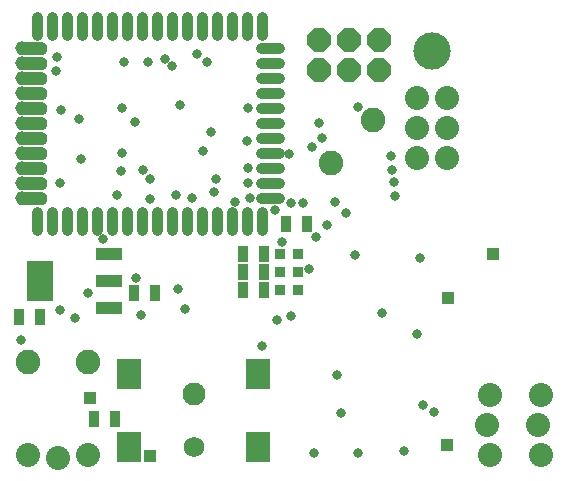
<source format=gbs>
G75*
%MOIN*%
%OFA0B0*%
%FSLAX25Y25*%
%IPPOS*%
%LPD*%
%AMOC8*
5,1,8,0,0,1.08239X$1,22.5*
%
%ADD10C,0.12411*%
%ADD11R,0.09065X0.13395*%
%ADD12R,0.09065X0.04340*%
%ADD13R,0.03750X0.05324*%
%ADD14OC8,0.08000*%
%ADD15R,0.08474X0.10049*%
%ADD16C,0.06899*%
%ADD17C,0.07687*%
%ADD18C,0.08000*%
%ADD19C,0.08200*%
%ADD20C,0.03600*%
%ADD21C,0.04537*%
%ADD22C,0.00000*%
%ADD23C,0.00001*%
%ADD24R,0.03750X0.03750*%
%ADD25C,0.03300*%
%ADD26R,0.04362X0.04362*%
D10*
X0185232Y0177465D03*
D11*
X0054444Y0100678D03*
D12*
X0077279Y0100678D03*
X0077279Y0109733D03*
X0077279Y0091623D03*
D13*
X0085705Y0096796D03*
X0092791Y0096796D03*
X0121957Y0097733D03*
X0121957Y0103733D03*
X0121957Y0109733D03*
X0129043Y0109733D03*
X0129043Y0103733D03*
X0129043Y0097733D03*
X0136457Y0119733D03*
X0143543Y0119733D03*
X0079357Y0054613D03*
X0072271Y0054613D03*
X0054543Y0088733D03*
X0047457Y0088733D03*
D14*
X0147467Y0170894D03*
X0157467Y0170894D03*
X0167467Y0170894D03*
X0167467Y0180894D03*
X0157467Y0180894D03*
X0147467Y0180894D03*
D15*
X0127240Y0069659D03*
X0127240Y0045250D03*
X0083933Y0045250D03*
X0083933Y0069659D03*
D16*
X0105587Y0045250D03*
D17*
X0105587Y0062966D03*
D18*
X0050500Y0042833D03*
X0060500Y0041833D03*
X0070500Y0042833D03*
X0203450Y0052583D03*
X0204450Y0042583D03*
X0221550Y0042833D03*
X0220550Y0052833D03*
X0221550Y0062833D03*
X0204450Y0062583D03*
X0190100Y0141633D03*
X0180100Y0141633D03*
X0180100Y0151633D03*
X0190100Y0151633D03*
X0190100Y0161633D03*
X0180100Y0161633D03*
D19*
X0165571Y0154304D03*
X0151429Y0140162D03*
X0070500Y0073733D03*
X0050500Y0073733D03*
D20*
X0053500Y0117733D02*
X0053500Y0123733D01*
X0058500Y0123733D02*
X0058500Y0117733D01*
X0063500Y0117733D02*
X0063500Y0123733D01*
X0068500Y0123733D02*
X0068500Y0117733D01*
X0073500Y0117733D02*
X0073500Y0123733D01*
X0078500Y0123733D02*
X0078500Y0117733D01*
X0083500Y0117733D02*
X0083500Y0123733D01*
X0088500Y0123733D02*
X0088500Y0117733D01*
X0093500Y0117733D02*
X0093500Y0123733D01*
X0098500Y0123733D02*
X0098500Y0117733D01*
X0103500Y0117733D02*
X0103500Y0123733D01*
X0108500Y0123733D02*
X0108500Y0117733D01*
X0113500Y0117733D02*
X0113500Y0123733D01*
X0118500Y0123733D02*
X0118500Y0117733D01*
X0123500Y0117733D02*
X0123500Y0123733D01*
X0128500Y0123733D02*
X0128500Y0117733D01*
X0128000Y0128233D02*
X0134000Y0128233D01*
X0134000Y0133233D02*
X0128000Y0133233D01*
X0128000Y0138233D02*
X0134000Y0138233D01*
X0134000Y0143233D02*
X0128000Y0143233D01*
X0128000Y0148233D02*
X0134000Y0148233D01*
X0134000Y0153233D02*
X0128000Y0153233D01*
X0128000Y0158233D02*
X0134000Y0158233D01*
X0134000Y0163233D02*
X0128000Y0163233D01*
X0128000Y0168233D02*
X0134000Y0168233D01*
X0134000Y0173233D02*
X0128000Y0173233D01*
X0128000Y0178233D02*
X0134000Y0178233D01*
X0128500Y0182733D02*
X0128500Y0188733D01*
X0123500Y0188733D02*
X0123500Y0182733D01*
X0118500Y0182733D02*
X0118500Y0188733D01*
X0113500Y0188733D02*
X0113500Y0182733D01*
X0108500Y0182733D02*
X0108500Y0188733D01*
X0103500Y0188733D02*
X0103500Y0182733D01*
X0098500Y0182733D02*
X0098500Y0188733D01*
X0093500Y0188733D02*
X0093500Y0182733D01*
X0088500Y0182733D02*
X0088500Y0188733D01*
X0083500Y0188733D02*
X0083500Y0182733D01*
X0078500Y0182733D02*
X0078500Y0188733D01*
X0073500Y0188733D02*
X0073500Y0182733D01*
X0068500Y0182733D02*
X0068500Y0188733D01*
X0063500Y0188733D02*
X0063500Y0182733D01*
X0058500Y0182733D02*
X0058500Y0188733D01*
X0053500Y0188733D02*
X0053500Y0182733D01*
D21*
X0048500Y0178233D03*
X0048500Y0173233D03*
X0048500Y0168233D03*
X0048500Y0163233D03*
X0048500Y0158233D03*
X0048500Y0153233D03*
X0048500Y0148233D03*
X0048500Y0143233D03*
X0048500Y0138233D03*
X0048500Y0133233D03*
X0048500Y0128233D03*
D22*
X0048055Y0126283D02*
X0048500Y0126233D01*
X0054500Y0126233D01*
X0054945Y0126283D01*
X0055368Y0126431D01*
X0055747Y0126669D01*
X0056064Y0126986D01*
X0056302Y0127365D01*
X0056450Y0127788D01*
X0056500Y0128233D01*
X0056449Y0128688D01*
X0056298Y0129121D01*
X0056054Y0129509D01*
X0055731Y0129834D01*
X0055343Y0130078D01*
X0054911Y0130231D01*
X0054456Y0130283D01*
X0054000Y0130233D01*
X0048500Y0130233D01*
X0048055Y0130183D01*
X0047632Y0130035D01*
X0047253Y0129797D01*
X0046936Y0129480D01*
X0046698Y0129101D01*
X0046550Y0128678D01*
X0046500Y0128233D01*
X0046550Y0127788D01*
X0046698Y0127365D01*
X0046936Y0126986D01*
X0047253Y0126669D01*
X0047632Y0126431D01*
X0048055Y0126283D01*
X0048500Y0131233D02*
X0048055Y0131283D01*
X0047632Y0131431D01*
X0047253Y0131669D01*
X0046936Y0131986D01*
X0046698Y0132365D01*
X0046550Y0132788D01*
X0046500Y0133233D01*
X0046550Y0133678D01*
X0046698Y0134101D01*
X0046936Y0134480D01*
X0047253Y0134797D01*
X0047632Y0135035D01*
X0048055Y0135183D01*
X0048500Y0135233D01*
X0054000Y0135233D01*
X0054456Y0135283D01*
X0054911Y0135231D01*
X0055343Y0135078D01*
X0055731Y0134834D01*
X0056054Y0134509D01*
X0056298Y0134121D01*
X0056449Y0133688D01*
X0056500Y0133233D01*
X0056450Y0132788D01*
X0056302Y0132365D01*
X0056064Y0131986D01*
X0055747Y0131669D01*
X0055368Y0131431D01*
X0054945Y0131283D01*
X0054500Y0131233D01*
X0048500Y0131233D01*
X0048500Y0136233D02*
X0048055Y0136283D01*
X0047632Y0136431D01*
X0047253Y0136669D01*
X0046936Y0136986D01*
X0046698Y0137365D01*
X0046550Y0137788D01*
X0046500Y0138233D01*
X0046550Y0138678D01*
X0046698Y0139101D01*
X0046936Y0139480D01*
X0047253Y0139797D01*
X0047632Y0140035D01*
X0048055Y0140183D01*
X0048500Y0140233D01*
X0054000Y0140233D01*
X0054456Y0140283D01*
X0054911Y0140231D01*
X0055343Y0140078D01*
X0055731Y0139834D01*
X0056054Y0139509D01*
X0056298Y0139121D01*
X0056449Y0138688D01*
X0056500Y0138233D01*
X0056450Y0137788D01*
X0056302Y0137365D01*
X0056064Y0136986D01*
X0055747Y0136669D01*
X0055368Y0136431D01*
X0054945Y0136283D01*
X0054500Y0136233D01*
X0048500Y0136233D01*
X0048500Y0141233D02*
X0048055Y0141283D01*
X0047632Y0141431D01*
X0047253Y0141669D01*
X0046936Y0141986D01*
X0046698Y0142365D01*
X0046550Y0142788D01*
X0046500Y0143233D01*
X0046550Y0143678D01*
X0046698Y0144101D01*
X0046936Y0144480D01*
X0047253Y0144797D01*
X0047632Y0145035D01*
X0048055Y0145183D01*
X0048500Y0145233D01*
X0054000Y0145233D01*
X0054456Y0145283D01*
X0054911Y0145231D01*
X0055343Y0145078D01*
X0055731Y0144834D01*
X0056054Y0144509D01*
X0056298Y0144121D01*
X0056449Y0143688D01*
X0056500Y0143233D01*
X0056450Y0142788D01*
X0056302Y0142365D01*
X0056064Y0141986D01*
X0055747Y0141669D01*
X0055368Y0141431D01*
X0054945Y0141283D01*
X0054500Y0141233D01*
X0048500Y0141233D01*
X0048500Y0146233D02*
X0048055Y0146283D01*
X0047632Y0146431D01*
X0047253Y0146669D01*
X0046936Y0146986D01*
X0046698Y0147365D01*
X0046550Y0147788D01*
X0046500Y0148233D01*
X0046550Y0148678D01*
X0046698Y0149101D01*
X0046936Y0149480D01*
X0047253Y0149797D01*
X0047632Y0150035D01*
X0048055Y0150183D01*
X0048500Y0150233D01*
X0054000Y0150233D01*
X0054456Y0150283D01*
X0054911Y0150231D01*
X0055343Y0150078D01*
X0055731Y0149834D01*
X0056054Y0149509D01*
X0056298Y0149121D01*
X0056449Y0148688D01*
X0056500Y0148233D01*
X0056450Y0147788D01*
X0056302Y0147365D01*
X0056064Y0146986D01*
X0055747Y0146669D01*
X0055368Y0146431D01*
X0054945Y0146283D01*
X0054500Y0146233D01*
X0048500Y0146233D01*
X0048500Y0151233D02*
X0048055Y0151283D01*
X0047632Y0151431D01*
X0047253Y0151669D01*
X0046936Y0151986D01*
X0046698Y0152365D01*
X0046550Y0152788D01*
X0046500Y0153233D01*
X0046550Y0153678D01*
X0046698Y0154101D01*
X0046936Y0154480D01*
X0047253Y0154797D01*
X0047632Y0155035D01*
X0048055Y0155183D01*
X0048500Y0155233D01*
X0054000Y0155233D01*
X0054456Y0155283D01*
X0054911Y0155231D01*
X0055343Y0155078D01*
X0055731Y0154834D01*
X0056054Y0154509D01*
X0056298Y0154121D01*
X0056449Y0153688D01*
X0056500Y0153233D01*
X0056450Y0152788D01*
X0056302Y0152365D01*
X0056064Y0151986D01*
X0055747Y0151669D01*
X0055368Y0151431D01*
X0054945Y0151283D01*
X0054500Y0151233D01*
X0048500Y0151233D01*
X0048500Y0156233D02*
X0048055Y0156283D01*
X0047632Y0156431D01*
X0047253Y0156669D01*
X0046936Y0156986D01*
X0046698Y0157365D01*
X0046550Y0157788D01*
X0046500Y0158233D01*
X0046550Y0158678D01*
X0046698Y0159101D01*
X0046936Y0159480D01*
X0047253Y0159797D01*
X0047632Y0160035D01*
X0048055Y0160183D01*
X0048500Y0160233D01*
X0054000Y0160233D01*
X0054456Y0160283D01*
X0054911Y0160231D01*
X0055343Y0160078D01*
X0055731Y0159834D01*
X0056054Y0159509D01*
X0056298Y0159121D01*
X0056449Y0158688D01*
X0056500Y0158233D01*
X0056450Y0157788D01*
X0056302Y0157365D01*
X0056064Y0156986D01*
X0055747Y0156669D01*
X0055368Y0156431D01*
X0054945Y0156283D01*
X0054500Y0156233D01*
X0048500Y0156233D01*
X0048500Y0161233D02*
X0048055Y0161283D01*
X0047632Y0161431D01*
X0047253Y0161669D01*
X0046936Y0161986D01*
X0046698Y0162365D01*
X0046550Y0162788D01*
X0046500Y0163233D01*
X0046550Y0163678D01*
X0046698Y0164101D01*
X0046936Y0164480D01*
X0047253Y0164797D01*
X0047632Y0165035D01*
X0048055Y0165183D01*
X0048500Y0165233D01*
X0054000Y0165233D01*
X0054456Y0165283D01*
X0054911Y0165231D01*
X0055343Y0165078D01*
X0055731Y0164834D01*
X0056054Y0164509D01*
X0056298Y0164121D01*
X0056449Y0163688D01*
X0056500Y0163233D01*
X0056450Y0162788D01*
X0056302Y0162365D01*
X0056064Y0161986D01*
X0055747Y0161669D01*
X0055368Y0161431D01*
X0054945Y0161283D01*
X0054500Y0161233D01*
X0048500Y0161233D01*
X0048500Y0166233D02*
X0048055Y0166283D01*
X0047632Y0166431D01*
X0047253Y0166669D01*
X0046936Y0166986D01*
X0046698Y0167365D01*
X0046550Y0167788D01*
X0046500Y0168233D01*
X0046550Y0168678D01*
X0046698Y0169101D01*
X0046936Y0169480D01*
X0047253Y0169797D01*
X0047632Y0170035D01*
X0048055Y0170183D01*
X0048500Y0170233D01*
X0054000Y0170233D01*
X0054456Y0170283D01*
X0054911Y0170231D01*
X0055343Y0170078D01*
X0055731Y0169834D01*
X0056054Y0169509D01*
X0056298Y0169121D01*
X0056449Y0168688D01*
X0056500Y0168233D01*
X0056450Y0167788D01*
X0056302Y0167365D01*
X0056064Y0166986D01*
X0055747Y0166669D01*
X0055368Y0166431D01*
X0054945Y0166283D01*
X0054500Y0166233D01*
X0048500Y0166233D01*
X0048500Y0171233D02*
X0048055Y0171283D01*
X0047632Y0171431D01*
X0047253Y0171669D01*
X0046936Y0171986D01*
X0046698Y0172365D01*
X0046550Y0172788D01*
X0046500Y0173233D01*
X0046550Y0173678D01*
X0046698Y0174101D01*
X0046936Y0174480D01*
X0047253Y0174797D01*
X0047632Y0175035D01*
X0048055Y0175183D01*
X0048500Y0175233D01*
X0054000Y0175233D01*
X0054456Y0175283D01*
X0054911Y0175231D01*
X0055343Y0175078D01*
X0055731Y0174834D01*
X0056054Y0174509D01*
X0056298Y0174121D01*
X0056449Y0173688D01*
X0056500Y0173233D01*
X0056450Y0172788D01*
X0056302Y0172365D01*
X0056064Y0171986D01*
X0055747Y0171669D01*
X0055368Y0171431D01*
X0054945Y0171283D01*
X0054500Y0171233D01*
X0048500Y0171233D01*
X0048500Y0176233D02*
X0048055Y0176283D01*
X0047632Y0176431D01*
X0047253Y0176669D01*
X0046936Y0176986D01*
X0046698Y0177365D01*
X0046550Y0177788D01*
X0046500Y0178233D01*
X0046550Y0178678D01*
X0046698Y0179101D01*
X0046936Y0179480D01*
X0047253Y0179797D01*
X0047632Y0180035D01*
X0048055Y0180183D01*
X0048500Y0180233D01*
X0054000Y0180233D01*
X0054456Y0180283D01*
X0054911Y0180231D01*
X0055343Y0180078D01*
X0055731Y0179834D01*
X0056054Y0179509D01*
X0056298Y0179121D01*
X0056449Y0178688D01*
X0056500Y0178233D01*
X0056450Y0177788D01*
X0056302Y0177365D01*
X0056064Y0176986D01*
X0055747Y0176669D01*
X0055368Y0176431D01*
X0054945Y0176283D01*
X0054500Y0176233D01*
X0048500Y0176233D01*
D23*
X0054500Y0176233D01*
X0054509Y0176234D02*
X0048491Y0176234D01*
X0048483Y0176235D02*
X0054517Y0176235D01*
X0054526Y0176236D02*
X0048474Y0176236D01*
X0048465Y0176237D02*
X0054535Y0176237D01*
X0054544Y0176238D02*
X0048456Y0176238D01*
X0048448Y0176239D02*
X0054552Y0176239D01*
X0054561Y0176240D02*
X0048439Y0176240D01*
X0048430Y0176241D02*
X0054570Y0176241D01*
X0054579Y0176242D02*
X0048421Y0176242D01*
X0048413Y0176243D02*
X0054587Y0176243D01*
X0054596Y0176244D02*
X0048404Y0176244D01*
X0048395Y0176245D02*
X0054605Y0176245D01*
X0054614Y0176246D02*
X0048386Y0176246D01*
X0048378Y0176247D02*
X0054622Y0176247D01*
X0054631Y0176248D02*
X0048369Y0176248D01*
X0048360Y0176249D02*
X0054640Y0176249D01*
X0054648Y0176250D02*
X0048352Y0176250D01*
X0048343Y0176251D02*
X0054657Y0176251D01*
X0054666Y0176252D02*
X0048334Y0176252D01*
X0048325Y0176253D02*
X0054675Y0176253D01*
X0054683Y0176254D02*
X0048317Y0176254D01*
X0048308Y0176255D02*
X0054692Y0176255D01*
X0054701Y0176256D02*
X0048299Y0176256D01*
X0048290Y0176257D02*
X0054710Y0176257D01*
X0054718Y0176258D02*
X0048282Y0176258D01*
X0048273Y0176259D02*
X0054727Y0176259D01*
X0054736Y0176260D02*
X0048264Y0176260D01*
X0048255Y0176261D02*
X0054745Y0176261D01*
X0054753Y0176262D02*
X0048247Y0176262D01*
X0048238Y0176263D02*
X0054762Y0176263D01*
X0054771Y0176264D02*
X0048229Y0176264D01*
X0048220Y0176265D02*
X0054780Y0176265D01*
X0054788Y0176266D02*
X0048212Y0176266D01*
X0048203Y0176267D02*
X0054797Y0176267D01*
X0054806Y0176268D02*
X0048194Y0176268D01*
X0048186Y0176269D02*
X0054814Y0176269D01*
X0054823Y0176269D02*
X0048177Y0176269D01*
X0048168Y0176270D02*
X0054832Y0176270D01*
X0054841Y0176271D02*
X0048159Y0176271D01*
X0048151Y0176272D02*
X0054849Y0176272D01*
X0054858Y0176273D02*
X0048142Y0176273D01*
X0048133Y0176274D02*
X0054867Y0176274D01*
X0054876Y0176275D02*
X0048124Y0176275D01*
X0048116Y0176276D02*
X0054884Y0176276D01*
X0054893Y0176277D02*
X0048107Y0176277D01*
X0048098Y0176278D02*
X0054902Y0176278D01*
X0054911Y0176279D02*
X0048089Y0176279D01*
X0048081Y0176280D02*
X0054919Y0176280D01*
X0054928Y0176281D02*
X0048072Y0176281D01*
X0048063Y0176282D02*
X0054937Y0176282D01*
X0054945Y0176283D02*
X0048055Y0176283D01*
X0048052Y0176284D02*
X0054948Y0176284D01*
X0054951Y0176285D02*
X0048049Y0176285D01*
X0048046Y0176286D02*
X0054954Y0176286D01*
X0054956Y0176287D02*
X0048044Y0176287D01*
X0048041Y0176288D02*
X0054959Y0176288D01*
X0054962Y0176289D02*
X0048038Y0176289D01*
X0048035Y0176290D02*
X0054965Y0176290D01*
X0054968Y0176291D02*
X0048032Y0176291D01*
X0048029Y0176292D02*
X0054970Y0176292D01*
X0054973Y0176293D02*
X0048027Y0176293D01*
X0048024Y0176294D02*
X0054976Y0176294D01*
X0054979Y0176295D02*
X0048021Y0176295D01*
X0048018Y0176296D02*
X0054982Y0176296D01*
X0054985Y0176297D02*
X0048015Y0176297D01*
X0048013Y0176298D02*
X0054987Y0176298D01*
X0054990Y0176299D02*
X0048010Y0176299D01*
X0048007Y0176300D02*
X0054993Y0176300D01*
X0054996Y0176301D02*
X0048004Y0176301D01*
X0048001Y0176302D02*
X0054999Y0176302D01*
X0055001Y0176303D02*
X0047999Y0176303D01*
X0047996Y0176304D02*
X0055004Y0176304D01*
X0055007Y0176305D02*
X0047993Y0176305D01*
X0047990Y0176306D02*
X0055010Y0176306D01*
X0055013Y0176307D02*
X0047987Y0176307D01*
X0047984Y0176308D02*
X0055015Y0176308D01*
X0055018Y0176309D02*
X0047982Y0176309D01*
X0047979Y0176310D02*
X0055021Y0176310D01*
X0055024Y0176311D02*
X0047976Y0176311D01*
X0047973Y0176312D02*
X0055027Y0176312D01*
X0055030Y0176313D02*
X0047970Y0176313D01*
X0047968Y0176314D02*
X0055032Y0176314D01*
X0055035Y0176315D02*
X0047965Y0176315D01*
X0047962Y0176316D02*
X0055038Y0176316D01*
X0055041Y0176317D02*
X0047959Y0176317D01*
X0047956Y0176318D02*
X0055044Y0176318D01*
X0055046Y0176319D02*
X0047954Y0176319D01*
X0047951Y0176320D02*
X0055049Y0176320D01*
X0055052Y0176321D02*
X0047948Y0176321D01*
X0047945Y0176322D02*
X0055055Y0176322D01*
X0055058Y0176323D02*
X0047942Y0176323D01*
X0047939Y0176324D02*
X0055060Y0176324D01*
X0055063Y0176325D02*
X0047937Y0176325D01*
X0047934Y0176326D02*
X0055066Y0176326D01*
X0055069Y0176327D02*
X0047931Y0176327D01*
X0047928Y0176328D02*
X0055072Y0176328D01*
X0055075Y0176329D02*
X0047925Y0176329D01*
X0047923Y0176330D02*
X0055077Y0176330D01*
X0055080Y0176331D02*
X0047920Y0176331D01*
X0047917Y0176331D02*
X0055083Y0176331D01*
X0055086Y0176332D02*
X0047914Y0176332D01*
X0047911Y0176333D02*
X0055089Y0176333D01*
X0055091Y0176334D02*
X0047909Y0176334D01*
X0047906Y0176335D02*
X0055094Y0176335D01*
X0055097Y0176336D02*
X0047903Y0176336D01*
X0047900Y0176337D02*
X0055100Y0176337D01*
X0055103Y0176338D02*
X0047897Y0176338D01*
X0047894Y0176339D02*
X0055105Y0176339D01*
X0055108Y0176340D02*
X0047892Y0176340D01*
X0047889Y0176341D02*
X0055111Y0176341D01*
X0055114Y0176342D02*
X0047886Y0176342D01*
X0047883Y0176343D02*
X0055117Y0176343D01*
X0055120Y0176344D02*
X0047880Y0176344D01*
X0047878Y0176345D02*
X0055122Y0176345D01*
X0055125Y0176346D02*
X0047875Y0176346D01*
X0047872Y0176347D02*
X0055128Y0176347D01*
X0055131Y0176348D02*
X0047869Y0176348D01*
X0047866Y0176349D02*
X0055134Y0176349D01*
X0055136Y0176350D02*
X0047864Y0176350D01*
X0047861Y0176351D02*
X0055139Y0176351D01*
X0055142Y0176352D02*
X0047858Y0176352D01*
X0047855Y0176353D02*
X0055145Y0176353D01*
X0055148Y0176354D02*
X0047852Y0176354D01*
X0047849Y0176355D02*
X0055151Y0176355D01*
X0055153Y0176356D02*
X0047847Y0176356D01*
X0047844Y0176357D02*
X0055156Y0176357D01*
X0055159Y0176358D02*
X0047841Y0176358D01*
X0047838Y0176359D02*
X0055162Y0176359D01*
X0055165Y0176360D02*
X0047835Y0176360D01*
X0047833Y0176361D02*
X0055167Y0176361D01*
X0055170Y0176362D02*
X0047830Y0176362D01*
X0047827Y0176363D02*
X0055173Y0176363D01*
X0055176Y0176364D02*
X0047824Y0176364D01*
X0047821Y0176365D02*
X0055179Y0176365D01*
X0055181Y0176366D02*
X0047819Y0176366D01*
X0047816Y0176367D02*
X0055184Y0176367D01*
X0055187Y0176368D02*
X0047813Y0176368D01*
X0047810Y0176369D02*
X0055190Y0176369D01*
X0055193Y0176370D02*
X0047807Y0176370D01*
X0047804Y0176371D02*
X0055196Y0176371D01*
X0055198Y0176372D02*
X0047802Y0176372D01*
X0047799Y0176373D02*
X0055201Y0176373D01*
X0055204Y0176374D02*
X0047796Y0176374D01*
X0047793Y0176375D02*
X0055207Y0176375D01*
X0055210Y0176376D02*
X0047790Y0176376D01*
X0047788Y0176377D02*
X0055212Y0176377D01*
X0055215Y0176378D02*
X0047785Y0176378D01*
X0047782Y0176379D02*
X0055218Y0176379D01*
X0055221Y0176380D02*
X0047779Y0176380D01*
X0047776Y0176381D02*
X0055224Y0176381D01*
X0055226Y0176382D02*
X0047774Y0176382D01*
X0047771Y0176383D02*
X0055229Y0176383D01*
X0055232Y0176384D02*
X0047768Y0176384D01*
X0047765Y0176385D02*
X0055235Y0176385D01*
X0055238Y0176386D02*
X0047762Y0176386D01*
X0047759Y0176387D02*
X0055241Y0176387D01*
X0055243Y0176388D02*
X0047757Y0176388D01*
X0047754Y0176389D02*
X0055246Y0176389D01*
X0055249Y0176390D02*
X0047751Y0176390D01*
X0047748Y0176391D02*
X0055252Y0176391D01*
X0055255Y0176392D02*
X0047745Y0176392D01*
X0047743Y0176393D02*
X0055257Y0176393D01*
X0055260Y0176394D02*
X0047740Y0176394D01*
X0047737Y0176394D02*
X0055263Y0176394D01*
X0055266Y0176395D02*
X0047734Y0176395D01*
X0047731Y0176396D02*
X0055269Y0176396D01*
X0055271Y0176397D02*
X0047729Y0176397D01*
X0047726Y0176398D02*
X0055274Y0176398D01*
X0055277Y0176399D02*
X0047723Y0176399D01*
X0047720Y0176400D02*
X0055280Y0176400D01*
X0055283Y0176401D02*
X0047717Y0176401D01*
X0047714Y0176402D02*
X0055286Y0176402D01*
X0055288Y0176403D02*
X0047712Y0176403D01*
X0047709Y0176404D02*
X0055291Y0176404D01*
X0055294Y0176405D02*
X0047706Y0176405D01*
X0047703Y0176406D02*
X0055297Y0176406D01*
X0055300Y0176407D02*
X0047700Y0176407D01*
X0047698Y0176408D02*
X0055302Y0176408D01*
X0055305Y0176409D02*
X0047695Y0176409D01*
X0047692Y0176410D02*
X0055308Y0176410D01*
X0055311Y0176411D02*
X0047689Y0176411D01*
X0047686Y0176412D02*
X0055314Y0176412D01*
X0055316Y0176413D02*
X0047684Y0176413D01*
X0047681Y0176414D02*
X0055319Y0176414D01*
X0055322Y0176415D02*
X0047678Y0176415D01*
X0047675Y0176416D02*
X0055325Y0176416D01*
X0055328Y0176417D02*
X0047672Y0176417D01*
X0047669Y0176418D02*
X0055331Y0176418D01*
X0055333Y0176419D02*
X0047667Y0176419D01*
X0047664Y0176420D02*
X0055336Y0176420D01*
X0055339Y0176421D02*
X0047661Y0176421D01*
X0047658Y0176422D02*
X0055342Y0176422D01*
X0055345Y0176423D02*
X0047655Y0176423D01*
X0047653Y0176424D02*
X0055347Y0176424D01*
X0055350Y0176425D02*
X0047650Y0176425D01*
X0047647Y0176426D02*
X0055353Y0176426D01*
X0055356Y0176427D02*
X0047644Y0176427D01*
X0047641Y0176428D02*
X0055359Y0176428D01*
X0055361Y0176429D02*
X0047639Y0176429D01*
X0047636Y0176430D02*
X0055364Y0176430D01*
X0055367Y0176431D02*
X0047633Y0176431D01*
X0047631Y0176432D02*
X0055369Y0176432D01*
X0055371Y0176433D02*
X0047629Y0176433D01*
X0047628Y0176434D02*
X0055372Y0176434D01*
X0055374Y0176435D02*
X0047626Y0176435D01*
X0047625Y0176436D02*
X0055375Y0176436D01*
X0055377Y0176437D02*
X0047623Y0176437D01*
X0047622Y0176438D02*
X0055378Y0176438D01*
X0055380Y0176439D02*
X0047620Y0176439D01*
X0047619Y0176440D02*
X0055381Y0176440D01*
X0055383Y0176441D02*
X0047617Y0176441D01*
X0047615Y0176442D02*
X0055385Y0176442D01*
X0055386Y0176443D02*
X0047614Y0176443D01*
X0047612Y0176444D02*
X0055388Y0176444D01*
X0055389Y0176445D02*
X0047611Y0176445D01*
X0047609Y0176446D02*
X0055391Y0176446D01*
X0055392Y0176447D02*
X0047608Y0176447D01*
X0047606Y0176448D02*
X0055394Y0176448D01*
X0055396Y0176449D02*
X0047604Y0176449D01*
X0047603Y0176450D02*
X0055397Y0176450D01*
X0055399Y0176451D02*
X0047601Y0176451D01*
X0047600Y0176452D02*
X0055400Y0176452D01*
X0055402Y0176453D02*
X0047598Y0176453D01*
X0047597Y0176454D02*
X0055403Y0176454D01*
X0055405Y0176455D02*
X0047595Y0176455D01*
X0047593Y0176456D02*
X0055407Y0176456D01*
X0055408Y0176456D02*
X0047592Y0176456D01*
X0047590Y0176457D02*
X0055410Y0176457D01*
X0055411Y0176458D02*
X0047589Y0176458D01*
X0047587Y0176459D02*
X0055413Y0176459D01*
X0055414Y0176460D02*
X0047586Y0176460D01*
X0047584Y0176461D02*
X0055416Y0176461D01*
X0055418Y0176462D02*
X0047582Y0176462D01*
X0047581Y0176463D02*
X0055419Y0176463D01*
X0055421Y0176464D02*
X0047579Y0176464D01*
X0047578Y0176465D02*
X0055422Y0176465D01*
X0055424Y0176466D02*
X0047576Y0176466D01*
X0047575Y0176467D02*
X0055425Y0176467D01*
X0055427Y0176468D02*
X0047573Y0176468D01*
X0047572Y0176469D02*
X0055428Y0176469D01*
X0055430Y0176470D02*
X0047570Y0176470D01*
X0047568Y0176471D02*
X0055432Y0176471D01*
X0055433Y0176472D02*
X0047567Y0176472D01*
X0047565Y0176473D02*
X0055435Y0176473D01*
X0055436Y0176474D02*
X0047564Y0176474D01*
X0047562Y0176475D02*
X0055438Y0176475D01*
X0055439Y0176476D02*
X0047561Y0176476D01*
X0047559Y0176477D02*
X0055441Y0176477D01*
X0055443Y0176478D02*
X0047557Y0176478D01*
X0047556Y0176479D02*
X0055444Y0176479D01*
X0055446Y0176480D02*
X0047554Y0176480D01*
X0047553Y0176481D02*
X0055447Y0176481D01*
X0055449Y0176482D02*
X0047551Y0176482D01*
X0047550Y0176483D02*
X0055450Y0176483D01*
X0055452Y0176484D02*
X0047548Y0176484D01*
X0047546Y0176485D02*
X0055454Y0176485D01*
X0055455Y0176486D02*
X0047545Y0176486D01*
X0047543Y0176487D02*
X0055457Y0176487D01*
X0055458Y0176488D02*
X0047542Y0176488D01*
X0047540Y0176489D02*
X0055460Y0176489D01*
X0055461Y0176490D02*
X0047539Y0176490D01*
X0047537Y0176491D02*
X0055463Y0176491D01*
X0055465Y0176492D02*
X0047535Y0176492D01*
X0047534Y0176493D02*
X0055466Y0176493D01*
X0055468Y0176494D02*
X0047532Y0176494D01*
X0047531Y0176495D02*
X0055469Y0176495D01*
X0055471Y0176496D02*
X0047529Y0176496D01*
X0047528Y0176497D02*
X0055472Y0176497D01*
X0055474Y0176498D02*
X0047526Y0176498D01*
X0047525Y0176499D02*
X0055475Y0176499D01*
X0055477Y0176500D02*
X0047523Y0176500D01*
X0047521Y0176501D02*
X0055479Y0176501D01*
X0055480Y0176502D02*
X0047520Y0176502D01*
X0047518Y0176503D02*
X0055482Y0176503D01*
X0055483Y0176504D02*
X0047517Y0176504D01*
X0047515Y0176505D02*
X0055485Y0176505D01*
X0055486Y0176506D02*
X0047514Y0176506D01*
X0047512Y0176507D02*
X0055488Y0176507D01*
X0055490Y0176508D02*
X0047510Y0176508D01*
X0047509Y0176509D02*
X0055491Y0176509D01*
X0055493Y0176510D02*
X0047507Y0176510D01*
X0047506Y0176511D02*
X0055494Y0176511D01*
X0055496Y0176512D02*
X0047504Y0176512D01*
X0047503Y0176513D02*
X0055497Y0176513D01*
X0055499Y0176514D02*
X0047501Y0176514D01*
X0047499Y0176515D02*
X0055501Y0176515D01*
X0055502Y0176516D02*
X0047498Y0176516D01*
X0047496Y0176517D02*
X0055504Y0176517D01*
X0055505Y0176518D02*
X0047495Y0176518D01*
X0047493Y0176519D02*
X0055507Y0176519D01*
X0055508Y0176519D02*
X0047492Y0176519D01*
X0047490Y0176520D02*
X0055510Y0176520D01*
X0055512Y0176521D02*
X0047488Y0176521D01*
X0047487Y0176522D02*
X0055513Y0176522D01*
X0055515Y0176523D02*
X0047485Y0176523D01*
X0047484Y0176524D02*
X0055516Y0176524D01*
X0055518Y0176525D02*
X0047482Y0176525D01*
X0047481Y0176526D02*
X0055519Y0176526D01*
X0055521Y0176527D02*
X0047479Y0176527D01*
X0047478Y0176528D02*
X0055522Y0176528D01*
X0055524Y0176529D02*
X0047476Y0176529D01*
X0047474Y0176530D02*
X0055526Y0176530D01*
X0055527Y0176531D02*
X0047473Y0176531D01*
X0047471Y0176532D02*
X0055529Y0176532D01*
X0055530Y0176533D02*
X0047470Y0176533D01*
X0047468Y0176534D02*
X0055532Y0176534D01*
X0055533Y0176535D02*
X0047467Y0176535D01*
X0047465Y0176536D02*
X0055535Y0176536D01*
X0055537Y0176537D02*
X0047463Y0176537D01*
X0047462Y0176538D02*
X0055538Y0176538D01*
X0055540Y0176539D02*
X0047460Y0176539D01*
X0047459Y0176540D02*
X0055541Y0176540D01*
X0055543Y0176541D02*
X0047457Y0176541D01*
X0047456Y0176542D02*
X0055544Y0176542D01*
X0055546Y0176543D02*
X0047454Y0176543D01*
X0047452Y0176544D02*
X0055548Y0176544D01*
X0055549Y0176545D02*
X0047451Y0176545D01*
X0047449Y0176546D02*
X0055551Y0176546D01*
X0055552Y0176547D02*
X0047448Y0176547D01*
X0047446Y0176548D02*
X0055554Y0176548D01*
X0055555Y0176549D02*
X0047445Y0176549D01*
X0047443Y0176550D02*
X0055557Y0176550D01*
X0055559Y0176551D02*
X0047441Y0176551D01*
X0047440Y0176552D02*
X0055560Y0176552D01*
X0055562Y0176553D02*
X0047438Y0176553D01*
X0047437Y0176554D02*
X0055563Y0176554D01*
X0055565Y0176555D02*
X0047435Y0176555D01*
X0047434Y0176556D02*
X0055566Y0176556D01*
X0055568Y0176557D02*
X0047432Y0176557D01*
X0047431Y0176558D02*
X0055569Y0176558D01*
X0055571Y0176559D02*
X0047429Y0176559D01*
X0047427Y0176560D02*
X0055573Y0176560D01*
X0055574Y0176561D02*
X0047426Y0176561D01*
X0047424Y0176562D02*
X0055576Y0176562D01*
X0055577Y0176563D02*
X0047423Y0176563D01*
X0047421Y0176564D02*
X0055579Y0176564D01*
X0055580Y0176565D02*
X0047420Y0176565D01*
X0047418Y0176566D02*
X0055582Y0176566D01*
X0055584Y0176567D02*
X0047416Y0176567D01*
X0047415Y0176568D02*
X0055585Y0176568D01*
X0055587Y0176569D02*
X0047413Y0176569D01*
X0047412Y0176570D02*
X0055588Y0176570D01*
X0055590Y0176571D02*
X0047410Y0176571D01*
X0047409Y0176572D02*
X0055591Y0176572D01*
X0055593Y0176573D02*
X0047407Y0176573D01*
X0047405Y0176574D02*
X0055595Y0176574D01*
X0055596Y0176575D02*
X0047404Y0176575D01*
X0047402Y0176576D02*
X0055598Y0176576D01*
X0055599Y0176577D02*
X0047401Y0176577D01*
X0047399Y0176578D02*
X0055601Y0176578D01*
X0055602Y0176579D02*
X0047398Y0176579D01*
X0047396Y0176580D02*
X0055604Y0176580D01*
X0055605Y0176581D02*
X0047394Y0176581D01*
X0047393Y0176581D02*
X0055607Y0176581D01*
X0055609Y0176582D02*
X0047391Y0176582D01*
X0047390Y0176583D02*
X0055610Y0176583D01*
X0055612Y0176584D02*
X0047388Y0176584D01*
X0047387Y0176585D02*
X0055613Y0176585D01*
X0055615Y0176586D02*
X0047385Y0176586D01*
X0047384Y0176587D02*
X0055616Y0176587D01*
X0055618Y0176588D02*
X0047382Y0176588D01*
X0047380Y0176589D02*
X0055620Y0176589D01*
X0055621Y0176590D02*
X0047379Y0176590D01*
X0047377Y0176591D02*
X0055623Y0176591D01*
X0055624Y0176592D02*
X0047376Y0176592D01*
X0047374Y0176593D02*
X0055626Y0176593D01*
X0055627Y0176594D02*
X0047373Y0176594D01*
X0047371Y0176595D02*
X0055629Y0176595D01*
X0055631Y0176596D02*
X0047369Y0176596D01*
X0047368Y0176597D02*
X0055632Y0176597D01*
X0055634Y0176598D02*
X0047366Y0176598D01*
X0047365Y0176599D02*
X0055635Y0176599D01*
X0055637Y0176600D02*
X0047363Y0176600D01*
X0047362Y0176601D02*
X0055638Y0176601D01*
X0055640Y0176602D02*
X0047360Y0176602D01*
X0047358Y0176603D02*
X0055642Y0176603D01*
X0055643Y0176604D02*
X0047357Y0176604D01*
X0047355Y0176605D02*
X0055645Y0176605D01*
X0055646Y0176606D02*
X0047354Y0176606D01*
X0047352Y0176607D02*
X0055648Y0176607D01*
X0055649Y0176608D02*
X0047351Y0176608D01*
X0047349Y0176609D02*
X0055651Y0176609D01*
X0055652Y0176610D02*
X0047347Y0176610D01*
X0047346Y0176611D02*
X0055654Y0176611D01*
X0055656Y0176612D02*
X0047344Y0176612D01*
X0047343Y0176613D02*
X0055657Y0176613D01*
X0055659Y0176614D02*
X0047341Y0176614D01*
X0047340Y0176615D02*
X0055660Y0176615D01*
X0055662Y0176616D02*
X0047338Y0176616D01*
X0047337Y0176617D02*
X0055663Y0176617D01*
X0055665Y0176618D02*
X0047335Y0176618D01*
X0047333Y0176619D02*
X0055667Y0176619D01*
X0055668Y0176620D02*
X0047332Y0176620D01*
X0047330Y0176621D02*
X0055670Y0176621D01*
X0055671Y0176622D02*
X0047329Y0176622D01*
X0047327Y0176623D02*
X0055673Y0176623D01*
X0055674Y0176624D02*
X0047326Y0176624D01*
X0047324Y0176625D02*
X0055676Y0176625D01*
X0055678Y0176626D02*
X0047322Y0176626D01*
X0047321Y0176627D02*
X0055679Y0176627D01*
X0055681Y0176628D02*
X0047319Y0176628D01*
X0047318Y0176629D02*
X0055682Y0176629D01*
X0055684Y0176630D02*
X0047316Y0176630D01*
X0047315Y0176631D02*
X0055685Y0176631D01*
X0055687Y0176632D02*
X0047313Y0176632D01*
X0047311Y0176633D02*
X0055689Y0176633D01*
X0055690Y0176634D02*
X0047310Y0176634D01*
X0047308Y0176635D02*
X0055692Y0176635D01*
X0055693Y0176636D02*
X0047307Y0176636D01*
X0047305Y0176637D02*
X0055695Y0176637D01*
X0055696Y0176638D02*
X0047304Y0176638D01*
X0047302Y0176639D02*
X0055698Y0176639D01*
X0055699Y0176640D02*
X0047300Y0176640D01*
X0047299Y0176641D02*
X0055701Y0176641D01*
X0055703Y0176642D02*
X0047297Y0176642D01*
X0047296Y0176643D02*
X0055704Y0176643D01*
X0055706Y0176644D02*
X0047294Y0176644D01*
X0047293Y0176644D02*
X0055707Y0176644D01*
X0055709Y0176645D02*
X0047291Y0176645D01*
X0047290Y0176646D02*
X0055710Y0176646D01*
X0055712Y0176647D02*
X0047288Y0176647D01*
X0047286Y0176648D02*
X0055714Y0176648D01*
X0055715Y0176649D02*
X0047285Y0176649D01*
X0047283Y0176650D02*
X0055717Y0176650D01*
X0055718Y0176651D02*
X0047282Y0176651D01*
X0047280Y0176652D02*
X0055720Y0176652D01*
X0055721Y0176653D02*
X0047279Y0176653D01*
X0047277Y0176654D02*
X0055723Y0176654D01*
X0055725Y0176655D02*
X0047275Y0176655D01*
X0047274Y0176656D02*
X0055726Y0176656D01*
X0055728Y0176657D02*
X0047272Y0176657D01*
X0047271Y0176658D02*
X0055729Y0176658D01*
X0055731Y0176659D02*
X0047269Y0176659D01*
X0047268Y0176660D02*
X0055732Y0176660D01*
X0055734Y0176661D02*
X0047266Y0176661D01*
X0047264Y0176662D02*
X0055736Y0176662D01*
X0055737Y0176663D02*
X0047263Y0176663D01*
X0047261Y0176664D02*
X0055739Y0176664D01*
X0055740Y0176665D02*
X0047260Y0176665D01*
X0047258Y0176666D02*
X0055742Y0176666D01*
X0055743Y0176667D02*
X0047257Y0176667D01*
X0047255Y0176668D02*
X0055745Y0176668D01*
X0055746Y0176669D02*
X0047253Y0176669D01*
X0047252Y0176670D02*
X0055748Y0176670D01*
X0055749Y0176671D02*
X0047251Y0176671D01*
X0047250Y0176672D02*
X0055750Y0176672D01*
X0055751Y0176673D02*
X0047249Y0176673D01*
X0047248Y0176674D02*
X0055752Y0176674D01*
X0055753Y0176675D02*
X0047247Y0176675D01*
X0047246Y0176676D02*
X0055754Y0176676D01*
X0055755Y0176677D02*
X0047245Y0176677D01*
X0047244Y0176678D02*
X0055756Y0176678D01*
X0055757Y0176679D02*
X0047243Y0176679D01*
X0047242Y0176680D02*
X0055758Y0176680D01*
X0055758Y0176681D02*
X0047242Y0176681D01*
X0047241Y0176682D02*
X0055759Y0176682D01*
X0055760Y0176683D02*
X0047240Y0176683D01*
X0047239Y0176684D02*
X0055761Y0176684D01*
X0055762Y0176685D02*
X0047238Y0176685D01*
X0047237Y0176686D02*
X0055763Y0176686D01*
X0055764Y0176687D02*
X0047236Y0176687D01*
X0047235Y0176688D02*
X0055765Y0176688D01*
X0055766Y0176689D02*
X0047234Y0176689D01*
X0047233Y0176690D02*
X0055767Y0176690D01*
X0055768Y0176691D02*
X0047232Y0176691D01*
X0047231Y0176692D02*
X0055769Y0176692D01*
X0055770Y0176693D02*
X0047230Y0176693D01*
X0047229Y0176694D02*
X0055771Y0176694D01*
X0055772Y0176695D02*
X0047228Y0176695D01*
X0047227Y0176696D02*
X0055773Y0176696D01*
X0055774Y0176697D02*
X0047226Y0176697D01*
X0047225Y0176698D02*
X0055775Y0176698D01*
X0055776Y0176699D02*
X0047224Y0176699D01*
X0047223Y0176700D02*
X0055777Y0176700D01*
X0055778Y0176701D02*
X0047222Y0176701D01*
X0047221Y0176702D02*
X0055779Y0176702D01*
X0055780Y0176703D02*
X0047220Y0176703D01*
X0047219Y0176704D02*
X0055781Y0176704D01*
X0055782Y0176705D02*
X0047218Y0176705D01*
X0047217Y0176706D02*
X0055783Y0176706D01*
X0055784Y0176706D02*
X0047216Y0176706D01*
X0047215Y0176707D02*
X0055785Y0176707D01*
X0055786Y0176708D02*
X0047214Y0176708D01*
X0047213Y0176709D02*
X0055787Y0176709D01*
X0055788Y0176710D02*
X0047212Y0176710D01*
X0047211Y0176711D02*
X0055789Y0176711D01*
X0055790Y0176712D02*
X0047210Y0176712D01*
X0047209Y0176713D02*
X0055791Y0176713D01*
X0055792Y0176714D02*
X0047208Y0176714D01*
X0047207Y0176715D02*
X0055793Y0176715D01*
X0055794Y0176716D02*
X0047206Y0176716D01*
X0047205Y0176717D02*
X0055795Y0176717D01*
X0055796Y0176718D02*
X0047204Y0176718D01*
X0047203Y0176719D02*
X0055797Y0176719D01*
X0055798Y0176720D02*
X0047202Y0176720D01*
X0047201Y0176721D02*
X0055799Y0176721D01*
X0055800Y0176722D02*
X0047200Y0176722D01*
X0047199Y0176723D02*
X0055801Y0176723D01*
X0055802Y0176724D02*
X0047198Y0176724D01*
X0047197Y0176725D02*
X0055803Y0176725D01*
X0055804Y0176726D02*
X0047196Y0176726D01*
X0047195Y0176727D02*
X0055805Y0176727D01*
X0055806Y0176728D02*
X0047194Y0176728D01*
X0047193Y0176729D02*
X0055807Y0176729D01*
X0055808Y0176730D02*
X0047192Y0176730D01*
X0047191Y0176731D02*
X0055809Y0176731D01*
X0055810Y0176732D02*
X0047190Y0176732D01*
X0047189Y0176733D02*
X0055811Y0176733D01*
X0055812Y0176734D02*
X0047188Y0176734D01*
X0047187Y0176735D02*
X0055813Y0176735D01*
X0055814Y0176736D02*
X0047186Y0176736D01*
X0047185Y0176737D02*
X0055815Y0176737D01*
X0055816Y0176738D02*
X0047184Y0176738D01*
X0047183Y0176739D02*
X0055817Y0176739D01*
X0055818Y0176740D02*
X0047182Y0176740D01*
X0047181Y0176741D02*
X0055819Y0176741D01*
X0055820Y0176742D02*
X0047180Y0176742D01*
X0047180Y0176743D02*
X0055820Y0176743D01*
X0055821Y0176744D02*
X0047179Y0176744D01*
X0047178Y0176745D02*
X0055822Y0176745D01*
X0055823Y0176746D02*
X0047177Y0176746D01*
X0047176Y0176747D02*
X0055824Y0176747D01*
X0055825Y0176748D02*
X0047175Y0176748D01*
X0047174Y0176749D02*
X0055826Y0176749D01*
X0055827Y0176750D02*
X0047173Y0176750D01*
X0047172Y0176751D02*
X0055828Y0176751D01*
X0055829Y0176752D02*
X0047171Y0176752D01*
X0047170Y0176753D02*
X0055830Y0176753D01*
X0055831Y0176754D02*
X0047169Y0176754D01*
X0047168Y0176755D02*
X0055832Y0176755D01*
X0055833Y0176756D02*
X0047167Y0176756D01*
X0047166Y0176757D02*
X0055834Y0176757D01*
X0055835Y0176758D02*
X0047165Y0176758D01*
X0047164Y0176759D02*
X0055836Y0176759D01*
X0055837Y0176760D02*
X0047163Y0176760D01*
X0047162Y0176761D02*
X0055838Y0176761D01*
X0055839Y0176762D02*
X0047161Y0176762D01*
X0047160Y0176763D02*
X0055840Y0176763D01*
X0055841Y0176764D02*
X0047159Y0176764D01*
X0047158Y0176765D02*
X0055842Y0176765D01*
X0055843Y0176766D02*
X0047157Y0176766D01*
X0047156Y0176767D02*
X0055844Y0176767D01*
X0055845Y0176768D02*
X0047155Y0176768D01*
X0047154Y0176769D02*
X0055846Y0176769D01*
X0055847Y0176769D02*
X0047153Y0176769D01*
X0047152Y0176770D02*
X0055848Y0176770D01*
X0055849Y0176771D02*
X0047151Y0176771D01*
X0047150Y0176772D02*
X0055850Y0176772D01*
X0055851Y0176773D02*
X0047149Y0176773D01*
X0047148Y0176774D02*
X0055852Y0176774D01*
X0055853Y0176775D02*
X0047147Y0176775D01*
X0047146Y0176776D02*
X0055854Y0176776D01*
X0055855Y0176777D02*
X0047145Y0176777D01*
X0047144Y0176778D02*
X0055856Y0176778D01*
X0055857Y0176779D02*
X0047143Y0176779D01*
X0047142Y0176780D02*
X0055858Y0176780D01*
X0055859Y0176781D02*
X0047141Y0176781D01*
X0047140Y0176782D02*
X0055860Y0176782D01*
X0055861Y0176783D02*
X0047139Y0176783D01*
X0047138Y0176784D02*
X0055862Y0176784D01*
X0055863Y0176785D02*
X0047137Y0176785D01*
X0047136Y0176786D02*
X0055864Y0176786D01*
X0055865Y0176787D02*
X0047135Y0176787D01*
X0047134Y0176788D02*
X0055866Y0176788D01*
X0055867Y0176789D02*
X0047133Y0176789D01*
X0047132Y0176790D02*
X0055868Y0176790D01*
X0055869Y0176791D02*
X0047131Y0176791D01*
X0047130Y0176792D02*
X0055870Y0176792D01*
X0055871Y0176793D02*
X0047129Y0176793D01*
X0047128Y0176794D02*
X0055872Y0176794D01*
X0055873Y0176795D02*
X0047127Y0176795D01*
X0047126Y0176796D02*
X0055874Y0176796D01*
X0055875Y0176797D02*
X0047125Y0176797D01*
X0047124Y0176798D02*
X0055876Y0176798D01*
X0055877Y0176799D02*
X0047123Y0176799D01*
X0047122Y0176800D02*
X0055878Y0176800D01*
X0055879Y0176801D02*
X0047121Y0176801D01*
X0047120Y0176802D02*
X0055880Y0176802D01*
X0055881Y0176803D02*
X0047119Y0176803D01*
X0047118Y0176804D02*
X0055882Y0176804D01*
X0055883Y0176805D02*
X0047117Y0176805D01*
X0047117Y0176806D02*
X0055883Y0176806D01*
X0055884Y0176807D02*
X0047116Y0176807D01*
X0047115Y0176808D02*
X0055885Y0176808D01*
X0055886Y0176809D02*
X0047114Y0176809D01*
X0047113Y0176810D02*
X0055887Y0176810D01*
X0055888Y0176811D02*
X0047112Y0176811D01*
X0047111Y0176812D02*
X0055889Y0176812D01*
X0055890Y0176813D02*
X0047110Y0176813D01*
X0047109Y0176814D02*
X0055891Y0176814D01*
X0055892Y0176815D02*
X0047108Y0176815D01*
X0047107Y0176816D02*
X0055893Y0176816D01*
X0055894Y0176817D02*
X0047106Y0176817D01*
X0047105Y0176818D02*
X0055895Y0176818D01*
X0055896Y0176819D02*
X0047104Y0176819D01*
X0047103Y0176820D02*
X0055897Y0176820D01*
X0055898Y0176821D02*
X0047102Y0176821D01*
X0047101Y0176822D02*
X0055899Y0176822D01*
X0055900Y0176823D02*
X0047100Y0176823D01*
X0047099Y0176824D02*
X0055901Y0176824D01*
X0055902Y0176825D02*
X0047098Y0176825D01*
X0047097Y0176826D02*
X0055903Y0176826D01*
X0055904Y0176827D02*
X0047096Y0176827D01*
X0047095Y0176828D02*
X0055905Y0176828D01*
X0055906Y0176829D02*
X0047094Y0176829D01*
X0047093Y0176830D02*
X0055907Y0176830D01*
X0055908Y0176831D02*
X0047092Y0176831D01*
X0047091Y0176831D02*
X0055909Y0176831D01*
X0055910Y0176832D02*
X0047090Y0176832D01*
X0047089Y0176833D02*
X0055911Y0176833D01*
X0055912Y0176834D02*
X0047088Y0176834D01*
X0047087Y0176835D02*
X0055913Y0176835D01*
X0055914Y0176836D02*
X0047086Y0176836D01*
X0047085Y0176837D02*
X0055915Y0176837D01*
X0055916Y0176838D02*
X0047084Y0176838D01*
X0047083Y0176839D02*
X0055917Y0176839D01*
X0055918Y0176840D02*
X0047082Y0176840D01*
X0047081Y0176841D02*
X0055919Y0176841D01*
X0055920Y0176842D02*
X0047080Y0176842D01*
X0047079Y0176843D02*
X0055921Y0176843D01*
X0055922Y0176844D02*
X0047078Y0176844D01*
X0047077Y0176845D02*
X0055923Y0176845D01*
X0055924Y0176846D02*
X0047076Y0176846D01*
X0047075Y0176847D02*
X0055925Y0176847D01*
X0055926Y0176848D02*
X0047074Y0176848D01*
X0047073Y0176849D02*
X0055927Y0176849D01*
X0055928Y0176850D02*
X0047072Y0176850D01*
X0047071Y0176851D02*
X0055929Y0176851D01*
X0055930Y0176852D02*
X0047070Y0176852D01*
X0047069Y0176853D02*
X0055931Y0176853D01*
X0055932Y0176854D02*
X0047068Y0176854D01*
X0047067Y0176855D02*
X0055933Y0176855D01*
X0055934Y0176856D02*
X0047066Y0176856D01*
X0047065Y0176857D02*
X0055935Y0176857D01*
X0055936Y0176858D02*
X0047064Y0176858D01*
X0047063Y0176859D02*
X0055937Y0176859D01*
X0055938Y0176860D02*
X0047062Y0176860D01*
X0047061Y0176861D02*
X0055939Y0176861D01*
X0055940Y0176862D02*
X0047060Y0176862D01*
X0047059Y0176863D02*
X0055941Y0176863D01*
X0055942Y0176864D02*
X0047058Y0176864D01*
X0047057Y0176865D02*
X0055943Y0176865D01*
X0055944Y0176866D02*
X0047056Y0176866D01*
X0047055Y0176867D02*
X0055945Y0176867D01*
X0055945Y0176868D02*
X0047055Y0176868D01*
X0047054Y0176869D02*
X0055946Y0176869D01*
X0055947Y0176870D02*
X0047053Y0176870D01*
X0047052Y0176871D02*
X0055948Y0176871D01*
X0055949Y0176872D02*
X0047051Y0176872D01*
X0047050Y0176873D02*
X0055950Y0176873D01*
X0055951Y0176874D02*
X0047049Y0176874D01*
X0047048Y0176875D02*
X0055952Y0176875D01*
X0055953Y0176876D02*
X0047047Y0176876D01*
X0047046Y0176877D02*
X0055954Y0176877D01*
X0055955Y0176878D02*
X0047045Y0176878D01*
X0047044Y0176879D02*
X0055956Y0176879D01*
X0055957Y0176880D02*
X0047043Y0176880D01*
X0047042Y0176881D02*
X0055958Y0176881D01*
X0055959Y0176882D02*
X0047041Y0176882D01*
X0047040Y0176883D02*
X0055960Y0176883D01*
X0055961Y0176884D02*
X0047039Y0176884D01*
X0047038Y0176885D02*
X0055962Y0176885D01*
X0055963Y0176886D02*
X0047037Y0176886D01*
X0047036Y0176887D02*
X0055964Y0176887D01*
X0055965Y0176888D02*
X0047035Y0176888D01*
X0047034Y0176889D02*
X0055966Y0176889D01*
X0055967Y0176890D02*
X0047033Y0176890D01*
X0047032Y0176891D02*
X0055968Y0176891D01*
X0055969Y0176892D02*
X0047031Y0176892D01*
X0047030Y0176893D02*
X0055970Y0176893D01*
X0055971Y0176894D02*
X0047029Y0176894D01*
X0047028Y0176894D02*
X0055972Y0176894D01*
X0055973Y0176895D02*
X0047027Y0176895D01*
X0047026Y0176896D02*
X0055974Y0176896D01*
X0055975Y0176897D02*
X0047025Y0176897D01*
X0047024Y0176898D02*
X0055976Y0176898D01*
X0055977Y0176899D02*
X0047023Y0176899D01*
X0047022Y0176900D02*
X0055978Y0176900D01*
X0055979Y0176901D02*
X0047021Y0176901D01*
X0047020Y0176902D02*
X0055980Y0176902D01*
X0055981Y0176903D02*
X0047019Y0176903D01*
X0047018Y0176904D02*
X0055982Y0176904D01*
X0055983Y0176905D02*
X0047017Y0176905D01*
X0047016Y0176906D02*
X0055984Y0176906D01*
X0055985Y0176907D02*
X0047015Y0176907D01*
X0047014Y0176908D02*
X0055986Y0176908D01*
X0055987Y0176909D02*
X0047013Y0176909D01*
X0047012Y0176910D02*
X0055988Y0176910D01*
X0055989Y0176911D02*
X0047011Y0176911D01*
X0047010Y0176912D02*
X0055990Y0176912D01*
X0055991Y0176913D02*
X0047009Y0176913D01*
X0047008Y0176914D02*
X0055992Y0176914D01*
X0055993Y0176915D02*
X0047007Y0176915D01*
X0047006Y0176916D02*
X0055994Y0176916D01*
X0055995Y0176917D02*
X0047005Y0176917D01*
X0047004Y0176918D02*
X0055996Y0176918D01*
X0055997Y0176919D02*
X0047003Y0176919D01*
X0047002Y0176920D02*
X0055998Y0176920D01*
X0055999Y0176921D02*
X0047001Y0176921D01*
X0047000Y0176922D02*
X0056000Y0176922D01*
X0056001Y0176923D02*
X0046999Y0176923D01*
X0046998Y0176924D02*
X0056002Y0176924D01*
X0056003Y0176925D02*
X0046997Y0176925D01*
X0046996Y0176926D02*
X0056004Y0176926D01*
X0056005Y0176927D02*
X0046995Y0176927D01*
X0046994Y0176928D02*
X0056006Y0176928D01*
X0056007Y0176929D02*
X0046993Y0176929D01*
X0046992Y0176930D02*
X0056008Y0176930D01*
X0056008Y0176931D02*
X0046992Y0176931D01*
X0046991Y0176932D02*
X0056009Y0176932D01*
X0056010Y0176933D02*
X0046990Y0176933D01*
X0046989Y0176934D02*
X0056011Y0176934D01*
X0056012Y0176935D02*
X0046988Y0176935D01*
X0046987Y0176936D02*
X0056013Y0176936D01*
X0056014Y0176937D02*
X0046986Y0176937D01*
X0046985Y0176938D02*
X0056015Y0176938D01*
X0056016Y0176939D02*
X0046984Y0176939D01*
X0046983Y0176940D02*
X0056017Y0176940D01*
X0056018Y0176941D02*
X0046982Y0176941D01*
X0046981Y0176942D02*
X0056019Y0176942D01*
X0056020Y0176943D02*
X0046980Y0176943D01*
X0046979Y0176944D02*
X0056021Y0176944D01*
X0056022Y0176945D02*
X0046978Y0176945D01*
X0046977Y0176946D02*
X0056023Y0176946D01*
X0056024Y0176947D02*
X0046976Y0176947D01*
X0046975Y0176948D02*
X0056025Y0176948D01*
X0056026Y0176949D02*
X0046974Y0176949D01*
X0046973Y0176950D02*
X0056027Y0176950D01*
X0056028Y0176951D02*
X0046972Y0176951D01*
X0046971Y0176952D02*
X0056029Y0176952D01*
X0056030Y0176953D02*
X0046970Y0176953D01*
X0046969Y0176954D02*
X0056031Y0176954D01*
X0056032Y0176955D02*
X0046968Y0176955D01*
X0046967Y0176956D02*
X0056033Y0176956D01*
X0056034Y0176956D02*
X0046966Y0176956D01*
X0046965Y0176957D02*
X0056035Y0176957D01*
X0056036Y0176958D02*
X0046964Y0176958D01*
X0046963Y0176959D02*
X0056037Y0176959D01*
X0056038Y0176960D02*
X0046962Y0176960D01*
X0046961Y0176961D02*
X0056039Y0176961D01*
X0056040Y0176962D02*
X0046960Y0176962D01*
X0046959Y0176963D02*
X0056041Y0176963D01*
X0056042Y0176964D02*
X0046958Y0176964D01*
X0046957Y0176965D02*
X0056043Y0176965D01*
X0056044Y0176966D02*
X0046956Y0176966D01*
X0046955Y0176967D02*
X0056045Y0176967D01*
X0056046Y0176968D02*
X0046954Y0176968D01*
X0046953Y0176969D02*
X0056047Y0176969D01*
X0056048Y0176970D02*
X0046952Y0176970D01*
X0046951Y0176971D02*
X0056049Y0176971D01*
X0056050Y0176972D02*
X0046950Y0176972D01*
X0046949Y0176973D02*
X0056051Y0176973D01*
X0056052Y0176974D02*
X0046948Y0176974D01*
X0046947Y0176975D02*
X0056053Y0176975D01*
X0056054Y0176976D02*
X0046946Y0176976D01*
X0046945Y0176977D02*
X0056055Y0176977D01*
X0056056Y0176978D02*
X0046944Y0176978D01*
X0046943Y0176979D02*
X0056057Y0176979D01*
X0056058Y0176980D02*
X0046942Y0176980D01*
X0046941Y0176981D02*
X0056059Y0176981D01*
X0056060Y0176982D02*
X0046940Y0176982D01*
X0046939Y0176983D02*
X0056061Y0176983D01*
X0056062Y0176984D02*
X0046938Y0176984D01*
X0046937Y0176985D02*
X0056063Y0176985D01*
X0056064Y0176986D02*
X0046936Y0176986D01*
X0046936Y0176987D02*
X0056064Y0176987D01*
X0056065Y0176988D02*
X0046935Y0176988D01*
X0046935Y0176989D02*
X0056065Y0176989D01*
X0056066Y0176990D02*
X0046934Y0176990D01*
X0046933Y0176991D02*
X0056067Y0176991D01*
X0056067Y0176992D02*
X0046933Y0176992D01*
X0046932Y0176993D02*
X0056068Y0176993D01*
X0056069Y0176994D02*
X0046931Y0176994D01*
X0046931Y0176995D02*
X0056069Y0176995D01*
X0056070Y0176996D02*
X0046930Y0176996D01*
X0046930Y0176997D02*
X0056070Y0176997D01*
X0056071Y0176998D02*
X0046929Y0176998D01*
X0046928Y0176999D02*
X0056072Y0176999D01*
X0056072Y0177000D02*
X0046928Y0177000D01*
X0046927Y0177001D02*
X0056073Y0177001D01*
X0056074Y0177002D02*
X0046926Y0177002D01*
X0046926Y0177003D02*
X0056074Y0177003D01*
X0056075Y0177004D02*
X0046925Y0177004D01*
X0046925Y0177005D02*
X0056075Y0177005D01*
X0056076Y0177006D02*
X0046924Y0177006D01*
X0046923Y0177007D02*
X0056077Y0177007D01*
X0056077Y0177008D02*
X0046923Y0177008D01*
X0046922Y0177009D02*
X0056078Y0177009D01*
X0056078Y0177010D02*
X0046922Y0177010D01*
X0046921Y0177011D02*
X0056079Y0177011D01*
X0056080Y0177012D02*
X0046920Y0177012D01*
X0046920Y0177013D02*
X0056080Y0177013D01*
X0056081Y0177014D02*
X0046919Y0177014D01*
X0046918Y0177015D02*
X0056082Y0177015D01*
X0056082Y0177016D02*
X0046918Y0177016D01*
X0046917Y0177017D02*
X0056083Y0177017D01*
X0056083Y0177018D02*
X0046917Y0177018D01*
X0046916Y0177019D02*
X0056084Y0177019D01*
X0056085Y0177019D02*
X0046915Y0177019D01*
X0046915Y0177020D02*
X0056085Y0177020D01*
X0056086Y0177021D02*
X0046914Y0177021D01*
X0046913Y0177022D02*
X0056087Y0177022D01*
X0056087Y0177023D02*
X0046913Y0177023D01*
X0046912Y0177024D02*
X0056088Y0177024D01*
X0056088Y0177025D02*
X0046912Y0177025D01*
X0046911Y0177026D02*
X0056089Y0177026D01*
X0056090Y0177027D02*
X0046910Y0177027D01*
X0046910Y0177028D02*
X0056090Y0177028D01*
X0056091Y0177029D02*
X0046909Y0177029D01*
X0046909Y0177030D02*
X0056091Y0177030D01*
X0056092Y0177031D02*
X0046908Y0177031D01*
X0046907Y0177032D02*
X0056093Y0177032D01*
X0056093Y0177033D02*
X0046907Y0177033D01*
X0046906Y0177034D02*
X0056094Y0177034D01*
X0056095Y0177035D02*
X0046905Y0177035D01*
X0046905Y0177036D02*
X0056095Y0177036D01*
X0056096Y0177037D02*
X0046904Y0177037D01*
X0046904Y0177038D02*
X0056096Y0177038D01*
X0056097Y0177039D02*
X0046903Y0177039D01*
X0046902Y0177040D02*
X0056098Y0177040D01*
X0056098Y0177041D02*
X0046902Y0177041D01*
X0046901Y0177042D02*
X0056099Y0177042D01*
X0056099Y0177043D02*
X0046900Y0177043D01*
X0046900Y0177044D02*
X0056100Y0177044D01*
X0056101Y0177045D02*
X0046899Y0177045D01*
X0046899Y0177046D02*
X0056101Y0177046D01*
X0056102Y0177047D02*
X0046898Y0177047D01*
X0046897Y0177048D02*
X0056103Y0177048D01*
X0056103Y0177049D02*
X0046897Y0177049D01*
X0046896Y0177050D02*
X0056104Y0177050D01*
X0056104Y0177051D02*
X0046896Y0177051D01*
X0046895Y0177052D02*
X0056105Y0177052D01*
X0056106Y0177053D02*
X0046894Y0177053D01*
X0046894Y0177054D02*
X0056106Y0177054D01*
X0056107Y0177055D02*
X0046893Y0177055D01*
X0046892Y0177056D02*
X0056108Y0177056D01*
X0056108Y0177057D02*
X0046892Y0177057D01*
X0046891Y0177058D02*
X0056109Y0177058D01*
X0056109Y0177059D02*
X0046891Y0177059D01*
X0046890Y0177060D02*
X0056110Y0177060D01*
X0056111Y0177061D02*
X0046889Y0177061D01*
X0046889Y0177062D02*
X0056111Y0177062D01*
X0056112Y0177063D02*
X0046888Y0177063D01*
X0046888Y0177064D02*
X0056112Y0177064D01*
X0056113Y0177065D02*
X0046887Y0177065D01*
X0046886Y0177066D02*
X0056114Y0177066D01*
X0056114Y0177067D02*
X0046886Y0177067D01*
X0046885Y0177068D02*
X0056115Y0177068D01*
X0056116Y0177069D02*
X0046884Y0177069D01*
X0046884Y0177070D02*
X0056116Y0177070D01*
X0056117Y0177071D02*
X0046883Y0177071D01*
X0046883Y0177072D02*
X0056117Y0177072D01*
X0056118Y0177073D02*
X0046882Y0177073D01*
X0046881Y0177074D02*
X0056119Y0177074D01*
X0056119Y0177075D02*
X0046881Y0177075D01*
X0046880Y0177076D02*
X0056120Y0177076D01*
X0056121Y0177077D02*
X0046879Y0177077D01*
X0046879Y0177078D02*
X0056121Y0177078D01*
X0056122Y0177079D02*
X0046878Y0177079D01*
X0046878Y0177080D02*
X0056122Y0177080D01*
X0056123Y0177081D02*
X0046877Y0177081D01*
X0046876Y0177081D02*
X0056124Y0177081D01*
X0056124Y0177082D02*
X0046876Y0177082D01*
X0046875Y0177083D02*
X0056125Y0177083D01*
X0056125Y0177084D02*
X0046875Y0177084D01*
X0046874Y0177085D02*
X0056126Y0177085D01*
X0056127Y0177086D02*
X0046873Y0177086D01*
X0046873Y0177087D02*
X0056127Y0177087D01*
X0056128Y0177088D02*
X0046872Y0177088D01*
X0046871Y0177089D02*
X0056129Y0177089D01*
X0056129Y0177090D02*
X0046871Y0177090D01*
X0046870Y0177091D02*
X0056130Y0177091D01*
X0056130Y0177092D02*
X0046870Y0177092D01*
X0046869Y0177093D02*
X0056131Y0177093D01*
X0056132Y0177094D02*
X0046868Y0177094D01*
X0046868Y0177095D02*
X0056132Y0177095D01*
X0056133Y0177096D02*
X0046867Y0177096D01*
X0046866Y0177097D02*
X0056134Y0177097D01*
X0056134Y0177098D02*
X0046866Y0177098D01*
X0046865Y0177099D02*
X0056135Y0177099D01*
X0056135Y0177100D02*
X0046865Y0177100D01*
X0046864Y0177101D02*
X0056136Y0177101D01*
X0056137Y0177102D02*
X0046863Y0177102D01*
X0046863Y0177103D02*
X0056137Y0177103D01*
X0056138Y0177104D02*
X0046862Y0177104D01*
X0046862Y0177105D02*
X0056138Y0177105D01*
X0056139Y0177106D02*
X0046861Y0177106D01*
X0046860Y0177107D02*
X0056140Y0177107D01*
X0056140Y0177108D02*
X0046860Y0177108D01*
X0046859Y0177109D02*
X0056141Y0177109D01*
X0056142Y0177110D02*
X0046858Y0177110D01*
X0046858Y0177111D02*
X0056142Y0177111D01*
X0056143Y0177112D02*
X0046857Y0177112D01*
X0046857Y0177113D02*
X0056143Y0177113D01*
X0056144Y0177114D02*
X0046856Y0177114D01*
X0046855Y0177115D02*
X0056145Y0177115D01*
X0056145Y0177116D02*
X0046855Y0177116D01*
X0046854Y0177117D02*
X0056146Y0177117D01*
X0056146Y0177118D02*
X0046853Y0177118D01*
X0046853Y0177119D02*
X0056147Y0177119D01*
X0056148Y0177120D02*
X0046852Y0177120D01*
X0046852Y0177121D02*
X0056148Y0177121D01*
X0056149Y0177122D02*
X0046851Y0177122D01*
X0046850Y0177123D02*
X0056150Y0177123D01*
X0056150Y0177124D02*
X0046850Y0177124D01*
X0046849Y0177125D02*
X0056151Y0177125D01*
X0056151Y0177126D02*
X0046849Y0177126D01*
X0046848Y0177127D02*
X0056152Y0177127D01*
X0056153Y0177128D02*
X0046847Y0177128D01*
X0046847Y0177129D02*
X0056153Y0177129D01*
X0056154Y0177130D02*
X0046846Y0177130D01*
X0046845Y0177131D02*
X0056155Y0177131D01*
X0056155Y0177132D02*
X0046845Y0177132D01*
X0046844Y0177133D02*
X0056156Y0177133D01*
X0056156Y0177134D02*
X0046844Y0177134D01*
X0046843Y0177135D02*
X0056157Y0177135D01*
X0056158Y0177136D02*
X0046842Y0177136D01*
X0046842Y0177137D02*
X0056158Y0177137D01*
X0056159Y0177138D02*
X0046841Y0177138D01*
X0046841Y0177139D02*
X0056159Y0177139D01*
X0056160Y0177140D02*
X0046840Y0177140D01*
X0046839Y0177141D02*
X0056161Y0177141D01*
X0056161Y0177142D02*
X0046839Y0177142D01*
X0046838Y0177143D02*
X0056162Y0177143D01*
X0056163Y0177144D02*
X0046837Y0177144D01*
X0056163Y0177144D01*
X0056164Y0177145D02*
X0046836Y0177145D01*
X0046836Y0177146D02*
X0056164Y0177146D01*
X0056165Y0177147D02*
X0046835Y0177147D01*
X0046834Y0177148D02*
X0056166Y0177148D01*
X0056166Y0177149D02*
X0046834Y0177149D01*
X0046833Y0177150D02*
X0056167Y0177150D01*
X0056168Y0177151D02*
X0046832Y0177151D01*
X0046832Y0177152D02*
X0056168Y0177152D01*
X0056169Y0177153D02*
X0046831Y0177153D01*
X0046831Y0177154D02*
X0056169Y0177154D01*
X0056170Y0177155D02*
X0046830Y0177155D01*
X0046829Y0177156D02*
X0056171Y0177156D01*
X0056171Y0177157D02*
X0046829Y0177157D01*
X0046828Y0177158D02*
X0056172Y0177158D01*
X0056172Y0177159D02*
X0046828Y0177159D01*
X0046827Y0177160D02*
X0056173Y0177160D01*
X0056174Y0177161D02*
X0046826Y0177161D01*
X0046826Y0177162D02*
X0056174Y0177162D01*
X0056175Y0177163D02*
X0046825Y0177163D01*
X0046824Y0177164D02*
X0056176Y0177164D01*
X0056176Y0177165D02*
X0046824Y0177165D01*
X0046823Y0177166D02*
X0056177Y0177166D01*
X0056177Y0177167D02*
X0046823Y0177167D01*
X0046822Y0177168D02*
X0056178Y0177168D01*
X0056179Y0177169D02*
X0046821Y0177169D01*
X0046821Y0177170D02*
X0056179Y0177170D01*
X0056180Y0177171D02*
X0046820Y0177171D01*
X0046819Y0177172D02*
X0056180Y0177172D01*
X0056181Y0177173D02*
X0046819Y0177173D01*
X0046818Y0177174D02*
X0056182Y0177174D01*
X0056182Y0177175D02*
X0046818Y0177175D01*
X0046817Y0177176D02*
X0056183Y0177176D01*
X0056184Y0177177D02*
X0046816Y0177177D01*
X0046816Y0177178D02*
X0056184Y0177178D01*
X0056185Y0177179D02*
X0046815Y0177179D01*
X0046815Y0177180D02*
X0056185Y0177180D01*
X0056186Y0177181D02*
X0046814Y0177181D01*
X0046813Y0177182D02*
X0056187Y0177182D01*
X0056187Y0177183D02*
X0046813Y0177183D01*
X0046812Y0177184D02*
X0056188Y0177184D01*
X0056189Y0177185D02*
X0046811Y0177185D01*
X0046811Y0177186D02*
X0056189Y0177186D01*
X0056190Y0177187D02*
X0046810Y0177187D01*
X0046810Y0177188D02*
X0056190Y0177188D01*
X0056191Y0177189D02*
X0046809Y0177189D01*
X0046808Y0177190D02*
X0056192Y0177190D01*
X0056192Y0177191D02*
X0046808Y0177191D01*
X0046807Y0177192D02*
X0056193Y0177192D01*
X0056193Y0177193D02*
X0046806Y0177193D01*
X0046806Y0177194D02*
X0056194Y0177194D01*
X0056195Y0177195D02*
X0046805Y0177195D01*
X0046805Y0177196D02*
X0056195Y0177196D01*
X0056196Y0177197D02*
X0046804Y0177197D01*
X0046803Y0177198D02*
X0056197Y0177198D01*
X0056197Y0177199D02*
X0046803Y0177199D01*
X0046802Y0177200D02*
X0056198Y0177200D01*
X0056198Y0177201D02*
X0046802Y0177201D01*
X0046801Y0177202D02*
X0056199Y0177202D01*
X0056200Y0177203D02*
X0046800Y0177203D01*
X0046800Y0177204D02*
X0056200Y0177204D01*
X0056201Y0177205D02*
X0046799Y0177205D01*
X0046798Y0177206D02*
X0056202Y0177206D01*
X0046798Y0177206D01*
X0046797Y0177207D02*
X0056203Y0177207D01*
X0056203Y0177208D02*
X0046797Y0177208D01*
X0046796Y0177209D02*
X0056204Y0177209D01*
X0056205Y0177210D02*
X0046795Y0177210D01*
X0046795Y0177211D02*
X0056205Y0177211D01*
X0056206Y0177212D02*
X0046794Y0177212D01*
X0046794Y0177213D02*
X0056206Y0177213D01*
X0056207Y0177214D02*
X0046793Y0177214D01*
X0046792Y0177215D02*
X0056208Y0177215D01*
X0056208Y0177216D02*
X0046792Y0177216D01*
X0046791Y0177217D02*
X0056209Y0177217D01*
X0056210Y0177218D02*
X0046790Y0177218D01*
X0046790Y0177219D02*
X0056210Y0177219D01*
X0056211Y0177220D02*
X0046789Y0177220D01*
X0046789Y0177221D02*
X0056211Y0177221D01*
X0056212Y0177222D02*
X0046788Y0177222D01*
X0046787Y0177223D02*
X0056213Y0177223D01*
X0056213Y0177224D02*
X0046787Y0177224D01*
X0046786Y0177225D02*
X0056214Y0177225D01*
X0056215Y0177226D02*
X0046785Y0177226D01*
X0046785Y0177227D02*
X0056215Y0177227D01*
X0056216Y0177228D02*
X0046784Y0177228D01*
X0046784Y0177229D02*
X0056216Y0177229D01*
X0056217Y0177230D02*
X0046783Y0177230D01*
X0046782Y0177231D02*
X0056218Y0177231D01*
X0056218Y0177232D02*
X0046782Y0177232D01*
X0046781Y0177233D02*
X0056219Y0177233D01*
X0056219Y0177234D02*
X0046781Y0177234D01*
X0046780Y0177235D02*
X0056220Y0177235D01*
X0056221Y0177236D02*
X0046779Y0177236D01*
X0046779Y0177237D02*
X0056221Y0177237D01*
X0056222Y0177238D02*
X0046778Y0177238D01*
X0046777Y0177239D02*
X0056223Y0177239D01*
X0056223Y0177240D02*
X0046777Y0177240D01*
X0046776Y0177241D02*
X0056224Y0177241D01*
X0056224Y0177242D02*
X0046776Y0177242D01*
X0046775Y0177243D02*
X0056225Y0177243D01*
X0056226Y0177244D02*
X0046774Y0177244D01*
X0046774Y0177245D02*
X0056226Y0177245D01*
X0056227Y0177246D02*
X0046773Y0177246D01*
X0046772Y0177247D02*
X0056227Y0177247D01*
X0056228Y0177248D02*
X0046772Y0177248D01*
X0046771Y0177249D02*
X0056229Y0177249D01*
X0056229Y0177250D02*
X0046771Y0177250D01*
X0046770Y0177251D02*
X0056230Y0177251D01*
X0056231Y0177252D02*
X0046769Y0177252D01*
X0046769Y0177253D02*
X0056231Y0177253D01*
X0056232Y0177254D02*
X0046768Y0177254D01*
X0046768Y0177255D02*
X0056232Y0177255D01*
X0056233Y0177256D02*
X0046767Y0177256D01*
X0046766Y0177257D02*
X0056234Y0177257D01*
X0056234Y0177258D02*
X0046766Y0177258D01*
X0046765Y0177259D02*
X0056235Y0177259D01*
X0056236Y0177260D02*
X0046764Y0177260D01*
X0046764Y0177261D02*
X0056236Y0177261D01*
X0056237Y0177262D02*
X0046763Y0177262D01*
X0046763Y0177263D02*
X0056237Y0177263D01*
X0056238Y0177264D02*
X0046762Y0177264D01*
X0046761Y0177265D02*
X0056239Y0177265D01*
X0056239Y0177266D02*
X0046761Y0177266D01*
X0046760Y0177267D02*
X0056240Y0177267D01*
X0056240Y0177268D02*
X0046759Y0177268D01*
X0046759Y0177269D02*
X0056241Y0177269D01*
X0056242Y0177269D02*
X0046758Y0177269D01*
X0046758Y0177270D02*
X0056242Y0177270D01*
X0056243Y0177271D02*
X0046757Y0177271D01*
X0046756Y0177272D02*
X0056244Y0177272D01*
X0056244Y0177273D02*
X0046756Y0177273D01*
X0046755Y0177274D02*
X0056245Y0177274D01*
X0056245Y0177275D02*
X0046755Y0177275D01*
X0046754Y0177276D02*
X0056246Y0177276D01*
X0056247Y0177277D02*
X0046753Y0177277D01*
X0046753Y0177278D02*
X0056247Y0177278D01*
X0056248Y0177279D02*
X0046752Y0177279D01*
X0046751Y0177280D02*
X0056249Y0177280D01*
X0056249Y0177281D02*
X0046751Y0177281D01*
X0046750Y0177282D02*
X0056250Y0177282D01*
X0056250Y0177283D02*
X0046750Y0177283D01*
X0046749Y0177284D02*
X0056251Y0177284D01*
X0056252Y0177285D02*
X0046748Y0177285D01*
X0046748Y0177286D02*
X0056252Y0177286D01*
X0056253Y0177287D02*
X0046747Y0177287D01*
X0046747Y0177288D02*
X0056253Y0177288D01*
X0056254Y0177289D02*
X0046746Y0177289D01*
X0046745Y0177290D02*
X0056255Y0177290D01*
X0056255Y0177291D02*
X0046745Y0177291D01*
X0046744Y0177292D02*
X0056256Y0177292D01*
X0056257Y0177293D02*
X0046743Y0177293D01*
X0046743Y0177294D02*
X0056257Y0177294D01*
X0056258Y0177295D02*
X0046742Y0177295D01*
X0046742Y0177296D02*
X0056258Y0177296D01*
X0056259Y0177297D02*
X0046741Y0177297D01*
X0046740Y0177298D02*
X0056260Y0177298D01*
X0056260Y0177299D02*
X0046740Y0177299D01*
X0046739Y0177300D02*
X0056261Y0177300D01*
X0056262Y0177301D02*
X0046738Y0177301D01*
X0046738Y0177302D02*
X0056262Y0177302D01*
X0056263Y0177303D02*
X0046737Y0177303D01*
X0046737Y0177304D02*
X0056263Y0177304D01*
X0056264Y0177305D02*
X0046736Y0177305D01*
X0046735Y0177306D02*
X0056265Y0177306D01*
X0056265Y0177307D02*
X0046735Y0177307D01*
X0046734Y0177308D02*
X0056266Y0177308D01*
X0056266Y0177309D02*
X0046734Y0177309D01*
X0046733Y0177310D02*
X0056267Y0177310D01*
X0056268Y0177311D02*
X0046732Y0177311D01*
X0046732Y0177312D02*
X0056268Y0177312D01*
X0056269Y0177313D02*
X0046731Y0177313D01*
X0046730Y0177314D02*
X0056270Y0177314D01*
X0056270Y0177315D02*
X0046730Y0177315D01*
X0046729Y0177316D02*
X0056271Y0177316D01*
X0056271Y0177317D02*
X0046729Y0177317D01*
X0046728Y0177318D02*
X0056272Y0177318D01*
X0056273Y0177319D02*
X0046727Y0177319D01*
X0046727Y0177320D02*
X0056273Y0177320D01*
X0056274Y0177321D02*
X0046726Y0177321D01*
X0046725Y0177322D02*
X0056274Y0177322D01*
X0056275Y0177323D02*
X0046725Y0177323D01*
X0046724Y0177324D02*
X0056276Y0177324D01*
X0056276Y0177325D02*
X0046724Y0177325D01*
X0046723Y0177326D02*
X0056277Y0177326D01*
X0056278Y0177327D02*
X0046722Y0177327D01*
X0046722Y0177328D02*
X0056278Y0177328D01*
X0056279Y0177329D02*
X0046721Y0177329D01*
X0046721Y0177330D02*
X0056279Y0177330D01*
X0056280Y0177331D02*
X0046720Y0177331D01*
X0046719Y0177331D02*
X0056281Y0177331D01*
X0056281Y0177332D02*
X0046719Y0177332D01*
X0046718Y0177333D02*
X0056282Y0177333D01*
X0056283Y0177334D02*
X0046717Y0177334D01*
X0046717Y0177335D02*
X0056283Y0177335D01*
X0056284Y0177336D02*
X0046716Y0177336D01*
X0046716Y0177337D02*
X0056284Y0177337D01*
X0056285Y0177338D02*
X0046715Y0177338D01*
X0046714Y0177339D02*
X0056286Y0177339D01*
X0056286Y0177340D02*
X0046714Y0177340D01*
X0046713Y0177341D02*
X0056287Y0177341D01*
X0056287Y0177342D02*
X0046712Y0177342D01*
X0046712Y0177343D02*
X0056288Y0177343D01*
X0056289Y0177344D02*
X0046711Y0177344D01*
X0046711Y0177345D02*
X0056289Y0177345D01*
X0056290Y0177346D02*
X0046710Y0177346D01*
X0046709Y0177347D02*
X0056291Y0177347D01*
X0056291Y0177348D02*
X0046709Y0177348D01*
X0046708Y0177349D02*
X0056292Y0177349D01*
X0056292Y0177350D02*
X0046708Y0177350D01*
X0046707Y0177351D02*
X0056293Y0177351D01*
X0056294Y0177352D02*
X0046706Y0177352D01*
X0046706Y0177353D02*
X0056294Y0177353D01*
X0056295Y0177354D02*
X0046705Y0177354D01*
X0046704Y0177355D02*
X0056296Y0177355D01*
X0056296Y0177356D02*
X0046704Y0177356D01*
X0046703Y0177357D02*
X0056297Y0177357D01*
X0056297Y0177358D02*
X0046703Y0177358D01*
X0046702Y0177359D02*
X0056298Y0177359D01*
X0056299Y0177360D02*
X0046701Y0177360D01*
X0046701Y0177361D02*
X0056299Y0177361D01*
X0056300Y0177362D02*
X0046700Y0177362D01*
X0046700Y0177363D02*
X0056300Y0177363D01*
X0056301Y0177364D02*
X0046699Y0177364D01*
X0046698Y0177365D02*
X0056302Y0177365D01*
X0056302Y0177366D02*
X0046698Y0177366D01*
X0046697Y0177367D02*
X0056302Y0177367D01*
X0056303Y0177368D02*
X0046697Y0177368D01*
X0046697Y0177369D02*
X0056303Y0177369D01*
X0056304Y0177370D02*
X0046696Y0177370D01*
X0046696Y0177371D02*
X0056304Y0177371D01*
X0056304Y0177372D02*
X0046696Y0177372D01*
X0046695Y0177373D02*
X0056305Y0177373D01*
X0056305Y0177374D02*
X0046695Y0177374D01*
X0046695Y0177375D02*
X0056305Y0177375D01*
X0056306Y0177376D02*
X0046694Y0177376D01*
X0046694Y0177377D02*
X0056306Y0177377D01*
X0056306Y0177378D02*
X0046694Y0177378D01*
X0046693Y0177379D02*
X0056307Y0177379D01*
X0056307Y0177380D02*
X0046693Y0177380D01*
X0046693Y0177381D02*
X0056307Y0177381D01*
X0056308Y0177382D02*
X0046692Y0177382D01*
X0046692Y0177383D02*
X0056308Y0177383D01*
X0056308Y0177384D02*
X0046692Y0177384D01*
X0046691Y0177385D02*
X0056309Y0177385D01*
X0056309Y0177386D02*
X0046691Y0177386D01*
X0046691Y0177387D02*
X0056309Y0177387D01*
X0056310Y0177388D02*
X0046690Y0177388D01*
X0046690Y0177389D02*
X0056310Y0177389D01*
X0056310Y0177390D02*
X0046690Y0177390D01*
X0046689Y0177391D02*
X0056311Y0177391D01*
X0056311Y0177392D02*
X0046689Y0177392D01*
X0046689Y0177393D02*
X0056311Y0177393D01*
X0056312Y0177394D02*
X0046688Y0177394D01*
X0056312Y0177394D01*
X0056312Y0177395D02*
X0046687Y0177395D01*
X0046687Y0177396D02*
X0056313Y0177396D01*
X0056313Y0177397D02*
X0046687Y0177397D01*
X0046686Y0177398D02*
X0056314Y0177398D01*
X0056314Y0177399D02*
X0046686Y0177399D01*
X0046686Y0177400D02*
X0056314Y0177400D01*
X0056315Y0177401D02*
X0046685Y0177401D01*
X0046685Y0177402D02*
X0056315Y0177402D01*
X0056315Y0177403D02*
X0046685Y0177403D01*
X0046684Y0177404D02*
X0056316Y0177404D01*
X0056316Y0177405D02*
X0046684Y0177405D01*
X0046684Y0177406D02*
X0056316Y0177406D01*
X0056317Y0177407D02*
X0046683Y0177407D01*
X0046683Y0177408D02*
X0056317Y0177408D01*
X0056317Y0177409D02*
X0046683Y0177409D01*
X0046682Y0177410D02*
X0056318Y0177410D01*
X0056318Y0177411D02*
X0046682Y0177411D01*
X0046682Y0177412D02*
X0056318Y0177412D01*
X0056319Y0177413D02*
X0046681Y0177413D01*
X0046681Y0177414D02*
X0056319Y0177414D01*
X0056319Y0177415D02*
X0046681Y0177415D01*
X0046680Y0177416D02*
X0056320Y0177416D01*
X0056320Y0177417D02*
X0046680Y0177417D01*
X0046680Y0177418D02*
X0056320Y0177418D01*
X0056321Y0177419D02*
X0046679Y0177419D01*
X0046679Y0177420D02*
X0056321Y0177420D01*
X0056321Y0177421D02*
X0046679Y0177421D01*
X0046678Y0177422D02*
X0056322Y0177422D01*
X0056322Y0177423D02*
X0046678Y0177423D01*
X0046678Y0177424D02*
X0056322Y0177424D01*
X0056323Y0177425D02*
X0046677Y0177425D01*
X0046677Y0177426D02*
X0056323Y0177426D01*
X0056323Y0177427D02*
X0046676Y0177427D01*
X0046676Y0177428D02*
X0056324Y0177428D01*
X0056324Y0177429D02*
X0046676Y0177429D01*
X0046675Y0177430D02*
X0056325Y0177430D01*
X0056325Y0177431D02*
X0046675Y0177431D01*
X0046675Y0177432D02*
X0056325Y0177432D01*
X0056326Y0177433D02*
X0046674Y0177433D01*
X0046674Y0177434D02*
X0056326Y0177434D01*
X0056326Y0177435D02*
X0046674Y0177435D01*
X0046673Y0177436D02*
X0056327Y0177436D01*
X0056327Y0177437D02*
X0046673Y0177437D01*
X0046673Y0177438D02*
X0056327Y0177438D01*
X0056328Y0177439D02*
X0046672Y0177439D01*
X0046672Y0177440D02*
X0056328Y0177440D01*
X0056328Y0177441D02*
X0046672Y0177441D01*
X0046671Y0177442D02*
X0056329Y0177442D01*
X0056329Y0177443D02*
X0046671Y0177443D01*
X0046671Y0177444D02*
X0056329Y0177444D01*
X0056330Y0177445D02*
X0046670Y0177445D01*
X0046670Y0177446D02*
X0056330Y0177446D01*
X0056330Y0177447D02*
X0046670Y0177447D01*
X0046669Y0177448D02*
X0056331Y0177448D01*
X0056331Y0177449D02*
X0046669Y0177449D01*
X0046669Y0177450D02*
X0056331Y0177450D01*
X0056332Y0177451D02*
X0046668Y0177451D01*
X0046668Y0177452D02*
X0056332Y0177452D01*
X0056332Y0177453D02*
X0046668Y0177453D01*
X0046667Y0177454D02*
X0056333Y0177454D01*
X0056333Y0177455D02*
X0046667Y0177455D01*
X0046666Y0177456D02*
X0056333Y0177456D01*
X0056334Y0177456D02*
X0046666Y0177456D01*
X0046666Y0177457D02*
X0056334Y0177457D01*
X0056335Y0177458D02*
X0046665Y0177458D01*
X0046665Y0177459D02*
X0056335Y0177459D01*
X0056335Y0177460D02*
X0046665Y0177460D01*
X0046664Y0177461D02*
X0056336Y0177461D01*
X0056336Y0177462D02*
X0046664Y0177462D01*
X0046664Y0177463D02*
X0056336Y0177463D01*
X0056337Y0177464D02*
X0046663Y0177464D01*
X0046663Y0177465D02*
X0056337Y0177465D01*
X0056337Y0177466D02*
X0046663Y0177466D01*
X0046662Y0177467D02*
X0056338Y0177467D01*
X0056338Y0177468D02*
X0046662Y0177468D01*
X0046662Y0177469D02*
X0056338Y0177469D01*
X0056339Y0177470D02*
X0046661Y0177470D01*
X0046661Y0177471D02*
X0056339Y0177471D01*
X0056339Y0177472D02*
X0046661Y0177472D01*
X0046660Y0177473D02*
X0056340Y0177473D01*
X0056340Y0177474D02*
X0046660Y0177474D01*
X0046660Y0177475D02*
X0056340Y0177475D01*
X0056341Y0177476D02*
X0046659Y0177476D01*
X0046659Y0177477D02*
X0056341Y0177477D01*
X0056341Y0177478D02*
X0046659Y0177478D01*
X0046658Y0177479D02*
X0056342Y0177479D01*
X0056342Y0177480D02*
X0046658Y0177480D01*
X0046658Y0177481D02*
X0056342Y0177481D01*
X0056343Y0177482D02*
X0046657Y0177482D01*
X0046657Y0177483D02*
X0056343Y0177483D01*
X0056343Y0177484D02*
X0046657Y0177484D01*
X0046656Y0177485D02*
X0056344Y0177485D01*
X0056344Y0177486D02*
X0046656Y0177486D01*
X0046655Y0177487D02*
X0056345Y0177487D01*
X0056345Y0177488D02*
X0046655Y0177488D01*
X0046655Y0177489D02*
X0056345Y0177489D01*
X0056346Y0177490D02*
X0046654Y0177490D01*
X0046654Y0177491D02*
X0056346Y0177491D01*
X0056346Y0177492D02*
X0046654Y0177492D01*
X0046653Y0177493D02*
X0056347Y0177493D01*
X0056347Y0177494D02*
X0046653Y0177494D01*
X0046653Y0177495D02*
X0056347Y0177495D01*
X0056348Y0177496D02*
X0046652Y0177496D01*
X0046652Y0177497D02*
X0056348Y0177497D01*
X0056348Y0177498D02*
X0046652Y0177498D01*
X0046651Y0177499D02*
X0056349Y0177499D01*
X0056349Y0177500D02*
X0046651Y0177500D01*
X0046651Y0177501D02*
X0056349Y0177501D01*
X0056350Y0177502D02*
X0046650Y0177502D01*
X0046650Y0177503D02*
X0056350Y0177503D01*
X0056350Y0177504D02*
X0046650Y0177504D01*
X0046649Y0177505D02*
X0056351Y0177505D01*
X0056351Y0177506D02*
X0046649Y0177506D01*
X0046649Y0177507D02*
X0056351Y0177507D01*
X0056352Y0177508D02*
X0046648Y0177508D01*
X0046648Y0177509D02*
X0056352Y0177509D01*
X0056352Y0177510D02*
X0046648Y0177510D01*
X0046647Y0177511D02*
X0056353Y0177511D01*
X0056353Y0177512D02*
X0046647Y0177512D01*
X0046647Y0177513D02*
X0056353Y0177513D01*
X0056354Y0177514D02*
X0046646Y0177514D01*
X0046646Y0177515D02*
X0056354Y0177515D01*
X0056355Y0177516D02*
X0046645Y0177516D01*
X0046645Y0177517D02*
X0056355Y0177517D01*
X0056355Y0177518D02*
X0046645Y0177518D01*
X0046644Y0177519D02*
X0056356Y0177519D01*
X0046644Y0177519D01*
X0046644Y0177520D02*
X0056356Y0177520D01*
X0056357Y0177521D02*
X0046643Y0177521D01*
X0046643Y0177522D02*
X0056357Y0177522D01*
X0056357Y0177523D02*
X0046643Y0177523D01*
X0046642Y0177524D02*
X0056358Y0177524D01*
X0056358Y0177525D02*
X0046642Y0177525D01*
X0046642Y0177526D02*
X0056358Y0177526D01*
X0056359Y0177527D02*
X0046641Y0177527D01*
X0046641Y0177528D02*
X0056359Y0177528D01*
X0056359Y0177529D02*
X0046641Y0177529D01*
X0046640Y0177530D02*
X0056360Y0177530D01*
X0056360Y0177531D02*
X0046640Y0177531D01*
X0046640Y0177532D02*
X0056360Y0177532D01*
X0056361Y0177533D02*
X0046639Y0177533D01*
X0046639Y0177534D02*
X0056361Y0177534D01*
X0056361Y0177535D02*
X0046639Y0177535D01*
X0046638Y0177536D02*
X0056362Y0177536D01*
X0056362Y0177537D02*
X0046638Y0177537D01*
X0046638Y0177538D02*
X0056362Y0177538D01*
X0056363Y0177539D02*
X0046637Y0177539D01*
X0046637Y0177540D02*
X0056363Y0177540D01*
X0056363Y0177541D02*
X0046637Y0177541D01*
X0046636Y0177542D02*
X0056364Y0177542D01*
X0056364Y0177543D02*
X0046636Y0177543D01*
X0046635Y0177544D02*
X0056364Y0177544D01*
X0056365Y0177545D02*
X0046635Y0177545D01*
X0046635Y0177546D02*
X0056365Y0177546D01*
X0056366Y0177547D02*
X0046634Y0177547D01*
X0046634Y0177548D02*
X0056366Y0177548D01*
X0056366Y0177549D02*
X0046634Y0177549D01*
X0046633Y0177550D02*
X0056367Y0177550D01*
X0056367Y0177551D02*
X0046633Y0177551D01*
X0046633Y0177552D02*
X0056367Y0177552D01*
X0056368Y0177553D02*
X0046632Y0177553D01*
X0046632Y0177554D02*
X0056368Y0177554D01*
X0056368Y0177555D02*
X0046632Y0177555D01*
X0046631Y0177556D02*
X0056369Y0177556D01*
X0056369Y0177557D02*
X0046631Y0177557D01*
X0046631Y0177558D02*
X0056369Y0177558D01*
X0056370Y0177559D02*
X0046630Y0177559D01*
X0046630Y0177560D02*
X0056370Y0177560D01*
X0056370Y0177561D02*
X0046630Y0177561D01*
X0046629Y0177562D02*
X0056371Y0177562D01*
X0056371Y0177563D02*
X0046629Y0177563D01*
X0046629Y0177564D02*
X0056371Y0177564D01*
X0056372Y0177565D02*
X0046628Y0177565D01*
X0046628Y0177566D02*
X0056372Y0177566D01*
X0056372Y0177567D02*
X0046628Y0177567D01*
X0046627Y0177568D02*
X0056373Y0177568D01*
X0056373Y0177569D02*
X0046627Y0177569D01*
X0046627Y0177570D02*
X0056373Y0177570D01*
X0056374Y0177571D02*
X0046626Y0177571D01*
X0046626Y0177572D02*
X0056374Y0177572D01*
X0056374Y0177573D02*
X0046626Y0177573D01*
X0046625Y0177574D02*
X0056375Y0177574D01*
X0056375Y0177575D02*
X0046625Y0177575D01*
X0046624Y0177576D02*
X0056376Y0177576D01*
X0056376Y0177577D02*
X0046624Y0177577D01*
X0046624Y0177578D02*
X0056376Y0177578D01*
X0056377Y0177579D02*
X0046623Y0177579D01*
X0046623Y0177580D02*
X0056377Y0177580D01*
X0056377Y0177581D02*
X0046623Y0177581D01*
X0046622Y0177581D02*
X0056378Y0177581D01*
X0056378Y0177582D02*
X0046622Y0177582D01*
X0046622Y0177583D02*
X0056378Y0177583D01*
X0056379Y0177584D02*
X0046621Y0177584D01*
X0046621Y0177585D02*
X0056379Y0177585D01*
X0056379Y0177586D02*
X0046621Y0177586D01*
X0046620Y0177587D02*
X0056380Y0177587D01*
X0056380Y0177588D02*
X0046620Y0177588D01*
X0046620Y0177589D02*
X0056380Y0177589D01*
X0056381Y0177590D02*
X0046619Y0177590D01*
X0046619Y0177591D02*
X0056381Y0177591D01*
X0056381Y0177592D02*
X0046619Y0177592D01*
X0046618Y0177593D02*
X0056382Y0177593D01*
X0056382Y0177594D02*
X0046618Y0177594D01*
X0046618Y0177595D02*
X0056382Y0177595D01*
X0056383Y0177596D02*
X0046617Y0177596D01*
X0046617Y0177597D02*
X0056383Y0177597D01*
X0056383Y0177598D02*
X0046617Y0177598D01*
X0046616Y0177599D02*
X0056384Y0177599D01*
X0056384Y0177600D02*
X0046616Y0177600D01*
X0046616Y0177601D02*
X0056384Y0177601D01*
X0056385Y0177602D02*
X0046615Y0177602D01*
X0046615Y0177603D02*
X0056385Y0177603D01*
X0056385Y0177604D02*
X0046614Y0177604D01*
X0046614Y0177605D02*
X0056386Y0177605D01*
X0056386Y0177606D02*
X0046614Y0177606D01*
X0046613Y0177607D02*
X0056387Y0177607D01*
X0056387Y0177608D02*
X0046613Y0177608D01*
X0046613Y0177609D02*
X0056387Y0177609D01*
X0056388Y0177610D02*
X0046612Y0177610D01*
X0046612Y0177611D02*
X0056388Y0177611D01*
X0056388Y0177612D02*
X0046612Y0177612D01*
X0046611Y0177613D02*
X0056389Y0177613D01*
X0056389Y0177614D02*
X0046611Y0177614D01*
X0046611Y0177615D02*
X0056389Y0177615D01*
X0056390Y0177616D02*
X0046610Y0177616D01*
X0046610Y0177617D02*
X0056390Y0177617D01*
X0056390Y0177618D02*
X0046610Y0177618D01*
X0046609Y0177619D02*
X0056391Y0177619D01*
X0056391Y0177620D02*
X0046609Y0177620D01*
X0046609Y0177621D02*
X0056391Y0177621D01*
X0056392Y0177622D02*
X0046608Y0177622D01*
X0046608Y0177623D02*
X0056392Y0177623D01*
X0056392Y0177624D02*
X0046608Y0177624D01*
X0046607Y0177625D02*
X0056393Y0177625D01*
X0056393Y0177626D02*
X0046607Y0177626D01*
X0046607Y0177627D02*
X0056393Y0177627D01*
X0056394Y0177628D02*
X0046606Y0177628D01*
X0046606Y0177629D02*
X0056394Y0177629D01*
X0056394Y0177630D02*
X0046606Y0177630D01*
X0046605Y0177631D02*
X0056395Y0177631D01*
X0056395Y0177632D02*
X0046605Y0177632D01*
X0046605Y0177633D02*
X0056395Y0177633D01*
X0056396Y0177634D02*
X0046604Y0177634D01*
X0046604Y0177635D02*
X0056396Y0177635D01*
X0056397Y0177636D02*
X0046603Y0177636D01*
X0046603Y0177637D02*
X0056397Y0177637D01*
X0056397Y0177638D02*
X0046603Y0177638D01*
X0046602Y0177639D02*
X0056398Y0177639D01*
X0056398Y0177640D02*
X0046602Y0177640D01*
X0046602Y0177641D02*
X0056398Y0177641D01*
X0056399Y0177642D02*
X0046601Y0177642D01*
X0046601Y0177643D02*
X0056399Y0177643D01*
X0056399Y0177644D02*
X0046601Y0177644D01*
X0046600Y0177644D02*
X0056400Y0177644D01*
X0056400Y0177645D02*
X0046600Y0177645D01*
X0046600Y0177646D02*
X0056400Y0177646D01*
X0056401Y0177647D02*
X0046599Y0177647D01*
X0046599Y0177648D02*
X0056401Y0177648D01*
X0056401Y0177649D02*
X0046599Y0177649D01*
X0046598Y0177650D02*
X0056402Y0177650D01*
X0056402Y0177651D02*
X0046598Y0177651D01*
X0046598Y0177652D02*
X0056402Y0177652D01*
X0056403Y0177653D02*
X0046597Y0177653D01*
X0046597Y0177654D02*
X0056403Y0177654D01*
X0056403Y0177655D02*
X0046597Y0177655D01*
X0046596Y0177656D02*
X0056404Y0177656D01*
X0056404Y0177657D02*
X0046596Y0177657D01*
X0046596Y0177658D02*
X0056404Y0177658D01*
X0056405Y0177659D02*
X0046595Y0177659D01*
X0046595Y0177660D02*
X0056405Y0177660D01*
X0056405Y0177661D02*
X0046595Y0177661D01*
X0046594Y0177662D02*
X0056406Y0177662D01*
X0056406Y0177663D02*
X0046594Y0177663D01*
X0046593Y0177664D02*
X0056407Y0177664D01*
X0056407Y0177665D02*
X0046593Y0177665D01*
X0046593Y0177666D02*
X0056407Y0177666D01*
X0056408Y0177667D02*
X0046592Y0177667D01*
X0046592Y0177668D02*
X0056408Y0177668D01*
X0056408Y0177669D02*
X0046592Y0177669D01*
X0046591Y0177670D02*
X0056409Y0177670D01*
X0056409Y0177671D02*
X0046591Y0177671D01*
X0046591Y0177672D02*
X0056409Y0177672D01*
X0056410Y0177673D02*
X0046590Y0177673D01*
X0046590Y0177674D02*
X0056410Y0177674D01*
X0056410Y0177675D02*
X0046590Y0177675D01*
X0046589Y0177676D02*
X0056411Y0177676D01*
X0056411Y0177677D02*
X0046589Y0177677D01*
X0046589Y0177678D02*
X0056411Y0177678D01*
X0056412Y0177679D02*
X0046588Y0177679D01*
X0046588Y0177680D02*
X0056412Y0177680D01*
X0056412Y0177681D02*
X0046588Y0177681D01*
X0046587Y0177682D02*
X0056413Y0177682D01*
X0056413Y0177683D02*
X0046587Y0177683D01*
X0046587Y0177684D02*
X0056413Y0177684D01*
X0056414Y0177685D02*
X0046586Y0177685D01*
X0046586Y0177686D02*
X0056414Y0177686D01*
X0056414Y0177687D02*
X0046586Y0177687D01*
X0046585Y0177688D02*
X0056415Y0177688D01*
X0056415Y0177689D02*
X0046585Y0177689D01*
X0046585Y0177690D02*
X0056415Y0177690D01*
X0056416Y0177691D02*
X0046584Y0177691D01*
X0046584Y0177692D02*
X0056416Y0177692D01*
X0056416Y0177693D02*
X0046583Y0177693D01*
X0046583Y0177694D02*
X0056417Y0177694D01*
X0056417Y0177695D02*
X0046583Y0177695D01*
X0046582Y0177696D02*
X0056418Y0177696D01*
X0056418Y0177697D02*
X0046582Y0177697D01*
X0046582Y0177698D02*
X0056418Y0177698D01*
X0056419Y0177699D02*
X0046581Y0177699D01*
X0046581Y0177700D02*
X0056419Y0177700D01*
X0056419Y0177701D02*
X0046581Y0177701D01*
X0046580Y0177702D02*
X0056420Y0177702D01*
X0056420Y0177703D02*
X0046580Y0177703D01*
X0046580Y0177704D02*
X0056420Y0177704D01*
X0056421Y0177705D02*
X0046579Y0177705D01*
X0046579Y0177706D02*
X0056421Y0177706D01*
X0046579Y0177706D01*
X0046578Y0177707D02*
X0056422Y0177707D01*
X0056422Y0177708D02*
X0046578Y0177708D01*
X0046578Y0177709D02*
X0056422Y0177709D01*
X0056423Y0177710D02*
X0046577Y0177710D01*
X0046577Y0177711D02*
X0056423Y0177711D01*
X0056423Y0177712D02*
X0046577Y0177712D01*
X0046576Y0177713D02*
X0056424Y0177713D01*
X0056424Y0177714D02*
X0046576Y0177714D01*
X0046576Y0177715D02*
X0056424Y0177715D01*
X0056425Y0177716D02*
X0046575Y0177716D01*
X0046575Y0177717D02*
X0056425Y0177717D01*
X0056425Y0177718D02*
X0046575Y0177718D01*
X0046574Y0177719D02*
X0056426Y0177719D01*
X0056426Y0177720D02*
X0046574Y0177720D01*
X0046574Y0177721D02*
X0056426Y0177721D01*
X0056427Y0177722D02*
X0046573Y0177722D01*
X0046573Y0177723D02*
X0056427Y0177723D01*
X0056428Y0177724D02*
X0046572Y0177724D01*
X0046572Y0177725D02*
X0056428Y0177725D01*
X0056428Y0177726D02*
X0046572Y0177726D01*
X0046571Y0177727D02*
X0056429Y0177727D01*
X0056429Y0177728D02*
X0046571Y0177728D01*
X0046571Y0177729D02*
X0056429Y0177729D01*
X0056430Y0177730D02*
X0046570Y0177730D01*
X0046570Y0177731D02*
X0056430Y0177731D01*
X0056430Y0177732D02*
X0046570Y0177732D01*
X0046569Y0177733D02*
X0056431Y0177733D01*
X0056431Y0177734D02*
X0046569Y0177734D01*
X0046569Y0177735D02*
X0056431Y0177735D01*
X0056432Y0177736D02*
X0046568Y0177736D01*
X0046568Y0177737D02*
X0056432Y0177737D01*
X0056432Y0177738D02*
X0046568Y0177738D01*
X0046567Y0177739D02*
X0056433Y0177739D01*
X0056433Y0177740D02*
X0046567Y0177740D01*
X0046567Y0177741D02*
X0056433Y0177741D01*
X0056434Y0177742D02*
X0046566Y0177742D01*
X0046566Y0177743D02*
X0056434Y0177743D01*
X0056434Y0177744D02*
X0046566Y0177744D01*
X0046565Y0177745D02*
X0056435Y0177745D01*
X0056435Y0177746D02*
X0046565Y0177746D01*
X0046565Y0177747D02*
X0056435Y0177747D01*
X0056436Y0177748D02*
X0046564Y0177748D01*
X0046564Y0177749D02*
X0056436Y0177749D01*
X0056436Y0177750D02*
X0046564Y0177750D01*
X0046563Y0177751D02*
X0056437Y0177751D01*
X0056437Y0177752D02*
X0046563Y0177752D01*
X0046562Y0177753D02*
X0056437Y0177753D01*
X0056438Y0177754D02*
X0046562Y0177754D01*
X0046562Y0177755D02*
X0056438Y0177755D01*
X0056439Y0177756D02*
X0046561Y0177756D01*
X0046561Y0177757D02*
X0056439Y0177757D01*
X0056439Y0177758D02*
X0046561Y0177758D01*
X0046560Y0177759D02*
X0056440Y0177759D01*
X0056440Y0177760D02*
X0046560Y0177760D01*
X0046560Y0177761D02*
X0056440Y0177761D01*
X0056441Y0177762D02*
X0046559Y0177762D01*
X0046559Y0177763D02*
X0056441Y0177763D01*
X0056441Y0177764D02*
X0046559Y0177764D01*
X0046558Y0177765D02*
X0056442Y0177765D01*
X0056442Y0177766D02*
X0046558Y0177766D01*
X0046558Y0177767D02*
X0056442Y0177767D01*
X0056443Y0177768D02*
X0046557Y0177768D01*
X0046557Y0177769D02*
X0056443Y0177769D01*
X0046557Y0177769D01*
X0046556Y0177770D02*
X0056444Y0177770D01*
X0056444Y0177771D02*
X0046556Y0177771D01*
X0046556Y0177772D02*
X0056444Y0177772D01*
X0056445Y0177773D02*
X0046555Y0177773D01*
X0046555Y0177774D02*
X0056445Y0177774D01*
X0056445Y0177775D02*
X0046555Y0177775D01*
X0046554Y0177776D02*
X0056446Y0177776D01*
X0056446Y0177777D02*
X0046554Y0177777D01*
X0046554Y0177778D02*
X0056446Y0177778D01*
X0056447Y0177779D02*
X0046553Y0177779D01*
X0046553Y0177780D02*
X0056447Y0177780D01*
X0056447Y0177781D02*
X0046552Y0177781D01*
X0046552Y0177782D02*
X0056448Y0177782D01*
X0056448Y0177783D02*
X0046552Y0177783D01*
X0046551Y0177784D02*
X0056449Y0177784D01*
X0056449Y0177785D02*
X0046551Y0177785D01*
X0046551Y0177786D02*
X0056449Y0177786D01*
X0056450Y0177787D02*
X0046550Y0177787D01*
X0046550Y0177788D02*
X0056450Y0177788D01*
X0056450Y0177789D02*
X0046550Y0177789D01*
X0046550Y0177790D02*
X0056450Y0177790D01*
X0056450Y0177791D02*
X0046550Y0177791D01*
X0046550Y0177792D02*
X0056450Y0177792D01*
X0056450Y0177793D02*
X0046550Y0177793D01*
X0046549Y0177794D02*
X0056451Y0177794D01*
X0056451Y0177795D02*
X0046549Y0177795D01*
X0046549Y0177796D02*
X0056451Y0177796D01*
X0056451Y0177797D02*
X0046549Y0177797D01*
X0046549Y0177798D02*
X0056451Y0177798D01*
X0056451Y0177799D02*
X0046549Y0177799D01*
X0046549Y0177800D02*
X0056451Y0177800D01*
X0056451Y0177801D02*
X0046549Y0177801D01*
X0046549Y0177802D02*
X0056451Y0177802D01*
X0056452Y0177803D02*
X0046548Y0177803D01*
X0046548Y0177804D02*
X0056452Y0177804D01*
X0056452Y0177805D02*
X0046548Y0177805D01*
X0046548Y0177806D02*
X0056452Y0177806D01*
X0056452Y0177807D02*
X0046548Y0177807D01*
X0046548Y0177808D02*
X0056452Y0177808D01*
X0056452Y0177809D02*
X0046548Y0177809D01*
X0046548Y0177810D02*
X0056452Y0177810D01*
X0056452Y0177811D02*
X0046548Y0177811D01*
X0046547Y0177812D02*
X0056453Y0177812D01*
X0056453Y0177813D02*
X0046547Y0177813D01*
X0046547Y0177814D02*
X0056453Y0177814D01*
X0056453Y0177815D02*
X0046547Y0177815D01*
X0046547Y0177816D02*
X0056453Y0177816D01*
X0056453Y0177817D02*
X0046547Y0177817D01*
X0046547Y0177818D02*
X0056453Y0177818D01*
X0056453Y0177819D02*
X0046547Y0177819D01*
X0046547Y0177820D02*
X0056453Y0177820D01*
X0056454Y0177821D02*
X0046546Y0177821D01*
X0046546Y0177822D02*
X0056454Y0177822D01*
X0056454Y0177823D02*
X0046546Y0177823D01*
X0046546Y0177824D02*
X0056454Y0177824D01*
X0056454Y0177825D02*
X0046546Y0177825D01*
X0046546Y0177826D02*
X0056454Y0177826D01*
X0056454Y0177827D02*
X0046546Y0177827D01*
X0046546Y0177828D02*
X0056454Y0177828D01*
X0056454Y0177829D02*
X0046546Y0177829D01*
X0046545Y0177830D02*
X0056455Y0177830D01*
X0056455Y0177831D02*
X0046545Y0177831D01*
X0056455Y0177831D01*
X0056455Y0177832D02*
X0046545Y0177832D01*
X0046545Y0177833D02*
X0056455Y0177833D01*
X0056455Y0177834D02*
X0046545Y0177834D01*
X0046545Y0177835D02*
X0056455Y0177835D01*
X0056455Y0177836D02*
X0046545Y0177836D01*
X0046545Y0177837D02*
X0056455Y0177837D01*
X0056456Y0177838D02*
X0046544Y0177838D01*
X0046544Y0177839D02*
X0056456Y0177839D01*
X0056456Y0177840D02*
X0046544Y0177840D01*
X0046544Y0177841D02*
X0056456Y0177841D01*
X0056456Y0177842D02*
X0046544Y0177842D01*
X0046544Y0177843D02*
X0056456Y0177843D01*
X0056456Y0177844D02*
X0046544Y0177844D01*
X0046544Y0177845D02*
X0056456Y0177845D01*
X0056456Y0177846D02*
X0046544Y0177846D01*
X0046543Y0177847D02*
X0056457Y0177847D01*
X0056457Y0177848D02*
X0046543Y0177848D01*
X0046543Y0177849D02*
X0056457Y0177849D01*
X0056457Y0177850D02*
X0046543Y0177850D01*
X0046543Y0177851D02*
X0056457Y0177851D01*
X0056457Y0177852D02*
X0046543Y0177852D01*
X0046543Y0177853D02*
X0056457Y0177853D01*
X0056457Y0177854D02*
X0046543Y0177854D01*
X0046543Y0177855D02*
X0056457Y0177855D01*
X0056458Y0177856D02*
X0046542Y0177856D01*
X0046542Y0177857D02*
X0056458Y0177857D01*
X0056458Y0177858D02*
X0046542Y0177858D01*
X0046542Y0177859D02*
X0056458Y0177859D01*
X0056458Y0177860D02*
X0046542Y0177860D01*
X0046542Y0177861D02*
X0056458Y0177861D01*
X0056458Y0177862D02*
X0046542Y0177862D01*
X0046542Y0177863D02*
X0056458Y0177863D01*
X0056458Y0177864D02*
X0046542Y0177864D01*
X0046541Y0177865D02*
X0056459Y0177865D01*
X0056459Y0177866D02*
X0046541Y0177866D01*
X0046541Y0177867D02*
X0056459Y0177867D01*
X0056459Y0177868D02*
X0046541Y0177868D01*
X0046541Y0177869D02*
X0056459Y0177869D01*
X0056459Y0177870D02*
X0046541Y0177870D01*
X0046541Y0177871D02*
X0056459Y0177871D01*
X0056459Y0177872D02*
X0046541Y0177872D01*
X0046541Y0177873D02*
X0056459Y0177873D01*
X0056460Y0177874D02*
X0046540Y0177874D01*
X0046540Y0177875D02*
X0056460Y0177875D01*
X0056460Y0177876D02*
X0046540Y0177876D01*
X0046540Y0177877D02*
X0056460Y0177877D01*
X0056460Y0177878D02*
X0046540Y0177878D01*
X0046540Y0177879D02*
X0056460Y0177879D01*
X0056460Y0177880D02*
X0046540Y0177880D01*
X0046540Y0177881D02*
X0056460Y0177881D01*
X0056460Y0177882D02*
X0046540Y0177882D01*
X0046539Y0177883D02*
X0056461Y0177883D01*
X0056461Y0177884D02*
X0046539Y0177884D01*
X0046539Y0177885D02*
X0056461Y0177885D01*
X0056461Y0177886D02*
X0046539Y0177886D01*
X0046539Y0177887D02*
X0056461Y0177887D01*
X0056461Y0177888D02*
X0046539Y0177888D01*
X0046539Y0177889D02*
X0056461Y0177889D01*
X0056461Y0177890D02*
X0046539Y0177890D01*
X0046539Y0177891D02*
X0056461Y0177891D01*
X0056462Y0177892D02*
X0046538Y0177892D01*
X0046538Y0177893D02*
X0056462Y0177893D01*
X0056462Y0177894D02*
X0046538Y0177894D01*
X0056462Y0177894D01*
X0056462Y0177895D02*
X0046538Y0177895D01*
X0046538Y0177896D02*
X0056462Y0177896D01*
X0056462Y0177897D02*
X0046538Y0177897D01*
X0046538Y0177898D02*
X0056462Y0177898D01*
X0056462Y0177899D02*
X0046538Y0177899D01*
X0046537Y0177900D02*
X0056463Y0177900D01*
X0056463Y0177901D02*
X0046537Y0177901D01*
X0046537Y0177902D02*
X0056463Y0177902D01*
X0056463Y0177903D02*
X0046537Y0177903D01*
X0046537Y0177904D02*
X0056463Y0177904D01*
X0056463Y0177905D02*
X0046537Y0177905D01*
X0046537Y0177906D02*
X0056463Y0177906D01*
X0056463Y0177907D02*
X0046537Y0177907D01*
X0046537Y0177908D02*
X0056463Y0177908D01*
X0056464Y0177909D02*
X0046536Y0177909D01*
X0046536Y0177910D02*
X0056464Y0177910D01*
X0056464Y0177911D02*
X0046536Y0177911D01*
X0046536Y0177912D02*
X0056464Y0177912D01*
X0056464Y0177913D02*
X0046536Y0177913D01*
X0046536Y0177914D02*
X0056464Y0177914D01*
X0056464Y0177915D02*
X0046536Y0177915D01*
X0046536Y0177916D02*
X0056464Y0177916D01*
X0056464Y0177917D02*
X0046536Y0177917D01*
X0046535Y0177918D02*
X0056465Y0177918D01*
X0056465Y0177919D02*
X0046535Y0177919D01*
X0046535Y0177920D02*
X0056465Y0177920D01*
X0056465Y0177921D02*
X0046535Y0177921D01*
X0046535Y0177922D02*
X0056465Y0177922D01*
X0056465Y0177923D02*
X0046535Y0177923D01*
X0046535Y0177924D02*
X0056465Y0177924D01*
X0056465Y0177925D02*
X0046535Y0177925D01*
X0046535Y0177926D02*
X0056465Y0177926D01*
X0056466Y0177927D02*
X0046534Y0177927D01*
X0046534Y0177928D02*
X0056466Y0177928D01*
X0056466Y0177929D02*
X0046534Y0177929D01*
X0046534Y0177930D02*
X0056466Y0177930D01*
X0056466Y0177931D02*
X0046534Y0177931D01*
X0046534Y0177932D02*
X0056466Y0177932D01*
X0056466Y0177933D02*
X0046534Y0177933D01*
X0046534Y0177934D02*
X0056466Y0177934D01*
X0056466Y0177935D02*
X0046534Y0177935D01*
X0046533Y0177936D02*
X0056466Y0177936D01*
X0056467Y0177937D02*
X0046533Y0177937D01*
X0046533Y0177938D02*
X0056467Y0177938D01*
X0056467Y0177939D02*
X0046533Y0177939D01*
X0046533Y0177940D02*
X0056467Y0177940D01*
X0056467Y0177941D02*
X0046533Y0177941D01*
X0046533Y0177942D02*
X0056467Y0177942D01*
X0056467Y0177943D02*
X0046533Y0177943D01*
X0046533Y0177944D02*
X0056467Y0177944D01*
X0056467Y0177945D02*
X0046532Y0177945D01*
X0046532Y0177946D02*
X0056468Y0177946D01*
X0056468Y0177947D02*
X0046532Y0177947D01*
X0046532Y0177948D02*
X0056468Y0177948D01*
X0056468Y0177949D02*
X0046532Y0177949D01*
X0046532Y0177950D02*
X0056468Y0177950D01*
X0056468Y0177951D02*
X0046532Y0177951D01*
X0046532Y0177952D02*
X0056468Y0177952D01*
X0056468Y0177953D02*
X0046532Y0177953D01*
X0046531Y0177954D02*
X0056468Y0177954D01*
X0056469Y0177955D02*
X0046531Y0177955D01*
X0046531Y0177956D02*
X0056469Y0177956D01*
X0046531Y0177956D01*
X0046531Y0177957D02*
X0056469Y0177957D01*
X0056469Y0177958D02*
X0046531Y0177958D01*
X0046531Y0177959D02*
X0056469Y0177959D01*
X0056469Y0177960D02*
X0046531Y0177960D01*
X0046531Y0177961D02*
X0056469Y0177961D01*
X0056470Y0177962D02*
X0046530Y0177962D01*
X0046530Y0177963D02*
X0056470Y0177963D01*
X0056470Y0177964D02*
X0046530Y0177964D01*
X0046530Y0177965D02*
X0056470Y0177965D01*
X0056470Y0177966D02*
X0046530Y0177966D01*
X0046530Y0177967D02*
X0056470Y0177967D01*
X0056470Y0177968D02*
X0046530Y0177968D01*
X0046530Y0177969D02*
X0056470Y0177969D01*
X0056470Y0177970D02*
X0046530Y0177970D01*
X0046529Y0177971D02*
X0056470Y0177971D01*
X0056471Y0177972D02*
X0046529Y0177972D01*
X0046529Y0177973D02*
X0056471Y0177973D01*
X0056471Y0177974D02*
X0046529Y0177974D01*
X0046529Y0177975D02*
X0056471Y0177975D01*
X0056471Y0177976D02*
X0046529Y0177976D01*
X0046529Y0177977D02*
X0056471Y0177977D01*
X0056471Y0177978D02*
X0046529Y0177978D01*
X0046529Y0177979D02*
X0056471Y0177979D01*
X0056471Y0177980D02*
X0046528Y0177980D01*
X0046528Y0177981D02*
X0056472Y0177981D01*
X0056472Y0177982D02*
X0046528Y0177982D01*
X0046528Y0177983D02*
X0056472Y0177983D01*
X0056472Y0177984D02*
X0046528Y0177984D01*
X0046528Y0177985D02*
X0056472Y0177985D01*
X0056472Y0177986D02*
X0046528Y0177986D01*
X0046528Y0177987D02*
X0056472Y0177987D01*
X0056472Y0177988D02*
X0046528Y0177988D01*
X0046527Y0177989D02*
X0056472Y0177989D01*
X0056473Y0177990D02*
X0046527Y0177990D01*
X0046527Y0177991D02*
X0056473Y0177991D01*
X0056473Y0177992D02*
X0046527Y0177992D01*
X0046527Y0177993D02*
X0056473Y0177993D01*
X0056473Y0177994D02*
X0046527Y0177994D01*
X0046527Y0177995D02*
X0056473Y0177995D01*
X0056473Y0177996D02*
X0046527Y0177996D01*
X0046527Y0177997D02*
X0056473Y0177997D01*
X0056473Y0177998D02*
X0046527Y0177998D01*
X0046526Y0177999D02*
X0056474Y0177999D01*
X0056474Y0178000D02*
X0046526Y0178000D01*
X0046526Y0178001D02*
X0056474Y0178001D01*
X0056474Y0178002D02*
X0046526Y0178002D01*
X0046526Y0178003D02*
X0056474Y0178003D01*
X0056474Y0178004D02*
X0046526Y0178004D01*
X0046526Y0178005D02*
X0056474Y0178005D01*
X0056474Y0178006D02*
X0046526Y0178006D01*
X0046526Y0178007D02*
X0056474Y0178007D01*
X0056475Y0178008D02*
X0046525Y0178008D01*
X0046525Y0178009D02*
X0056475Y0178009D01*
X0056475Y0178010D02*
X0046525Y0178010D01*
X0046525Y0178011D02*
X0056475Y0178011D01*
X0056475Y0178012D02*
X0046525Y0178012D01*
X0046525Y0178013D02*
X0056475Y0178013D01*
X0056475Y0178014D02*
X0046525Y0178014D01*
X0046525Y0178015D02*
X0056475Y0178015D01*
X0056475Y0178016D02*
X0046525Y0178016D01*
X0046524Y0178017D02*
X0056476Y0178017D01*
X0056476Y0178018D02*
X0046524Y0178018D01*
X0046524Y0178019D02*
X0056476Y0178019D01*
X0046524Y0178019D01*
X0046524Y0178020D02*
X0056476Y0178020D01*
X0056476Y0178021D02*
X0046524Y0178021D01*
X0046524Y0178022D02*
X0056476Y0178022D01*
X0056476Y0178023D02*
X0046524Y0178023D01*
X0046524Y0178024D02*
X0056476Y0178024D01*
X0056477Y0178025D02*
X0046523Y0178025D01*
X0046523Y0178026D02*
X0056477Y0178026D01*
X0056477Y0178027D02*
X0046523Y0178027D01*
X0046523Y0178028D02*
X0056477Y0178028D01*
X0056477Y0178029D02*
X0046523Y0178029D01*
X0046523Y0178030D02*
X0056477Y0178030D01*
X0056477Y0178031D02*
X0046523Y0178031D01*
X0046523Y0178032D02*
X0056477Y0178032D01*
X0056477Y0178033D02*
X0046523Y0178033D01*
X0046522Y0178034D02*
X0056478Y0178034D01*
X0056478Y0178035D02*
X0046522Y0178035D01*
X0046522Y0178036D02*
X0056478Y0178036D01*
X0056478Y0178037D02*
X0046522Y0178037D01*
X0046522Y0178038D02*
X0056478Y0178038D01*
X0056478Y0178039D02*
X0046522Y0178039D01*
X0046522Y0178040D02*
X0056478Y0178040D01*
X0056478Y0178041D02*
X0046522Y0178041D01*
X0046522Y0178042D02*
X0056478Y0178042D01*
X0056479Y0178043D02*
X0046521Y0178043D01*
X0046521Y0178044D02*
X0056479Y0178044D01*
X0056479Y0178045D02*
X0046521Y0178045D01*
X0046521Y0178046D02*
X0056479Y0178046D01*
X0056479Y0178047D02*
X0046521Y0178047D01*
X0046521Y0178048D02*
X0056479Y0178048D01*
X0056479Y0178049D02*
X0046521Y0178049D01*
X0046521Y0178050D02*
X0056479Y0178050D01*
X0056479Y0178051D02*
X0046521Y0178051D01*
X0046520Y0178052D02*
X0056480Y0178052D01*
X0056480Y0178053D02*
X0046520Y0178053D01*
X0046520Y0178054D02*
X0056480Y0178054D01*
X0056480Y0178055D02*
X0046520Y0178055D01*
X0046520Y0178056D02*
X0056480Y0178056D01*
X0056480Y0178057D02*
X0046520Y0178057D01*
X0046520Y0178058D02*
X0056480Y0178058D01*
X0056480Y0178059D02*
X0046520Y0178059D01*
X0046520Y0178060D02*
X0056480Y0178060D01*
X0056481Y0178061D02*
X0046519Y0178061D01*
X0046519Y0178062D02*
X0056481Y0178062D01*
X0056481Y0178063D02*
X0046519Y0178063D01*
X0046519Y0178064D02*
X0056481Y0178064D01*
X0056481Y0178065D02*
X0046519Y0178065D01*
X0046519Y0178066D02*
X0056481Y0178066D01*
X0056481Y0178067D02*
X0046519Y0178067D01*
X0046519Y0178068D02*
X0056481Y0178068D01*
X0056481Y0178069D02*
X0046519Y0178069D01*
X0046518Y0178070D02*
X0056482Y0178070D01*
X0056482Y0178071D02*
X0046518Y0178071D01*
X0046518Y0178072D02*
X0056482Y0178072D01*
X0056482Y0178073D02*
X0046518Y0178073D01*
X0046518Y0178074D02*
X0056482Y0178074D01*
X0056482Y0178075D02*
X0046518Y0178075D01*
X0046518Y0178076D02*
X0056482Y0178076D01*
X0056482Y0178077D02*
X0046518Y0178077D01*
X0046518Y0178078D02*
X0056482Y0178078D01*
X0056483Y0178079D02*
X0046517Y0178079D01*
X0046517Y0178080D02*
X0056483Y0178080D01*
X0056483Y0178081D02*
X0046517Y0178081D01*
X0056483Y0178081D01*
X0056483Y0178082D02*
X0046517Y0178082D01*
X0046517Y0178083D02*
X0056483Y0178083D01*
X0056483Y0178084D02*
X0046517Y0178084D01*
X0046517Y0178085D02*
X0056483Y0178085D01*
X0056483Y0178086D02*
X0046517Y0178086D01*
X0046516Y0178087D02*
X0056484Y0178087D01*
X0056484Y0178088D02*
X0046516Y0178088D01*
X0046516Y0178089D02*
X0056484Y0178089D01*
X0056484Y0178090D02*
X0046516Y0178090D01*
X0046516Y0178091D02*
X0056484Y0178091D01*
X0056484Y0178092D02*
X0046516Y0178092D01*
X0046516Y0178093D02*
X0056484Y0178093D01*
X0056484Y0178094D02*
X0046516Y0178094D01*
X0046516Y0178095D02*
X0056484Y0178095D01*
X0056485Y0178096D02*
X0046515Y0178096D01*
X0046515Y0178097D02*
X0056485Y0178097D01*
X0056485Y0178098D02*
X0046515Y0178098D01*
X0046515Y0178099D02*
X0056485Y0178099D01*
X0056485Y0178100D02*
X0046515Y0178100D01*
X0046515Y0178101D02*
X0056485Y0178101D01*
X0056485Y0178102D02*
X0046515Y0178102D01*
X0046515Y0178103D02*
X0056485Y0178103D01*
X0056485Y0178104D02*
X0046515Y0178104D01*
X0046514Y0178105D02*
X0056486Y0178105D01*
X0056486Y0178106D02*
X0046514Y0178106D01*
X0046514Y0178107D02*
X0056486Y0178107D01*
X0056486Y0178108D02*
X0046514Y0178108D01*
X0046514Y0178109D02*
X0056486Y0178109D01*
X0056486Y0178110D02*
X0046514Y0178110D01*
X0046514Y0178111D02*
X0056486Y0178111D01*
X0056486Y0178112D02*
X0046514Y0178112D01*
X0046514Y0178113D02*
X0056486Y0178113D01*
X0056487Y0178114D02*
X0046513Y0178114D01*
X0046513Y0178115D02*
X0056487Y0178115D01*
X0056487Y0178116D02*
X0046513Y0178116D01*
X0046513Y0178117D02*
X0056487Y0178117D01*
X0056487Y0178118D02*
X0046513Y0178118D01*
X0046513Y0178119D02*
X0056487Y0178119D01*
X0056487Y0178120D02*
X0046513Y0178120D01*
X0046513Y0178121D02*
X0056487Y0178121D01*
X0056487Y0178122D02*
X0046513Y0178122D01*
X0046512Y0178123D02*
X0056488Y0178123D01*
X0056488Y0178124D02*
X0046512Y0178124D01*
X0046512Y0178125D02*
X0056488Y0178125D01*
X0056488Y0178126D02*
X0046512Y0178126D01*
X0046512Y0178127D02*
X0056488Y0178127D01*
X0056488Y0178128D02*
X0046512Y0178128D01*
X0046512Y0178129D02*
X0056488Y0178129D01*
X0056488Y0178130D02*
X0046512Y0178130D01*
X0046512Y0178131D02*
X0056488Y0178131D01*
X0056489Y0178132D02*
X0046511Y0178132D01*
X0046511Y0178133D02*
X0056489Y0178133D01*
X0056489Y0178134D02*
X0046511Y0178134D01*
X0046511Y0178135D02*
X0056489Y0178135D01*
X0056489Y0178136D02*
X0046511Y0178136D01*
X0046511Y0178137D02*
X0056489Y0178137D01*
X0056489Y0178138D02*
X0046511Y0178138D01*
X0046511Y0178139D02*
X0056489Y0178139D01*
X0056489Y0178140D02*
X0046511Y0178140D01*
X0046510Y0178141D02*
X0056490Y0178141D01*
X0056490Y0178142D02*
X0046510Y0178142D01*
X0046510Y0178143D02*
X0056490Y0178143D01*
X0056490Y0178144D02*
X0046510Y0178144D01*
X0056490Y0178144D01*
X0056490Y0178145D02*
X0046510Y0178145D01*
X0046510Y0178146D02*
X0056490Y0178146D01*
X0056490Y0178147D02*
X0046510Y0178147D01*
X0046510Y0178148D02*
X0056490Y0178148D01*
X0056491Y0178149D02*
X0046509Y0178149D01*
X0046509Y0178150D02*
X0056491Y0178150D01*
X0056491Y0178151D02*
X0046509Y0178151D01*
X0046509Y0178152D02*
X0056491Y0178152D01*
X0056491Y0178153D02*
X0046509Y0178153D01*
X0046509Y0178154D02*
X0056491Y0178154D01*
X0056491Y0178155D02*
X0046509Y0178155D01*
X0046509Y0178156D02*
X0056491Y0178156D01*
X0056491Y0178157D02*
X0046509Y0178157D01*
X0046508Y0178158D02*
X0056492Y0178158D01*
X0056492Y0178159D02*
X0046508Y0178159D01*
X0046508Y0178160D02*
X0056492Y0178160D01*
X0056492Y0178161D02*
X0046508Y0178161D01*
X0046508Y0178162D02*
X0056492Y0178162D01*
X0056492Y0178163D02*
X0046508Y0178163D01*
X0046508Y0178164D02*
X0056492Y0178164D01*
X0056492Y0178165D02*
X0046508Y0178165D01*
X0046508Y0178166D02*
X0056492Y0178166D01*
X0056493Y0178167D02*
X0046507Y0178167D01*
X0046507Y0178168D02*
X0056493Y0178168D01*
X0056493Y0178169D02*
X0046507Y0178169D01*
X0046507Y0178170D02*
X0056493Y0178170D01*
X0056493Y0178171D02*
X0046507Y0178171D01*
X0046507Y0178172D02*
X0056493Y0178172D01*
X0056493Y0178173D02*
X0046507Y0178173D01*
X0046507Y0178174D02*
X0056493Y0178174D01*
X0056493Y0178175D02*
X0046507Y0178175D01*
X0046506Y0178176D02*
X0056494Y0178176D01*
X0056494Y0178177D02*
X0046506Y0178177D01*
X0046506Y0178178D02*
X0056494Y0178178D01*
X0056494Y0178179D02*
X0046506Y0178179D01*
X0046506Y0178180D02*
X0056494Y0178180D01*
X0056494Y0178181D02*
X0046506Y0178181D01*
X0046506Y0178182D02*
X0056494Y0178182D01*
X0056494Y0178183D02*
X0046506Y0178183D01*
X0046506Y0178184D02*
X0056494Y0178184D01*
X0056495Y0178185D02*
X0046505Y0178185D01*
X0046505Y0178186D02*
X0056495Y0178186D01*
X0056495Y0178187D02*
X0046505Y0178187D01*
X0046505Y0178188D02*
X0056495Y0178188D01*
X0056495Y0178189D02*
X0046505Y0178189D01*
X0046505Y0178190D02*
X0056495Y0178190D01*
X0056495Y0178191D02*
X0046505Y0178191D01*
X0046505Y0178192D02*
X0056495Y0178192D01*
X0056495Y0178193D02*
X0046505Y0178193D01*
X0046504Y0178194D02*
X0056496Y0178194D01*
X0056496Y0178195D02*
X0046504Y0178195D01*
X0046504Y0178196D02*
X0056496Y0178196D01*
X0056496Y0178197D02*
X0046504Y0178197D01*
X0046504Y0178198D02*
X0056496Y0178198D01*
X0056496Y0178199D02*
X0046504Y0178199D01*
X0046504Y0178200D02*
X0056496Y0178200D01*
X0056496Y0178201D02*
X0046504Y0178201D01*
X0046504Y0178202D02*
X0056496Y0178202D01*
X0056497Y0178203D02*
X0046503Y0178203D01*
X0046503Y0178204D02*
X0056497Y0178204D01*
X0056497Y0178205D02*
X0046503Y0178205D01*
X0046503Y0178206D02*
X0056497Y0178206D01*
X0046503Y0178206D01*
X0046503Y0178207D02*
X0056497Y0178207D01*
X0056497Y0178208D02*
X0046503Y0178208D01*
X0046503Y0178209D02*
X0056497Y0178209D01*
X0056497Y0178210D02*
X0046503Y0178210D01*
X0046502Y0178211D02*
X0056498Y0178211D01*
X0056498Y0178212D02*
X0046502Y0178212D01*
X0046502Y0178213D02*
X0056498Y0178213D01*
X0056498Y0178214D02*
X0046502Y0178214D01*
X0046502Y0178215D02*
X0056498Y0178215D01*
X0056498Y0178216D02*
X0046502Y0178216D01*
X0046502Y0178217D02*
X0056498Y0178217D01*
X0056498Y0178218D02*
X0046502Y0178218D01*
X0046502Y0178219D02*
X0056498Y0178219D01*
X0056499Y0178220D02*
X0046501Y0178220D01*
X0046501Y0178221D02*
X0056499Y0178221D01*
X0056499Y0178222D02*
X0046501Y0178222D01*
X0046501Y0178223D02*
X0056499Y0178223D01*
X0056499Y0178224D02*
X0046501Y0178224D01*
X0046501Y0178225D02*
X0056499Y0178225D01*
X0056499Y0178226D02*
X0046501Y0178226D01*
X0046501Y0178227D02*
X0056499Y0178227D01*
X0056499Y0178228D02*
X0046501Y0178228D01*
X0046500Y0178229D02*
X0056500Y0178229D01*
X0056500Y0178230D02*
X0046500Y0178230D01*
X0046500Y0178231D02*
X0056500Y0178231D01*
X0056500Y0178232D02*
X0046500Y0178232D01*
X0046500Y0178233D02*
X0056500Y0178233D01*
X0056500Y0178234D02*
X0046500Y0178234D01*
X0046500Y0178235D02*
X0056500Y0178235D01*
X0056500Y0178236D02*
X0046500Y0178236D01*
X0046500Y0178237D02*
X0056500Y0178237D01*
X0056499Y0178238D02*
X0046501Y0178238D01*
X0046501Y0178239D02*
X0056499Y0178239D01*
X0056499Y0178240D02*
X0046501Y0178240D01*
X0046501Y0178241D02*
X0056499Y0178241D01*
X0056499Y0178242D02*
X0046501Y0178242D01*
X0046501Y0178243D02*
X0056499Y0178243D01*
X0056499Y0178244D02*
X0046501Y0178244D01*
X0046501Y0178245D02*
X0056499Y0178245D01*
X0056499Y0178246D02*
X0046501Y0178246D01*
X0046502Y0178247D02*
X0056498Y0178247D01*
X0056498Y0178248D02*
X0046502Y0178248D01*
X0046502Y0178249D02*
X0056498Y0178249D01*
X0056498Y0178250D02*
X0046502Y0178250D01*
X0046502Y0178251D02*
X0056498Y0178251D01*
X0056498Y0178252D02*
X0046502Y0178252D01*
X0046502Y0178253D02*
X0056498Y0178253D01*
X0056498Y0178254D02*
X0046502Y0178254D01*
X0046502Y0178255D02*
X0056498Y0178255D01*
X0056497Y0178256D02*
X0046503Y0178256D01*
X0046503Y0178257D02*
X0056497Y0178257D01*
X0056497Y0178258D02*
X0046503Y0178258D01*
X0046503Y0178259D02*
X0056497Y0178259D01*
X0056497Y0178260D02*
X0046503Y0178260D01*
X0046503Y0178261D02*
X0056497Y0178261D01*
X0056497Y0178262D02*
X0046503Y0178262D01*
X0046503Y0178263D02*
X0056497Y0178263D01*
X0056497Y0178264D02*
X0046503Y0178264D01*
X0046504Y0178265D02*
X0056496Y0178265D01*
X0056496Y0178266D02*
X0046504Y0178266D01*
X0046504Y0178267D02*
X0056496Y0178267D01*
X0056496Y0178268D02*
X0046504Y0178268D01*
X0046504Y0178269D02*
X0056496Y0178269D01*
X0046504Y0178269D01*
X0046504Y0178270D02*
X0056496Y0178270D01*
X0056496Y0178271D02*
X0046504Y0178271D01*
X0046504Y0178272D02*
X0056496Y0178272D01*
X0056495Y0178273D02*
X0046505Y0178273D01*
X0046505Y0178274D02*
X0056495Y0178274D01*
X0056495Y0178275D02*
X0046505Y0178275D01*
X0046505Y0178276D02*
X0056495Y0178276D01*
X0056495Y0178277D02*
X0046505Y0178277D01*
X0046505Y0178278D02*
X0056495Y0178278D01*
X0056495Y0178279D02*
X0046505Y0178279D01*
X0046505Y0178280D02*
X0056495Y0178280D01*
X0056495Y0178281D02*
X0046505Y0178281D01*
X0046506Y0178282D02*
X0056494Y0178282D01*
X0056494Y0178283D02*
X0046506Y0178283D01*
X0046506Y0178284D02*
X0056494Y0178284D01*
X0056494Y0178285D02*
X0046506Y0178285D01*
X0046506Y0178286D02*
X0056494Y0178286D01*
X0056494Y0178287D02*
X0046506Y0178287D01*
X0046506Y0178288D02*
X0056494Y0178288D01*
X0056494Y0178289D02*
X0046506Y0178289D01*
X0046506Y0178290D02*
X0056494Y0178290D01*
X0056493Y0178291D02*
X0046507Y0178291D01*
X0046507Y0178292D02*
X0056493Y0178292D01*
X0056493Y0178293D02*
X0046507Y0178293D01*
X0046507Y0178294D02*
X0056493Y0178294D01*
X0056493Y0178295D02*
X0046507Y0178295D01*
X0046507Y0178296D02*
X0056493Y0178296D01*
X0056493Y0178297D02*
X0046507Y0178297D01*
X0046507Y0178298D02*
X0056493Y0178298D01*
X0056493Y0178299D02*
X0046507Y0178299D01*
X0046508Y0178300D02*
X0056492Y0178300D01*
X0056492Y0178301D02*
X0046508Y0178301D01*
X0046508Y0178302D02*
X0056492Y0178302D01*
X0056492Y0178303D02*
X0046508Y0178303D01*
X0046508Y0178304D02*
X0056492Y0178304D01*
X0056492Y0178305D02*
X0046508Y0178305D01*
X0046508Y0178306D02*
X0056492Y0178306D01*
X0056492Y0178307D02*
X0046508Y0178307D01*
X0046508Y0178308D02*
X0056492Y0178308D01*
X0056491Y0178309D02*
X0046509Y0178309D01*
X0046509Y0178310D02*
X0056491Y0178310D01*
X0056491Y0178311D02*
X0046509Y0178311D01*
X0046509Y0178312D02*
X0056491Y0178312D01*
X0056491Y0178313D02*
X0046509Y0178313D01*
X0046509Y0178314D02*
X0056491Y0178314D01*
X0056491Y0178315D02*
X0046509Y0178315D01*
X0046509Y0178316D02*
X0056491Y0178316D01*
X0056491Y0178317D02*
X0046509Y0178317D01*
X0046510Y0178318D02*
X0056490Y0178318D01*
X0056490Y0178319D02*
X0046510Y0178319D01*
X0046510Y0178320D02*
X0056490Y0178320D01*
X0056490Y0178321D02*
X0046510Y0178321D01*
X0046510Y0178322D02*
X0056490Y0178322D01*
X0056490Y0178323D02*
X0046510Y0178323D01*
X0046510Y0178324D02*
X0056490Y0178324D01*
X0056490Y0178325D02*
X0046510Y0178325D01*
X0046510Y0178326D02*
X0056490Y0178326D01*
X0056489Y0178327D02*
X0046511Y0178327D01*
X0046511Y0178328D02*
X0056489Y0178328D01*
X0056489Y0178329D02*
X0046511Y0178329D01*
X0046511Y0178330D02*
X0056489Y0178330D01*
X0056489Y0178331D02*
X0046511Y0178331D01*
X0056489Y0178331D01*
X0056489Y0178332D02*
X0046511Y0178332D01*
X0046511Y0178333D02*
X0056489Y0178333D01*
X0056489Y0178334D02*
X0046511Y0178334D01*
X0046512Y0178335D02*
X0056488Y0178335D01*
X0056488Y0178336D02*
X0046512Y0178336D01*
X0046512Y0178337D02*
X0056488Y0178337D01*
X0056488Y0178338D02*
X0046512Y0178338D01*
X0046512Y0178339D02*
X0056488Y0178339D01*
X0056488Y0178340D02*
X0046512Y0178340D01*
X0046512Y0178341D02*
X0056488Y0178341D01*
X0056488Y0178342D02*
X0046512Y0178342D01*
X0046512Y0178343D02*
X0056488Y0178343D01*
X0056487Y0178344D02*
X0046513Y0178344D01*
X0046513Y0178345D02*
X0056487Y0178345D01*
X0056487Y0178346D02*
X0046513Y0178346D01*
X0046513Y0178347D02*
X0056487Y0178347D01*
X0056487Y0178348D02*
X0046513Y0178348D01*
X0046513Y0178349D02*
X0056487Y0178349D01*
X0056487Y0178350D02*
X0046513Y0178350D01*
X0046513Y0178351D02*
X0056487Y0178351D01*
X0056487Y0178352D02*
X0046513Y0178352D01*
X0046514Y0178353D02*
X0056487Y0178353D01*
X0056486Y0178354D02*
X0046514Y0178354D01*
X0046514Y0178355D02*
X0056486Y0178355D01*
X0056486Y0178356D02*
X0046514Y0178356D01*
X0046514Y0178357D02*
X0056486Y0178357D01*
X0056486Y0178358D02*
X0046514Y0178358D01*
X0046514Y0178359D02*
X0056486Y0178359D01*
X0056486Y0178360D02*
X0046514Y0178360D01*
X0046514Y0178361D02*
X0056486Y0178361D01*
X0056486Y0178362D02*
X0046515Y0178362D01*
X0046515Y0178363D02*
X0056485Y0178363D01*
X0056485Y0178364D02*
X0046515Y0178364D01*
X0046515Y0178365D02*
X0056485Y0178365D01*
X0056485Y0178366D02*
X0046515Y0178366D01*
X0046515Y0178367D02*
X0056485Y0178367D01*
X0056485Y0178368D02*
X0046515Y0178368D01*
X0046515Y0178369D02*
X0056485Y0178369D01*
X0056485Y0178370D02*
X0046515Y0178370D01*
X0046516Y0178371D02*
X0056485Y0178371D01*
X0056484Y0178372D02*
X0046516Y0178372D01*
X0046516Y0178373D02*
X0056484Y0178373D01*
X0056484Y0178374D02*
X0046516Y0178374D01*
X0046516Y0178375D02*
X0056484Y0178375D01*
X0056484Y0178376D02*
X0046516Y0178376D01*
X0046516Y0178377D02*
X0056484Y0178377D01*
X0056484Y0178378D02*
X0046516Y0178378D01*
X0046516Y0178379D02*
X0056484Y0178379D01*
X0056484Y0178380D02*
X0046517Y0178380D01*
X0046517Y0178381D02*
X0056483Y0178381D01*
X0056483Y0178382D02*
X0046517Y0178382D01*
X0046517Y0178383D02*
X0056483Y0178383D01*
X0056483Y0178384D02*
X0046517Y0178384D01*
X0046517Y0178385D02*
X0056483Y0178385D01*
X0056483Y0178386D02*
X0046517Y0178386D01*
X0046517Y0178387D02*
X0056483Y0178387D01*
X0056483Y0178388D02*
X0046517Y0178388D01*
X0046518Y0178389D02*
X0056483Y0178389D01*
X0056482Y0178390D02*
X0046518Y0178390D01*
X0046518Y0178391D02*
X0056482Y0178391D01*
X0056482Y0178392D02*
X0046518Y0178392D01*
X0046518Y0178393D02*
X0056482Y0178393D01*
X0056482Y0178394D02*
X0046518Y0178394D01*
X0056482Y0178394D01*
X0056482Y0178395D02*
X0046518Y0178395D01*
X0046518Y0178396D02*
X0056482Y0178396D01*
X0056482Y0178397D02*
X0046519Y0178397D01*
X0046519Y0178398D02*
X0056481Y0178398D01*
X0056481Y0178399D02*
X0046519Y0178399D01*
X0046519Y0178400D02*
X0056481Y0178400D01*
X0056481Y0178401D02*
X0046519Y0178401D01*
X0046519Y0178402D02*
X0056481Y0178402D01*
X0056481Y0178403D02*
X0046519Y0178403D01*
X0046519Y0178404D02*
X0056481Y0178404D01*
X0056481Y0178405D02*
X0046519Y0178405D01*
X0046520Y0178406D02*
X0056481Y0178406D01*
X0056480Y0178407D02*
X0046520Y0178407D01*
X0046520Y0178408D02*
X0056480Y0178408D01*
X0056480Y0178409D02*
X0046520Y0178409D01*
X0046520Y0178410D02*
X0056480Y0178410D01*
X0056480Y0178411D02*
X0046520Y0178411D01*
X0046520Y0178412D02*
X0056480Y0178412D01*
X0056480Y0178413D02*
X0046520Y0178413D01*
X0046520Y0178414D02*
X0056480Y0178414D01*
X0056480Y0178415D02*
X0046521Y0178415D01*
X0046521Y0178416D02*
X0056479Y0178416D01*
X0056479Y0178417D02*
X0046521Y0178417D01*
X0046521Y0178418D02*
X0056479Y0178418D01*
X0056479Y0178419D02*
X0046521Y0178419D01*
X0046521Y0178420D02*
X0056479Y0178420D01*
X0056479Y0178421D02*
X0046521Y0178421D01*
X0046521Y0178422D02*
X0056479Y0178422D01*
X0056479Y0178423D02*
X0046521Y0178423D01*
X0046522Y0178424D02*
X0056479Y0178424D01*
X0056478Y0178425D02*
X0046522Y0178425D01*
X0046522Y0178426D02*
X0056478Y0178426D01*
X0056478Y0178427D02*
X0046522Y0178427D01*
X0046522Y0178428D02*
X0056478Y0178428D01*
X0056478Y0178429D02*
X0046522Y0178429D01*
X0046522Y0178430D02*
X0056478Y0178430D01*
X0056478Y0178431D02*
X0046522Y0178431D01*
X0046522Y0178432D02*
X0056478Y0178432D01*
X0056478Y0178433D02*
X0046523Y0178433D01*
X0046523Y0178434D02*
X0056477Y0178434D01*
X0056477Y0178435D02*
X0046523Y0178435D01*
X0046523Y0178436D02*
X0056477Y0178436D01*
X0056477Y0178437D02*
X0046523Y0178437D01*
X0046523Y0178438D02*
X0056477Y0178438D01*
X0056477Y0178439D02*
X0046523Y0178439D01*
X0046523Y0178440D02*
X0056477Y0178440D01*
X0056477Y0178441D02*
X0046523Y0178441D01*
X0046524Y0178442D02*
X0056477Y0178442D01*
X0056476Y0178443D02*
X0046524Y0178443D01*
X0046524Y0178444D02*
X0056476Y0178444D01*
X0056476Y0178445D02*
X0046524Y0178445D01*
X0046524Y0178446D02*
X0056476Y0178446D01*
X0056476Y0178447D02*
X0046524Y0178447D01*
X0046524Y0178448D02*
X0056476Y0178448D01*
X0056476Y0178449D02*
X0046524Y0178449D01*
X0046524Y0178450D02*
X0056476Y0178450D01*
X0056476Y0178451D02*
X0046525Y0178451D01*
X0046525Y0178452D02*
X0056475Y0178452D01*
X0056475Y0178453D02*
X0046525Y0178453D01*
X0046525Y0178454D02*
X0056475Y0178454D01*
X0056475Y0178455D02*
X0046525Y0178455D01*
X0046525Y0178456D02*
X0056475Y0178456D01*
X0046525Y0178456D01*
X0046525Y0178457D02*
X0056475Y0178457D01*
X0056475Y0178458D02*
X0046525Y0178458D01*
X0046526Y0178459D02*
X0056475Y0178459D01*
X0056474Y0178460D02*
X0046526Y0178460D01*
X0046526Y0178461D02*
X0056474Y0178461D01*
X0056474Y0178462D02*
X0046526Y0178462D01*
X0046526Y0178463D02*
X0056474Y0178463D01*
X0056474Y0178464D02*
X0046526Y0178464D01*
X0046526Y0178465D02*
X0056474Y0178465D01*
X0056474Y0178466D02*
X0046526Y0178466D01*
X0046526Y0178467D02*
X0056474Y0178467D01*
X0056474Y0178468D02*
X0046527Y0178468D01*
X0046527Y0178469D02*
X0056473Y0178469D01*
X0056473Y0178470D02*
X0046527Y0178470D01*
X0046527Y0178471D02*
X0056473Y0178471D01*
X0056473Y0178472D02*
X0046527Y0178472D01*
X0046527Y0178473D02*
X0056473Y0178473D01*
X0056473Y0178474D02*
X0046527Y0178474D01*
X0046527Y0178475D02*
X0056473Y0178475D01*
X0056473Y0178476D02*
X0046527Y0178476D01*
X0046528Y0178477D02*
X0056473Y0178477D01*
X0056472Y0178478D02*
X0046528Y0178478D01*
X0046528Y0178479D02*
X0056472Y0178479D01*
X0056472Y0178480D02*
X0046528Y0178480D01*
X0046528Y0178481D02*
X0056472Y0178481D01*
X0056472Y0178482D02*
X0046528Y0178482D01*
X0046528Y0178483D02*
X0056472Y0178483D01*
X0056472Y0178484D02*
X0046528Y0178484D01*
X0046528Y0178485D02*
X0056472Y0178485D01*
X0056472Y0178486D02*
X0046529Y0178486D01*
X0046529Y0178487D02*
X0056471Y0178487D01*
X0056471Y0178488D02*
X0046529Y0178488D01*
X0046529Y0178489D02*
X0056471Y0178489D01*
X0056471Y0178490D02*
X0046529Y0178490D01*
X0046529Y0178491D02*
X0056471Y0178491D01*
X0056471Y0178492D02*
X0046529Y0178492D01*
X0046529Y0178493D02*
X0056471Y0178493D01*
X0056471Y0178494D02*
X0046529Y0178494D01*
X0046530Y0178495D02*
X0056471Y0178495D01*
X0056470Y0178496D02*
X0046530Y0178496D01*
X0046530Y0178497D02*
X0056470Y0178497D01*
X0056470Y0178498D02*
X0046530Y0178498D01*
X0046530Y0178499D02*
X0056470Y0178499D01*
X0056470Y0178500D02*
X0046530Y0178500D01*
X0046530Y0178501D02*
X0056470Y0178501D01*
X0056470Y0178502D02*
X0046530Y0178502D01*
X0046530Y0178503D02*
X0056470Y0178503D01*
X0056470Y0178504D02*
X0046530Y0178504D01*
X0046531Y0178505D02*
X0056469Y0178505D01*
X0056469Y0178506D02*
X0046531Y0178506D01*
X0046531Y0178507D02*
X0056469Y0178507D01*
X0056469Y0178508D02*
X0046531Y0178508D01*
X0046531Y0178509D02*
X0056469Y0178509D01*
X0056469Y0178510D02*
X0046531Y0178510D01*
X0046531Y0178511D02*
X0056469Y0178511D01*
X0056469Y0178512D02*
X0046531Y0178512D01*
X0046532Y0178513D02*
X0056469Y0178513D01*
X0056468Y0178514D02*
X0046532Y0178514D01*
X0046532Y0178515D02*
X0056468Y0178515D01*
X0056468Y0178516D02*
X0046532Y0178516D01*
X0046532Y0178517D02*
X0056468Y0178517D01*
X0056468Y0178518D02*
X0046532Y0178518D01*
X0046532Y0178519D02*
X0056468Y0178519D01*
X0046532Y0178519D01*
X0046532Y0178520D02*
X0056468Y0178520D01*
X0056468Y0178521D02*
X0046533Y0178521D01*
X0046533Y0178522D02*
X0056467Y0178522D01*
X0056467Y0178523D02*
X0046533Y0178523D01*
X0046533Y0178524D02*
X0056467Y0178524D01*
X0056467Y0178525D02*
X0046533Y0178525D01*
X0046533Y0178526D02*
X0056467Y0178526D01*
X0056467Y0178527D02*
X0046533Y0178527D01*
X0046533Y0178528D02*
X0056467Y0178528D01*
X0056467Y0178529D02*
X0046533Y0178529D01*
X0046534Y0178530D02*
X0056467Y0178530D01*
X0056466Y0178531D02*
X0046534Y0178531D01*
X0046534Y0178532D02*
X0056466Y0178532D01*
X0056466Y0178533D02*
X0046534Y0178533D01*
X0046534Y0178534D02*
X0056466Y0178534D01*
X0056466Y0178535D02*
X0046534Y0178535D01*
X0046534Y0178536D02*
X0056466Y0178536D01*
X0056466Y0178537D02*
X0046534Y0178537D01*
X0046534Y0178538D02*
X0056466Y0178538D01*
X0056466Y0178539D02*
X0046534Y0178539D01*
X0046535Y0178540D02*
X0056465Y0178540D01*
X0056465Y0178541D02*
X0046535Y0178541D01*
X0046535Y0178542D02*
X0056465Y0178542D01*
X0056465Y0178543D02*
X0046535Y0178543D01*
X0046535Y0178544D02*
X0056465Y0178544D01*
X0056465Y0178545D02*
X0046535Y0178545D01*
X0046535Y0178546D02*
X0056465Y0178546D01*
X0056465Y0178547D02*
X0046535Y0178547D01*
X0046535Y0178548D02*
X0056465Y0178548D01*
X0056464Y0178549D02*
X0046536Y0178549D01*
X0046536Y0178550D02*
X0056464Y0178550D01*
X0056464Y0178551D02*
X0046536Y0178551D01*
X0046536Y0178552D02*
X0056464Y0178552D01*
X0056464Y0178553D02*
X0046536Y0178553D01*
X0046536Y0178554D02*
X0056464Y0178554D01*
X0056464Y0178555D02*
X0046536Y0178555D01*
X0046536Y0178556D02*
X0056464Y0178556D01*
X0056464Y0178557D02*
X0046536Y0178557D01*
X0046537Y0178558D02*
X0056463Y0178558D01*
X0056463Y0178559D02*
X0046537Y0178559D01*
X0046537Y0178560D02*
X0056463Y0178560D01*
X0056463Y0178561D02*
X0046537Y0178561D01*
X0046537Y0178562D02*
X0056463Y0178562D01*
X0056463Y0178563D02*
X0046537Y0178563D01*
X0046537Y0178564D02*
X0056463Y0178564D01*
X0056463Y0178565D02*
X0046537Y0178565D01*
X0046537Y0178566D02*
X0056463Y0178566D01*
X0056462Y0178567D02*
X0046538Y0178567D01*
X0046538Y0178568D02*
X0056462Y0178568D01*
X0056462Y0178569D02*
X0046538Y0178569D01*
X0046538Y0178570D02*
X0056462Y0178570D01*
X0056462Y0178571D02*
X0046538Y0178571D01*
X0046538Y0178572D02*
X0056462Y0178572D01*
X0056462Y0178573D02*
X0046538Y0178573D01*
X0046538Y0178574D02*
X0056462Y0178574D01*
X0056462Y0178575D02*
X0046538Y0178575D01*
X0046539Y0178576D02*
X0056461Y0178576D01*
X0056461Y0178577D02*
X0046539Y0178577D01*
X0046539Y0178578D02*
X0056461Y0178578D01*
X0056461Y0178579D02*
X0046539Y0178579D01*
X0046539Y0178580D02*
X0056461Y0178580D01*
X0056461Y0178581D02*
X0046539Y0178581D01*
X0056461Y0178581D01*
X0056461Y0178582D02*
X0046539Y0178582D01*
X0046539Y0178583D02*
X0056461Y0178583D01*
X0056460Y0178584D02*
X0046540Y0178584D01*
X0046540Y0178585D02*
X0056460Y0178585D01*
X0056460Y0178586D02*
X0046540Y0178586D01*
X0046540Y0178587D02*
X0056460Y0178587D01*
X0056460Y0178588D02*
X0046540Y0178588D01*
X0046540Y0178589D02*
X0056460Y0178589D01*
X0056460Y0178590D02*
X0046540Y0178590D01*
X0046540Y0178591D02*
X0056460Y0178591D01*
X0056460Y0178592D02*
X0046540Y0178592D01*
X0046541Y0178593D02*
X0056459Y0178593D01*
X0056459Y0178594D02*
X0046541Y0178594D01*
X0046541Y0178595D02*
X0056459Y0178595D01*
X0056459Y0178596D02*
X0046541Y0178596D01*
X0046541Y0178597D02*
X0056459Y0178597D01*
X0056459Y0178598D02*
X0046541Y0178598D01*
X0046541Y0178599D02*
X0056459Y0178599D01*
X0056459Y0178600D02*
X0046541Y0178600D01*
X0046541Y0178601D02*
X0056459Y0178601D01*
X0056458Y0178602D02*
X0046542Y0178602D01*
X0046542Y0178603D02*
X0056458Y0178603D01*
X0056458Y0178604D02*
X0046542Y0178604D01*
X0046542Y0178605D02*
X0056458Y0178605D01*
X0056458Y0178606D02*
X0046542Y0178606D01*
X0046542Y0178607D02*
X0056458Y0178607D01*
X0056458Y0178608D02*
X0046542Y0178608D01*
X0046542Y0178609D02*
X0056458Y0178609D01*
X0056458Y0178610D02*
X0046542Y0178610D01*
X0046543Y0178611D02*
X0056457Y0178611D01*
X0056457Y0178612D02*
X0046543Y0178612D01*
X0046543Y0178613D02*
X0056457Y0178613D01*
X0056457Y0178614D02*
X0046543Y0178614D01*
X0046543Y0178615D02*
X0056457Y0178615D01*
X0056457Y0178616D02*
X0046543Y0178616D01*
X0046543Y0178617D02*
X0056457Y0178617D01*
X0056457Y0178618D02*
X0046543Y0178618D01*
X0046543Y0178619D02*
X0056457Y0178619D01*
X0056457Y0178620D02*
X0046544Y0178620D01*
X0046544Y0178621D02*
X0056456Y0178621D01*
X0056456Y0178622D02*
X0046544Y0178622D01*
X0046544Y0178623D02*
X0056456Y0178623D01*
X0056456Y0178624D02*
X0046544Y0178624D01*
X0046544Y0178625D02*
X0056456Y0178625D01*
X0056456Y0178626D02*
X0046544Y0178626D01*
X0046544Y0178627D02*
X0056456Y0178627D01*
X0056456Y0178628D02*
X0046544Y0178628D01*
X0046545Y0178629D02*
X0056456Y0178629D01*
X0056455Y0178630D02*
X0046545Y0178630D01*
X0046545Y0178631D02*
X0056455Y0178631D01*
X0056455Y0178632D02*
X0046545Y0178632D01*
X0046545Y0178633D02*
X0056455Y0178633D01*
X0056455Y0178634D02*
X0046545Y0178634D01*
X0046545Y0178635D02*
X0056455Y0178635D01*
X0056455Y0178636D02*
X0046545Y0178636D01*
X0046545Y0178637D02*
X0056455Y0178637D01*
X0056455Y0178638D02*
X0046546Y0178638D01*
X0046546Y0178639D02*
X0056454Y0178639D01*
X0056454Y0178640D02*
X0046546Y0178640D01*
X0046546Y0178641D02*
X0056454Y0178641D01*
X0056454Y0178642D02*
X0046546Y0178642D01*
X0046546Y0178643D02*
X0056454Y0178643D01*
X0056454Y0178644D02*
X0046546Y0178644D01*
X0056454Y0178644D01*
X0056454Y0178645D02*
X0046546Y0178645D01*
X0046547Y0178646D02*
X0056454Y0178646D01*
X0056453Y0178647D02*
X0046547Y0178647D01*
X0046547Y0178648D02*
X0056453Y0178648D01*
X0056453Y0178649D02*
X0046547Y0178649D01*
X0046547Y0178650D02*
X0056453Y0178650D01*
X0056453Y0178651D02*
X0046547Y0178651D01*
X0046547Y0178652D02*
X0056453Y0178652D01*
X0056453Y0178653D02*
X0046547Y0178653D01*
X0046547Y0178654D02*
X0056453Y0178654D01*
X0056453Y0178655D02*
X0046548Y0178655D01*
X0046548Y0178656D02*
X0056452Y0178656D01*
X0056452Y0178657D02*
X0046548Y0178657D01*
X0046548Y0178658D02*
X0056452Y0178658D01*
X0056452Y0178659D02*
X0046548Y0178659D01*
X0046548Y0178660D02*
X0056452Y0178660D01*
X0056452Y0178661D02*
X0046548Y0178661D01*
X0046548Y0178662D02*
X0056452Y0178662D01*
X0056452Y0178663D02*
X0046548Y0178663D01*
X0046549Y0178664D02*
X0056452Y0178664D01*
X0056451Y0178665D02*
X0046549Y0178665D01*
X0046549Y0178666D02*
X0056451Y0178666D01*
X0056451Y0178667D02*
X0046549Y0178667D01*
X0046549Y0178668D02*
X0056451Y0178668D01*
X0056451Y0178669D02*
X0046549Y0178669D01*
X0046549Y0178670D02*
X0056451Y0178670D01*
X0056451Y0178671D02*
X0046549Y0178671D01*
X0046549Y0178672D02*
X0056451Y0178672D01*
X0056451Y0178673D02*
X0046550Y0178673D01*
X0046550Y0178674D02*
X0056450Y0178674D01*
X0056450Y0178675D02*
X0046550Y0178675D01*
X0046550Y0178676D02*
X0056450Y0178676D01*
X0056450Y0178677D02*
X0046550Y0178677D01*
X0046550Y0178678D02*
X0056450Y0178678D01*
X0056450Y0178679D02*
X0046550Y0178679D01*
X0046551Y0178680D02*
X0056450Y0178680D01*
X0056450Y0178681D02*
X0046551Y0178681D01*
X0046551Y0178682D02*
X0056450Y0178682D01*
X0056449Y0178683D02*
X0046552Y0178683D01*
X0046552Y0178684D02*
X0056449Y0178684D01*
X0056449Y0178685D02*
X0046553Y0178685D01*
X0046553Y0178686D02*
X0056449Y0178686D01*
X0056449Y0178687D02*
X0046553Y0178687D01*
X0046554Y0178688D02*
X0056449Y0178688D01*
X0056449Y0178689D02*
X0046554Y0178689D01*
X0046554Y0178690D02*
X0056448Y0178690D01*
X0056448Y0178691D02*
X0046555Y0178691D01*
X0046555Y0178692D02*
X0056448Y0178692D01*
X0056447Y0178693D02*
X0046555Y0178693D01*
X0046556Y0178694D02*
X0056447Y0178694D01*
X0056447Y0178695D02*
X0046556Y0178695D01*
X0046556Y0178696D02*
X0056446Y0178696D01*
X0056446Y0178697D02*
X0046557Y0178697D01*
X0046557Y0178698D02*
X0056446Y0178698D01*
X0056445Y0178699D02*
X0046557Y0178699D01*
X0046558Y0178700D02*
X0056445Y0178700D01*
X0056445Y0178701D02*
X0046558Y0178701D01*
X0046558Y0178702D02*
X0056444Y0178702D01*
X0056444Y0178703D02*
X0046559Y0178703D01*
X0046559Y0178704D02*
X0056444Y0178704D01*
X0056443Y0178705D02*
X0046559Y0178705D01*
X0046560Y0178706D02*
X0056443Y0178706D01*
X0056442Y0178706D02*
X0046560Y0178706D01*
X0046560Y0178707D02*
X0056442Y0178707D01*
X0056442Y0178708D02*
X0046561Y0178708D01*
X0046561Y0178709D02*
X0056441Y0178709D01*
X0056441Y0178710D02*
X0046561Y0178710D01*
X0046562Y0178711D02*
X0056441Y0178711D01*
X0056440Y0178712D02*
X0046562Y0178712D01*
X0046562Y0178713D02*
X0056440Y0178713D01*
X0056440Y0178714D02*
X0046563Y0178714D01*
X0046563Y0178715D02*
X0056439Y0178715D01*
X0056439Y0178716D02*
X0046564Y0178716D01*
X0046564Y0178717D02*
X0056439Y0178717D01*
X0056438Y0178718D02*
X0046564Y0178718D01*
X0046565Y0178719D02*
X0056438Y0178719D01*
X0056438Y0178720D02*
X0046565Y0178720D01*
X0046565Y0178721D02*
X0056437Y0178721D01*
X0056437Y0178722D02*
X0046566Y0178722D01*
X0046566Y0178723D02*
X0056437Y0178723D01*
X0056436Y0178724D02*
X0046566Y0178724D01*
X0046567Y0178725D02*
X0056436Y0178725D01*
X0056436Y0178726D02*
X0046567Y0178726D01*
X0046567Y0178727D02*
X0056435Y0178727D01*
X0056435Y0178728D02*
X0046568Y0178728D01*
X0046568Y0178729D02*
X0056435Y0178729D01*
X0056434Y0178730D02*
X0046568Y0178730D01*
X0046569Y0178731D02*
X0056434Y0178731D01*
X0056434Y0178732D02*
X0046569Y0178732D01*
X0046569Y0178733D02*
X0056433Y0178733D01*
X0056433Y0178734D02*
X0046570Y0178734D01*
X0046570Y0178735D02*
X0056433Y0178735D01*
X0056432Y0178736D02*
X0046570Y0178736D01*
X0046571Y0178737D02*
X0056432Y0178737D01*
X0056431Y0178738D02*
X0046571Y0178738D01*
X0046571Y0178739D02*
X0056431Y0178739D01*
X0056431Y0178740D02*
X0046572Y0178740D01*
X0046572Y0178741D02*
X0056430Y0178741D01*
X0056430Y0178742D02*
X0046572Y0178742D01*
X0046573Y0178743D02*
X0056430Y0178743D01*
X0056429Y0178744D02*
X0046573Y0178744D01*
X0046574Y0178745D02*
X0056429Y0178745D01*
X0056429Y0178746D02*
X0046574Y0178746D01*
X0046574Y0178747D02*
X0056428Y0178747D01*
X0056428Y0178748D02*
X0046575Y0178748D01*
X0046575Y0178749D02*
X0056428Y0178749D01*
X0056427Y0178750D02*
X0046575Y0178750D01*
X0046576Y0178751D02*
X0056427Y0178751D01*
X0056427Y0178752D02*
X0046576Y0178752D01*
X0046576Y0178753D02*
X0056426Y0178753D01*
X0056426Y0178754D02*
X0046577Y0178754D01*
X0046577Y0178755D02*
X0056426Y0178755D01*
X0056425Y0178756D02*
X0046577Y0178756D01*
X0046578Y0178757D02*
X0056425Y0178757D01*
X0056425Y0178758D02*
X0046578Y0178758D01*
X0046578Y0178759D02*
X0056424Y0178759D01*
X0056424Y0178760D02*
X0046579Y0178760D01*
X0046579Y0178761D02*
X0056424Y0178761D01*
X0056423Y0178762D02*
X0046579Y0178762D01*
X0046580Y0178763D02*
X0056423Y0178763D01*
X0056423Y0178764D02*
X0046580Y0178764D01*
X0046580Y0178765D02*
X0056422Y0178765D01*
X0056422Y0178766D02*
X0046581Y0178766D01*
X0046581Y0178767D02*
X0056422Y0178767D01*
X0056421Y0178768D02*
X0046581Y0178768D01*
X0046582Y0178769D02*
X0056421Y0178769D01*
X0056420Y0178769D02*
X0046582Y0178769D01*
X0046582Y0178770D02*
X0056420Y0178770D01*
X0056420Y0178771D02*
X0046583Y0178771D01*
X0046583Y0178772D02*
X0056419Y0178772D01*
X0056419Y0178773D02*
X0046584Y0178773D01*
X0046584Y0178774D02*
X0056419Y0178774D01*
X0056418Y0178775D02*
X0046584Y0178775D01*
X0046585Y0178776D02*
X0056418Y0178776D01*
X0056418Y0178777D02*
X0046585Y0178777D01*
X0046585Y0178778D02*
X0056417Y0178778D01*
X0056417Y0178779D02*
X0046586Y0178779D01*
X0046586Y0178780D02*
X0056417Y0178780D01*
X0056416Y0178781D02*
X0046586Y0178781D01*
X0046587Y0178782D02*
X0056416Y0178782D01*
X0056416Y0178783D02*
X0046587Y0178783D01*
X0046587Y0178784D02*
X0056415Y0178784D01*
X0056415Y0178785D02*
X0046588Y0178785D01*
X0046588Y0178786D02*
X0056415Y0178786D01*
X0056414Y0178787D02*
X0046588Y0178787D01*
X0046589Y0178788D02*
X0056414Y0178788D01*
X0056414Y0178789D02*
X0046589Y0178789D01*
X0046589Y0178790D02*
X0056413Y0178790D01*
X0056413Y0178791D02*
X0046590Y0178791D01*
X0046590Y0178792D02*
X0056413Y0178792D01*
X0056412Y0178793D02*
X0046590Y0178793D01*
X0046591Y0178794D02*
X0056412Y0178794D01*
X0056412Y0178795D02*
X0046591Y0178795D01*
X0046591Y0178796D02*
X0056411Y0178796D01*
X0056411Y0178797D02*
X0046592Y0178797D01*
X0046592Y0178798D02*
X0056411Y0178798D01*
X0056410Y0178799D02*
X0046592Y0178799D01*
X0046593Y0178800D02*
X0056410Y0178800D01*
X0056409Y0178801D02*
X0046593Y0178801D01*
X0046593Y0178802D02*
X0056409Y0178802D01*
X0056409Y0178803D02*
X0046594Y0178803D01*
X0046594Y0178804D02*
X0056408Y0178804D01*
X0056408Y0178805D02*
X0046595Y0178805D01*
X0046595Y0178806D02*
X0056408Y0178806D01*
X0056407Y0178807D02*
X0046595Y0178807D01*
X0046596Y0178808D02*
X0056407Y0178808D01*
X0056407Y0178809D02*
X0046596Y0178809D01*
X0046596Y0178810D02*
X0056406Y0178810D01*
X0056406Y0178811D02*
X0046597Y0178811D01*
X0046597Y0178812D02*
X0056406Y0178812D01*
X0056405Y0178813D02*
X0046597Y0178813D01*
X0046598Y0178814D02*
X0056405Y0178814D01*
X0056405Y0178815D02*
X0046598Y0178815D01*
X0046598Y0178816D02*
X0056404Y0178816D01*
X0056404Y0178817D02*
X0046599Y0178817D01*
X0046599Y0178818D02*
X0056404Y0178818D01*
X0056403Y0178819D02*
X0046599Y0178819D01*
X0046600Y0178820D02*
X0056403Y0178820D01*
X0056403Y0178821D02*
X0046600Y0178821D01*
X0046600Y0178822D02*
X0056402Y0178822D01*
X0056402Y0178823D02*
X0046601Y0178823D01*
X0046601Y0178824D02*
X0056402Y0178824D01*
X0056401Y0178825D02*
X0046601Y0178825D01*
X0046602Y0178826D02*
X0056401Y0178826D01*
X0056401Y0178827D02*
X0046602Y0178827D01*
X0046602Y0178828D02*
X0056400Y0178828D01*
X0056400Y0178829D02*
X0046603Y0178829D01*
X0046603Y0178830D02*
X0056400Y0178830D01*
X0056399Y0178831D02*
X0046603Y0178831D01*
X0046604Y0178831D02*
X0056399Y0178831D01*
X0056398Y0178832D02*
X0046604Y0178832D01*
X0046605Y0178833D02*
X0056398Y0178833D01*
X0056398Y0178834D02*
X0046605Y0178834D01*
X0046605Y0178835D02*
X0056397Y0178835D01*
X0056397Y0178836D02*
X0046606Y0178836D01*
X0046606Y0178837D02*
X0056397Y0178837D01*
X0056396Y0178838D02*
X0046606Y0178838D01*
X0046607Y0178839D02*
X0056396Y0178839D01*
X0056396Y0178840D02*
X0046607Y0178840D01*
X0046607Y0178841D02*
X0056395Y0178841D01*
X0056395Y0178842D02*
X0046608Y0178842D01*
X0046608Y0178843D02*
X0056395Y0178843D01*
X0056394Y0178844D02*
X0046608Y0178844D01*
X0046609Y0178845D02*
X0056394Y0178845D01*
X0056394Y0178846D02*
X0046609Y0178846D01*
X0046609Y0178847D02*
X0056393Y0178847D01*
X0056393Y0178848D02*
X0046610Y0178848D01*
X0046610Y0178849D02*
X0056393Y0178849D01*
X0056392Y0178850D02*
X0046610Y0178850D01*
X0046611Y0178851D02*
X0056392Y0178851D01*
X0056392Y0178852D02*
X0046611Y0178852D01*
X0046611Y0178853D02*
X0056391Y0178853D01*
X0056391Y0178854D02*
X0046612Y0178854D01*
X0046612Y0178855D02*
X0056391Y0178855D01*
X0056390Y0178856D02*
X0046612Y0178856D01*
X0046613Y0178857D02*
X0056390Y0178857D01*
X0056390Y0178858D02*
X0046613Y0178858D01*
X0046613Y0178859D02*
X0056389Y0178859D01*
X0056389Y0178860D02*
X0046614Y0178860D01*
X0046614Y0178861D02*
X0056389Y0178861D01*
X0056388Y0178862D02*
X0046615Y0178862D01*
X0046615Y0178863D02*
X0056388Y0178863D01*
X0056387Y0178864D02*
X0046615Y0178864D01*
X0046616Y0178865D02*
X0056387Y0178865D01*
X0056387Y0178866D02*
X0046616Y0178866D01*
X0046616Y0178867D02*
X0056386Y0178867D01*
X0056386Y0178868D02*
X0046617Y0178868D01*
X0046617Y0178869D02*
X0056386Y0178869D01*
X0056385Y0178870D02*
X0046617Y0178870D01*
X0046618Y0178871D02*
X0056385Y0178871D01*
X0056385Y0178872D02*
X0046618Y0178872D01*
X0046618Y0178873D02*
X0056384Y0178873D01*
X0056384Y0178874D02*
X0046619Y0178874D01*
X0046619Y0178875D02*
X0056384Y0178875D01*
X0056383Y0178876D02*
X0046619Y0178876D01*
X0046620Y0178877D02*
X0056383Y0178877D01*
X0056383Y0178878D02*
X0046620Y0178878D01*
X0046620Y0178879D02*
X0056382Y0178879D01*
X0056382Y0178880D02*
X0046621Y0178880D01*
X0046621Y0178881D02*
X0056382Y0178881D01*
X0056381Y0178882D02*
X0046621Y0178882D01*
X0046622Y0178883D02*
X0056381Y0178883D01*
X0056381Y0178884D02*
X0046622Y0178884D01*
X0046622Y0178885D02*
X0056380Y0178885D01*
X0056380Y0178886D02*
X0046623Y0178886D01*
X0046623Y0178887D02*
X0056380Y0178887D01*
X0056379Y0178888D02*
X0046623Y0178888D01*
X0046624Y0178889D02*
X0056379Y0178889D01*
X0056379Y0178890D02*
X0046624Y0178890D01*
X0046624Y0178891D02*
X0056378Y0178891D01*
X0056378Y0178892D02*
X0046625Y0178892D01*
X0046625Y0178893D02*
X0056378Y0178893D01*
X0056377Y0178894D02*
X0046626Y0178894D01*
X0056377Y0178894D01*
X0056376Y0178895D02*
X0046626Y0178895D01*
X0046627Y0178896D02*
X0056376Y0178896D01*
X0056376Y0178897D02*
X0046627Y0178897D01*
X0046627Y0178898D02*
X0056375Y0178898D01*
X0056375Y0178899D02*
X0046628Y0178899D01*
X0046628Y0178900D02*
X0056375Y0178900D01*
X0056374Y0178901D02*
X0046628Y0178901D01*
X0046629Y0178902D02*
X0056374Y0178902D01*
X0056374Y0178903D02*
X0046629Y0178903D01*
X0046629Y0178904D02*
X0056373Y0178904D01*
X0056373Y0178905D02*
X0046630Y0178905D01*
X0046630Y0178906D02*
X0056373Y0178906D01*
X0056372Y0178907D02*
X0046630Y0178907D01*
X0046631Y0178908D02*
X0056372Y0178908D01*
X0056372Y0178909D02*
X0046631Y0178909D01*
X0046631Y0178910D02*
X0056371Y0178910D01*
X0056371Y0178911D02*
X0046632Y0178911D01*
X0046632Y0178912D02*
X0056371Y0178912D01*
X0056370Y0178913D02*
X0046632Y0178913D01*
X0046633Y0178914D02*
X0056370Y0178914D01*
X0056370Y0178915D02*
X0046633Y0178915D01*
X0046633Y0178916D02*
X0056369Y0178916D01*
X0056369Y0178917D02*
X0046634Y0178917D01*
X0046634Y0178918D02*
X0056369Y0178918D01*
X0056368Y0178919D02*
X0046634Y0178919D01*
X0046635Y0178920D02*
X0056368Y0178920D01*
X0056368Y0178921D02*
X0046635Y0178921D01*
X0046636Y0178922D02*
X0056367Y0178922D01*
X0056367Y0178923D02*
X0046636Y0178923D01*
X0046636Y0178924D02*
X0056367Y0178924D01*
X0056366Y0178925D02*
X0046637Y0178925D01*
X0046637Y0178926D02*
X0056366Y0178926D01*
X0056365Y0178927D02*
X0046637Y0178927D01*
X0046638Y0178928D02*
X0056365Y0178928D01*
X0056365Y0178929D02*
X0046638Y0178929D01*
X0046638Y0178930D02*
X0056364Y0178930D01*
X0056364Y0178931D02*
X0046639Y0178931D01*
X0046639Y0178932D02*
X0056364Y0178932D01*
X0056363Y0178933D02*
X0046639Y0178933D01*
X0046640Y0178934D02*
X0056363Y0178934D01*
X0056363Y0178935D02*
X0046640Y0178935D01*
X0046640Y0178936D02*
X0056362Y0178936D01*
X0056362Y0178937D02*
X0046641Y0178937D01*
X0046641Y0178938D02*
X0056362Y0178938D01*
X0056361Y0178939D02*
X0046641Y0178939D01*
X0046642Y0178940D02*
X0056361Y0178940D01*
X0056361Y0178941D02*
X0046642Y0178941D01*
X0046642Y0178942D02*
X0056360Y0178942D01*
X0056360Y0178943D02*
X0046643Y0178943D01*
X0046643Y0178944D02*
X0056360Y0178944D01*
X0056359Y0178945D02*
X0046643Y0178945D01*
X0046644Y0178946D02*
X0056359Y0178946D01*
X0056359Y0178947D02*
X0046644Y0178947D01*
X0046644Y0178948D02*
X0056358Y0178948D01*
X0056358Y0178949D02*
X0046645Y0178949D01*
X0046645Y0178950D02*
X0056358Y0178950D01*
X0056357Y0178951D02*
X0046645Y0178951D01*
X0046646Y0178952D02*
X0056357Y0178952D01*
X0056357Y0178953D02*
X0046646Y0178953D01*
X0046647Y0178954D02*
X0056356Y0178954D01*
X0056356Y0178955D02*
X0046647Y0178955D01*
X0046647Y0178956D02*
X0056356Y0178956D01*
X0056355Y0178956D02*
X0046648Y0178956D01*
X0046648Y0178957D02*
X0056355Y0178957D01*
X0056354Y0178958D02*
X0046648Y0178958D01*
X0046649Y0178959D02*
X0056354Y0178959D01*
X0056354Y0178960D02*
X0046649Y0178960D01*
X0046649Y0178961D02*
X0056353Y0178961D01*
X0056353Y0178962D02*
X0046650Y0178962D01*
X0046650Y0178963D02*
X0056353Y0178963D01*
X0056352Y0178964D02*
X0046650Y0178964D01*
X0046651Y0178965D02*
X0056352Y0178965D01*
X0056352Y0178966D02*
X0046651Y0178966D01*
X0046651Y0178967D02*
X0056351Y0178967D01*
X0056351Y0178968D02*
X0046652Y0178968D01*
X0046652Y0178969D02*
X0056351Y0178969D01*
X0056350Y0178970D02*
X0046652Y0178970D01*
X0046653Y0178971D02*
X0056350Y0178971D01*
X0056350Y0178972D02*
X0046653Y0178972D01*
X0046653Y0178973D02*
X0056349Y0178973D01*
X0056349Y0178974D02*
X0046654Y0178974D01*
X0046654Y0178975D02*
X0056349Y0178975D01*
X0056348Y0178976D02*
X0046654Y0178976D01*
X0046655Y0178977D02*
X0056348Y0178977D01*
X0056348Y0178978D02*
X0046655Y0178978D01*
X0046655Y0178979D02*
X0056347Y0178979D01*
X0056347Y0178980D02*
X0046656Y0178980D01*
X0046656Y0178981D02*
X0056347Y0178981D01*
X0056346Y0178982D02*
X0046657Y0178982D01*
X0046657Y0178983D02*
X0056346Y0178983D01*
X0056346Y0178984D02*
X0046657Y0178984D01*
X0046658Y0178985D02*
X0056345Y0178985D01*
X0056345Y0178986D02*
X0046658Y0178986D01*
X0046658Y0178987D02*
X0056345Y0178987D01*
X0056344Y0178988D02*
X0046659Y0178988D01*
X0046659Y0178989D02*
X0056344Y0178989D01*
X0056343Y0178990D02*
X0046659Y0178990D01*
X0046660Y0178991D02*
X0056343Y0178991D01*
X0056343Y0178992D02*
X0046660Y0178992D01*
X0046660Y0178993D02*
X0056342Y0178993D01*
X0056342Y0178994D02*
X0046661Y0178994D01*
X0046661Y0178995D02*
X0056342Y0178995D01*
X0056341Y0178996D02*
X0046661Y0178996D01*
X0046662Y0178997D02*
X0056341Y0178997D01*
X0056341Y0178998D02*
X0046662Y0178998D01*
X0046662Y0178999D02*
X0056340Y0178999D01*
X0056340Y0179000D02*
X0046663Y0179000D01*
X0046663Y0179001D02*
X0056340Y0179001D01*
X0056339Y0179002D02*
X0046663Y0179002D01*
X0046664Y0179003D02*
X0056339Y0179003D01*
X0056339Y0179004D02*
X0046664Y0179004D01*
X0046664Y0179005D02*
X0056338Y0179005D01*
X0056338Y0179006D02*
X0046665Y0179006D01*
X0046665Y0179007D02*
X0056338Y0179007D01*
X0056337Y0179008D02*
X0046665Y0179008D01*
X0046666Y0179009D02*
X0056337Y0179009D01*
X0056337Y0179010D02*
X0046666Y0179010D01*
X0046667Y0179011D02*
X0056336Y0179011D01*
X0056336Y0179012D02*
X0046667Y0179012D01*
X0046667Y0179013D02*
X0056336Y0179013D01*
X0056335Y0179014D02*
X0046668Y0179014D01*
X0046668Y0179015D02*
X0056335Y0179015D01*
X0056335Y0179016D02*
X0046668Y0179016D01*
X0046669Y0179017D02*
X0056334Y0179017D01*
X0056334Y0179018D02*
X0046669Y0179018D01*
X0046669Y0179019D02*
X0056334Y0179019D01*
X0056333Y0179019D02*
X0046670Y0179019D01*
X0046670Y0179020D02*
X0056333Y0179020D01*
X0056332Y0179021D02*
X0046670Y0179021D01*
X0046671Y0179022D02*
X0056332Y0179022D01*
X0056332Y0179023D02*
X0046671Y0179023D01*
X0046671Y0179024D02*
X0056331Y0179024D01*
X0056331Y0179025D02*
X0046672Y0179025D01*
X0046672Y0179026D02*
X0056331Y0179026D01*
X0056330Y0179027D02*
X0046672Y0179027D01*
X0046673Y0179028D02*
X0056330Y0179028D01*
X0056330Y0179029D02*
X0046673Y0179029D01*
X0046673Y0179030D02*
X0056329Y0179030D01*
X0056329Y0179031D02*
X0046674Y0179031D01*
X0046674Y0179032D02*
X0056329Y0179032D01*
X0056328Y0179033D02*
X0046674Y0179033D01*
X0046675Y0179034D02*
X0056328Y0179034D01*
X0056328Y0179035D02*
X0046675Y0179035D01*
X0046675Y0179036D02*
X0056327Y0179036D01*
X0056327Y0179037D02*
X0046676Y0179037D01*
X0046676Y0179038D02*
X0056327Y0179038D01*
X0056326Y0179039D02*
X0046677Y0179039D01*
X0046677Y0179040D02*
X0056326Y0179040D01*
X0056326Y0179041D02*
X0046677Y0179041D01*
X0046678Y0179042D02*
X0056325Y0179042D01*
X0056325Y0179043D02*
X0046678Y0179043D01*
X0046678Y0179044D02*
X0056325Y0179044D01*
X0056324Y0179045D02*
X0046679Y0179045D01*
X0046679Y0179046D02*
X0056324Y0179046D01*
X0056324Y0179047D02*
X0046679Y0179047D01*
X0046680Y0179048D02*
X0056323Y0179048D01*
X0056323Y0179049D02*
X0046680Y0179049D01*
X0046680Y0179050D02*
X0056323Y0179050D01*
X0056322Y0179051D02*
X0046681Y0179051D01*
X0046681Y0179052D02*
X0056322Y0179052D01*
X0056321Y0179053D02*
X0046681Y0179053D01*
X0046682Y0179054D02*
X0056321Y0179054D01*
X0056321Y0179055D02*
X0046682Y0179055D01*
X0046682Y0179056D02*
X0056320Y0179056D01*
X0056320Y0179057D02*
X0046683Y0179057D01*
X0046683Y0179058D02*
X0056320Y0179058D01*
X0056319Y0179059D02*
X0046683Y0179059D01*
X0046684Y0179060D02*
X0056319Y0179060D01*
X0056319Y0179061D02*
X0046684Y0179061D01*
X0046684Y0179062D02*
X0056318Y0179062D01*
X0056318Y0179063D02*
X0046685Y0179063D01*
X0046685Y0179064D02*
X0056318Y0179064D01*
X0056317Y0179065D02*
X0046685Y0179065D01*
X0046686Y0179066D02*
X0056317Y0179066D01*
X0056317Y0179067D02*
X0046686Y0179067D01*
X0046686Y0179068D02*
X0056316Y0179068D01*
X0056316Y0179069D02*
X0046687Y0179069D01*
X0046687Y0179070D02*
X0056316Y0179070D01*
X0056315Y0179071D02*
X0046688Y0179071D01*
X0046688Y0179072D02*
X0056315Y0179072D01*
X0056315Y0179073D02*
X0046688Y0179073D01*
X0046689Y0179074D02*
X0056314Y0179074D01*
X0056314Y0179075D02*
X0046689Y0179075D01*
X0046689Y0179076D02*
X0056314Y0179076D01*
X0056313Y0179077D02*
X0046690Y0179077D01*
X0046690Y0179078D02*
X0056313Y0179078D01*
X0056313Y0179079D02*
X0046690Y0179079D01*
X0046691Y0179080D02*
X0056312Y0179080D01*
X0056312Y0179081D02*
X0046691Y0179081D01*
X0056312Y0179081D01*
X0056311Y0179082D02*
X0046692Y0179082D01*
X0046692Y0179083D02*
X0056311Y0179083D01*
X0056310Y0179084D02*
X0046692Y0179084D01*
X0046693Y0179085D02*
X0056310Y0179085D01*
X0056310Y0179086D02*
X0046693Y0179086D01*
X0046693Y0179087D02*
X0056309Y0179087D01*
X0056309Y0179088D02*
X0046694Y0179088D01*
X0046694Y0179089D02*
X0056309Y0179089D01*
X0056308Y0179090D02*
X0046694Y0179090D01*
X0046695Y0179091D02*
X0056308Y0179091D01*
X0056308Y0179092D02*
X0046695Y0179092D01*
X0046695Y0179093D02*
X0056307Y0179093D01*
X0056307Y0179094D02*
X0046696Y0179094D01*
X0046696Y0179095D02*
X0056307Y0179095D01*
X0056306Y0179096D02*
X0046696Y0179096D01*
X0046697Y0179097D02*
X0056306Y0179097D01*
X0056306Y0179098D02*
X0046697Y0179098D01*
X0046698Y0179099D02*
X0056305Y0179099D01*
X0056305Y0179100D02*
X0046698Y0179100D01*
X0046698Y0179101D02*
X0056305Y0179101D01*
X0056304Y0179102D02*
X0046699Y0179102D01*
X0046700Y0179103D02*
X0056304Y0179103D01*
X0056304Y0179104D02*
X0046700Y0179104D01*
X0046701Y0179105D02*
X0056303Y0179105D01*
X0056303Y0179106D02*
X0046701Y0179106D01*
X0046702Y0179107D02*
X0056303Y0179107D01*
X0056302Y0179108D02*
X0046703Y0179108D01*
X0046703Y0179109D02*
X0056302Y0179109D01*
X0056302Y0179110D02*
X0046704Y0179110D01*
X0046704Y0179111D02*
X0056301Y0179111D01*
X0056301Y0179112D02*
X0046705Y0179112D01*
X0046706Y0179113D02*
X0056301Y0179113D01*
X0056300Y0179114D02*
X0046706Y0179114D01*
X0046707Y0179115D02*
X0056300Y0179115D01*
X0056299Y0179116D02*
X0046708Y0179116D01*
X0046708Y0179117D02*
X0056299Y0179117D01*
X0056299Y0179118D02*
X0046709Y0179118D01*
X0046709Y0179119D02*
X0056298Y0179119D01*
X0056298Y0179120D02*
X0046710Y0179120D01*
X0046711Y0179121D02*
X0056298Y0179121D01*
X0056297Y0179122D02*
X0046711Y0179122D01*
X0046712Y0179123D02*
X0056297Y0179123D01*
X0056296Y0179124D02*
X0046713Y0179124D01*
X0046713Y0179125D02*
X0056295Y0179125D01*
X0056295Y0179126D02*
X0046714Y0179126D01*
X0046714Y0179127D02*
X0056294Y0179127D01*
X0056294Y0179128D02*
X0046715Y0179128D01*
X0046716Y0179129D02*
X0056293Y0179129D01*
X0056292Y0179130D02*
X0046716Y0179130D01*
X0046717Y0179131D02*
X0056292Y0179131D01*
X0056291Y0179132D02*
X0046717Y0179132D01*
X0046718Y0179133D02*
X0056290Y0179133D01*
X0056290Y0179134D02*
X0046719Y0179134D01*
X0046719Y0179135D02*
X0056289Y0179135D01*
X0056289Y0179136D02*
X0046720Y0179136D01*
X0046721Y0179137D02*
X0056288Y0179137D01*
X0056287Y0179138D02*
X0046721Y0179138D01*
X0046722Y0179139D02*
X0056287Y0179139D01*
X0056286Y0179140D02*
X0046722Y0179140D01*
X0046723Y0179141D02*
X0056285Y0179141D01*
X0056285Y0179142D02*
X0046724Y0179142D01*
X0046724Y0179143D02*
X0056284Y0179143D01*
X0056284Y0179144D02*
X0046725Y0179144D01*
X0046726Y0179144D02*
X0056283Y0179144D01*
X0056282Y0179145D02*
X0046726Y0179145D01*
X0046727Y0179146D02*
X0056282Y0179146D01*
X0056281Y0179147D02*
X0046727Y0179147D01*
X0046728Y0179148D02*
X0056281Y0179148D01*
X0056280Y0179149D02*
X0046729Y0179149D01*
X0046729Y0179150D02*
X0056279Y0179150D01*
X0056279Y0179151D02*
X0046730Y0179151D01*
X0046730Y0179152D02*
X0056278Y0179152D01*
X0056277Y0179153D02*
X0046731Y0179153D01*
X0046732Y0179154D02*
X0056277Y0179154D01*
X0056276Y0179155D02*
X0046732Y0179155D01*
X0046733Y0179156D02*
X0056276Y0179156D01*
X0056275Y0179157D02*
X0046734Y0179157D01*
X0046734Y0179158D02*
X0056274Y0179158D01*
X0056274Y0179159D02*
X0046735Y0179159D01*
X0046735Y0179160D02*
X0056273Y0179160D01*
X0056273Y0179161D02*
X0046736Y0179161D01*
X0046737Y0179162D02*
X0056272Y0179162D01*
X0056271Y0179163D02*
X0046737Y0179163D01*
X0046738Y0179164D02*
X0056271Y0179164D01*
X0056270Y0179165D02*
X0046738Y0179165D01*
X0046739Y0179166D02*
X0056269Y0179166D01*
X0056269Y0179167D02*
X0046740Y0179167D01*
X0046740Y0179168D02*
X0056268Y0179168D01*
X0056268Y0179169D02*
X0046741Y0179169D01*
X0046742Y0179170D02*
X0056267Y0179170D01*
X0056266Y0179171D02*
X0046742Y0179171D01*
X0046743Y0179172D02*
X0056266Y0179172D01*
X0056265Y0179173D02*
X0046743Y0179173D01*
X0046744Y0179174D02*
X0056265Y0179174D01*
X0056264Y0179175D02*
X0046745Y0179175D01*
X0046745Y0179176D02*
X0056263Y0179176D01*
X0056263Y0179177D02*
X0046746Y0179177D01*
X0046747Y0179178D02*
X0056262Y0179178D01*
X0056261Y0179179D02*
X0046747Y0179179D01*
X0046748Y0179180D02*
X0056261Y0179180D01*
X0056260Y0179181D02*
X0046748Y0179181D01*
X0046749Y0179182D02*
X0056260Y0179182D01*
X0056259Y0179183D02*
X0046750Y0179183D01*
X0046750Y0179184D02*
X0056258Y0179184D01*
X0056258Y0179185D02*
X0046751Y0179185D01*
X0046751Y0179186D02*
X0056257Y0179186D01*
X0056256Y0179187D02*
X0046752Y0179187D01*
X0046753Y0179188D02*
X0056256Y0179188D01*
X0056255Y0179189D02*
X0046753Y0179189D01*
X0046754Y0179190D02*
X0056255Y0179190D01*
X0056254Y0179191D02*
X0046755Y0179191D01*
X0046755Y0179192D02*
X0056253Y0179192D01*
X0056253Y0179193D02*
X0046756Y0179193D01*
X0046756Y0179194D02*
X0056252Y0179194D01*
X0056252Y0179195D02*
X0046757Y0179195D01*
X0046758Y0179196D02*
X0056251Y0179196D01*
X0056250Y0179197D02*
X0046758Y0179197D01*
X0046759Y0179198D02*
X0056250Y0179198D01*
X0056249Y0179199D02*
X0046760Y0179199D01*
X0046760Y0179200D02*
X0056248Y0179200D01*
X0056248Y0179201D02*
X0046761Y0179201D01*
X0046761Y0179202D02*
X0056247Y0179202D01*
X0056247Y0179203D02*
X0046762Y0179203D01*
X0046763Y0179204D02*
X0056246Y0179204D01*
X0056245Y0179205D02*
X0046763Y0179205D01*
X0046764Y0179206D02*
X0056245Y0179206D01*
X0056244Y0179206D02*
X0046764Y0179206D01*
X0046765Y0179207D02*
X0056244Y0179207D01*
X0056243Y0179208D02*
X0046766Y0179208D01*
X0046766Y0179209D02*
X0056242Y0179209D01*
X0056242Y0179210D02*
X0046767Y0179210D01*
X0046768Y0179211D02*
X0056241Y0179211D01*
X0056240Y0179212D02*
X0046768Y0179212D01*
X0046769Y0179213D02*
X0056240Y0179213D01*
X0056239Y0179214D02*
X0046769Y0179214D01*
X0046770Y0179215D02*
X0056239Y0179215D01*
X0056238Y0179216D02*
X0046771Y0179216D01*
X0046771Y0179217D02*
X0056237Y0179217D01*
X0056237Y0179218D02*
X0046772Y0179218D01*
X0046773Y0179219D02*
X0056236Y0179219D01*
X0056236Y0179220D02*
X0046773Y0179220D01*
X0046774Y0179221D02*
X0056235Y0179221D01*
X0056234Y0179222D02*
X0046774Y0179222D01*
X0046775Y0179223D02*
X0056234Y0179223D01*
X0056233Y0179224D02*
X0046776Y0179224D01*
X0046776Y0179225D02*
X0056232Y0179225D01*
X0056232Y0179226D02*
X0046777Y0179226D01*
X0046777Y0179227D02*
X0056231Y0179227D01*
X0056231Y0179228D02*
X0046778Y0179228D01*
X0046779Y0179229D02*
X0056230Y0179229D01*
X0056229Y0179230D02*
X0046779Y0179230D01*
X0046780Y0179231D02*
X0056229Y0179231D01*
X0056228Y0179232D02*
X0046781Y0179232D01*
X0046781Y0179233D02*
X0056227Y0179233D01*
X0056227Y0179234D02*
X0046782Y0179234D01*
X0046782Y0179235D02*
X0056226Y0179235D01*
X0056226Y0179236D02*
X0046783Y0179236D01*
X0046784Y0179237D02*
X0056225Y0179237D01*
X0056224Y0179238D02*
X0046784Y0179238D01*
X0046785Y0179239D02*
X0056224Y0179239D01*
X0056223Y0179240D02*
X0046785Y0179240D01*
X0046786Y0179241D02*
X0056223Y0179241D01*
X0056222Y0179242D02*
X0046787Y0179242D01*
X0046787Y0179243D02*
X0056221Y0179243D01*
X0056221Y0179244D02*
X0046788Y0179244D01*
X0046789Y0179245D02*
X0056220Y0179245D01*
X0056219Y0179246D02*
X0046789Y0179246D01*
X0046790Y0179247D02*
X0056219Y0179247D01*
X0056218Y0179248D02*
X0046790Y0179248D01*
X0046791Y0179249D02*
X0056218Y0179249D01*
X0056217Y0179250D02*
X0046792Y0179250D01*
X0046792Y0179251D02*
X0056216Y0179251D01*
X0056216Y0179252D02*
X0046793Y0179252D01*
X0046794Y0179253D02*
X0056215Y0179253D01*
X0056215Y0179254D02*
X0046794Y0179254D01*
X0046795Y0179255D02*
X0056214Y0179255D01*
X0056213Y0179256D02*
X0046795Y0179256D01*
X0046796Y0179257D02*
X0056213Y0179257D01*
X0056212Y0179258D02*
X0046797Y0179258D01*
X0046797Y0179259D02*
X0056211Y0179259D01*
X0056211Y0179260D02*
X0046798Y0179260D01*
X0046798Y0179261D02*
X0056210Y0179261D01*
X0056210Y0179262D02*
X0046799Y0179262D01*
X0046800Y0179263D02*
X0056209Y0179263D01*
X0056208Y0179264D02*
X0046800Y0179264D01*
X0046801Y0179265D02*
X0056208Y0179265D01*
X0056207Y0179266D02*
X0046802Y0179266D01*
X0046802Y0179267D02*
X0056206Y0179267D01*
X0056206Y0179268D02*
X0046803Y0179268D01*
X0046803Y0179269D02*
X0056205Y0179269D01*
X0046804Y0179269D01*
X0046805Y0179270D02*
X0056204Y0179270D01*
X0056203Y0179271D02*
X0046805Y0179271D01*
X0046806Y0179272D02*
X0056203Y0179272D01*
X0056202Y0179273D02*
X0046807Y0179273D01*
X0046807Y0179274D02*
X0056202Y0179274D01*
X0056201Y0179275D02*
X0046808Y0179275D01*
X0046808Y0179276D02*
X0056200Y0179276D01*
X0056200Y0179277D02*
X0046809Y0179277D01*
X0046810Y0179278D02*
X0056199Y0179278D01*
X0056198Y0179279D02*
X0046810Y0179279D01*
X0046811Y0179280D02*
X0056198Y0179280D01*
X0056197Y0179281D02*
X0046811Y0179281D01*
X0046812Y0179282D02*
X0056197Y0179282D01*
X0056196Y0179283D02*
X0046813Y0179283D01*
X0046813Y0179284D02*
X0056195Y0179284D01*
X0056195Y0179285D02*
X0046814Y0179285D01*
X0046815Y0179286D02*
X0056194Y0179286D01*
X0056194Y0179287D02*
X0046815Y0179287D01*
X0046816Y0179288D02*
X0056193Y0179288D01*
X0056192Y0179289D02*
X0046816Y0179289D01*
X0046817Y0179290D02*
X0056192Y0179290D01*
X0056191Y0179291D02*
X0046818Y0179291D01*
X0046818Y0179292D02*
X0056190Y0179292D01*
X0056190Y0179293D02*
X0046819Y0179293D01*
X0046820Y0179294D02*
X0056189Y0179294D01*
X0056189Y0179295D02*
X0046820Y0179295D01*
X0046821Y0179296D02*
X0056188Y0179296D01*
X0056187Y0179297D02*
X0046821Y0179297D01*
X0046822Y0179298D02*
X0056187Y0179298D01*
X0056186Y0179299D02*
X0046823Y0179299D01*
X0046823Y0179300D02*
X0056186Y0179300D01*
X0056185Y0179301D02*
X0046824Y0179301D01*
X0046824Y0179302D02*
X0056184Y0179302D01*
X0056184Y0179303D02*
X0046825Y0179303D01*
X0046826Y0179304D02*
X0056183Y0179304D01*
X0056182Y0179305D02*
X0046826Y0179305D01*
X0046827Y0179306D02*
X0056182Y0179306D01*
X0056181Y0179307D02*
X0046828Y0179307D01*
X0046828Y0179308D02*
X0056181Y0179308D01*
X0056180Y0179309D02*
X0046829Y0179309D01*
X0046829Y0179310D02*
X0056179Y0179310D01*
X0056179Y0179311D02*
X0046830Y0179311D01*
X0046831Y0179312D02*
X0056178Y0179312D01*
X0056177Y0179313D02*
X0046831Y0179313D01*
X0046832Y0179314D02*
X0056177Y0179314D01*
X0056176Y0179315D02*
X0046832Y0179315D01*
X0046833Y0179316D02*
X0056176Y0179316D01*
X0056175Y0179317D02*
X0046834Y0179317D01*
X0046834Y0179318D02*
X0056174Y0179318D01*
X0056174Y0179319D02*
X0046835Y0179319D01*
X0046836Y0179320D02*
X0056173Y0179320D01*
X0056173Y0179321D02*
X0046836Y0179321D01*
X0046837Y0179322D02*
X0056172Y0179322D01*
X0056171Y0179323D02*
X0046837Y0179323D01*
X0046838Y0179324D02*
X0056171Y0179324D01*
X0056170Y0179325D02*
X0046839Y0179325D01*
X0046839Y0179326D02*
X0056169Y0179326D01*
X0056169Y0179327D02*
X0046840Y0179327D01*
X0046841Y0179328D02*
X0056168Y0179328D01*
X0056168Y0179329D02*
X0046841Y0179329D01*
X0046842Y0179330D02*
X0056167Y0179330D01*
X0056166Y0179331D02*
X0046842Y0179331D01*
X0046843Y0179331D02*
X0056166Y0179331D01*
X0056165Y0179332D02*
X0046844Y0179332D01*
X0046844Y0179333D02*
X0056165Y0179333D01*
X0056164Y0179334D02*
X0046845Y0179334D01*
X0046845Y0179335D02*
X0056163Y0179335D01*
X0056163Y0179336D02*
X0046846Y0179336D01*
X0046847Y0179337D02*
X0056162Y0179337D01*
X0056161Y0179338D02*
X0046847Y0179338D01*
X0046848Y0179339D02*
X0056161Y0179339D01*
X0056160Y0179340D02*
X0046849Y0179340D01*
X0046849Y0179341D02*
X0056160Y0179341D01*
X0056159Y0179342D02*
X0046850Y0179342D01*
X0046850Y0179343D02*
X0056158Y0179343D01*
X0056158Y0179344D02*
X0046851Y0179344D01*
X0046852Y0179345D02*
X0056157Y0179345D01*
X0056157Y0179346D02*
X0046852Y0179346D01*
X0046853Y0179347D02*
X0056156Y0179347D01*
X0056155Y0179348D02*
X0046854Y0179348D01*
X0046854Y0179349D02*
X0056155Y0179349D01*
X0056154Y0179350D02*
X0046855Y0179350D01*
X0046855Y0179351D02*
X0056153Y0179351D01*
X0056153Y0179352D02*
X0046856Y0179352D01*
X0046857Y0179353D02*
X0056152Y0179353D01*
X0056152Y0179354D02*
X0046857Y0179354D01*
X0046858Y0179355D02*
X0056151Y0179355D01*
X0056150Y0179356D02*
X0046858Y0179356D01*
X0046859Y0179357D02*
X0056150Y0179357D01*
X0056149Y0179358D02*
X0046860Y0179358D01*
X0046860Y0179359D02*
X0056148Y0179359D01*
X0056148Y0179360D02*
X0046861Y0179360D01*
X0046862Y0179361D02*
X0056147Y0179361D01*
X0056147Y0179362D02*
X0046862Y0179362D01*
X0046863Y0179363D02*
X0056146Y0179363D01*
X0056145Y0179364D02*
X0046863Y0179364D01*
X0046864Y0179365D02*
X0056145Y0179365D01*
X0056144Y0179366D02*
X0046865Y0179366D01*
X0046865Y0179367D02*
X0056144Y0179367D01*
X0056143Y0179368D02*
X0046866Y0179368D01*
X0046866Y0179369D02*
X0056142Y0179369D01*
X0056142Y0179370D02*
X0046867Y0179370D01*
X0046868Y0179371D02*
X0056141Y0179371D01*
X0056140Y0179372D02*
X0046868Y0179372D01*
X0046869Y0179373D02*
X0056140Y0179373D01*
X0056139Y0179374D02*
X0046870Y0179374D01*
X0046870Y0179375D02*
X0056139Y0179375D01*
X0056138Y0179376D02*
X0046871Y0179376D01*
X0046871Y0179377D02*
X0056137Y0179377D01*
X0056137Y0179378D02*
X0046872Y0179378D01*
X0046873Y0179379D02*
X0056136Y0179379D01*
X0056136Y0179380D02*
X0046873Y0179380D01*
X0046874Y0179381D02*
X0056135Y0179381D01*
X0056134Y0179382D02*
X0046875Y0179382D01*
X0046875Y0179383D02*
X0056134Y0179383D01*
X0056133Y0179384D02*
X0046876Y0179384D01*
X0046876Y0179385D02*
X0056132Y0179385D01*
X0056132Y0179386D02*
X0046877Y0179386D01*
X0046878Y0179387D02*
X0056131Y0179387D01*
X0056131Y0179388D02*
X0046878Y0179388D01*
X0046879Y0179389D02*
X0056130Y0179389D01*
X0056129Y0179390D02*
X0046879Y0179390D01*
X0046880Y0179391D02*
X0056129Y0179391D01*
X0056128Y0179392D02*
X0046881Y0179392D01*
X0046881Y0179393D02*
X0056128Y0179393D01*
X0056127Y0179394D02*
X0046882Y0179394D01*
X0046883Y0179394D02*
X0056126Y0179394D01*
X0056126Y0179395D02*
X0046883Y0179395D01*
X0046884Y0179396D02*
X0056125Y0179396D01*
X0056124Y0179397D02*
X0046884Y0179397D01*
X0046885Y0179398D02*
X0056124Y0179398D01*
X0056123Y0179399D02*
X0046886Y0179399D01*
X0046886Y0179400D02*
X0056123Y0179400D01*
X0056122Y0179401D02*
X0046887Y0179401D01*
X0046888Y0179402D02*
X0056121Y0179402D01*
X0056121Y0179403D02*
X0046888Y0179403D01*
X0046889Y0179404D02*
X0056120Y0179404D01*
X0056119Y0179405D02*
X0046889Y0179405D01*
X0046890Y0179406D02*
X0056119Y0179406D01*
X0056118Y0179407D02*
X0046891Y0179407D01*
X0046891Y0179408D02*
X0056118Y0179408D01*
X0056117Y0179409D02*
X0046892Y0179409D01*
X0046892Y0179410D02*
X0056116Y0179410D01*
X0056116Y0179411D02*
X0046893Y0179411D01*
X0046894Y0179412D02*
X0056115Y0179412D01*
X0056115Y0179413D02*
X0046894Y0179413D01*
X0046895Y0179414D02*
X0056114Y0179414D01*
X0056113Y0179415D02*
X0046896Y0179415D01*
X0046896Y0179416D02*
X0056113Y0179416D01*
X0056112Y0179417D02*
X0046897Y0179417D01*
X0046897Y0179418D02*
X0056111Y0179418D01*
X0056111Y0179419D02*
X0046898Y0179419D01*
X0046899Y0179420D02*
X0056110Y0179420D01*
X0056110Y0179421D02*
X0046899Y0179421D01*
X0046900Y0179422D02*
X0056109Y0179422D01*
X0056108Y0179423D02*
X0046901Y0179423D01*
X0046901Y0179424D02*
X0056108Y0179424D01*
X0056107Y0179425D02*
X0046902Y0179425D01*
X0046902Y0179426D02*
X0056107Y0179426D01*
X0056106Y0179427D02*
X0046903Y0179427D01*
X0046904Y0179428D02*
X0056105Y0179428D01*
X0056105Y0179429D02*
X0046904Y0179429D01*
X0046905Y0179430D02*
X0056104Y0179430D01*
X0056103Y0179431D02*
X0046905Y0179431D01*
X0046906Y0179432D02*
X0056103Y0179432D01*
X0056102Y0179433D02*
X0046907Y0179433D01*
X0046907Y0179434D02*
X0056102Y0179434D01*
X0056101Y0179435D02*
X0046908Y0179435D01*
X0046909Y0179436D02*
X0056100Y0179436D01*
X0056100Y0179437D02*
X0046909Y0179437D01*
X0046910Y0179438D02*
X0056099Y0179438D01*
X0056098Y0179439D02*
X0046910Y0179439D01*
X0046911Y0179440D02*
X0056098Y0179440D01*
X0056097Y0179441D02*
X0046912Y0179441D01*
X0046912Y0179442D02*
X0056097Y0179442D01*
X0056096Y0179443D02*
X0046913Y0179443D01*
X0046913Y0179444D02*
X0056095Y0179444D01*
X0056095Y0179445D02*
X0046914Y0179445D01*
X0046915Y0179446D02*
X0056094Y0179446D01*
X0056094Y0179447D02*
X0046915Y0179447D01*
X0046916Y0179448D02*
X0056093Y0179448D01*
X0056092Y0179449D02*
X0046917Y0179449D01*
X0046917Y0179450D02*
X0056092Y0179450D01*
X0056091Y0179451D02*
X0046918Y0179451D01*
X0046918Y0179452D02*
X0056090Y0179452D01*
X0056090Y0179453D02*
X0046919Y0179453D01*
X0046920Y0179454D02*
X0056089Y0179454D01*
X0056089Y0179455D02*
X0046920Y0179455D01*
X0046921Y0179456D02*
X0056088Y0179456D01*
X0056087Y0179456D02*
X0046922Y0179456D01*
X0046922Y0179457D02*
X0056087Y0179457D01*
X0056086Y0179458D02*
X0046923Y0179458D01*
X0046923Y0179459D02*
X0056086Y0179459D01*
X0056085Y0179460D02*
X0046924Y0179460D01*
X0046925Y0179461D02*
X0056084Y0179461D01*
X0056084Y0179462D02*
X0046925Y0179462D01*
X0046926Y0179463D02*
X0056083Y0179463D01*
X0056082Y0179464D02*
X0046926Y0179464D01*
X0046927Y0179465D02*
X0056082Y0179465D01*
X0056081Y0179466D02*
X0046928Y0179466D01*
X0046928Y0179467D02*
X0056081Y0179467D01*
X0056080Y0179468D02*
X0046929Y0179468D01*
X0046930Y0179469D02*
X0056079Y0179469D01*
X0056079Y0179470D02*
X0046930Y0179470D01*
X0046931Y0179471D02*
X0056078Y0179471D01*
X0056078Y0179472D02*
X0046931Y0179472D01*
X0046932Y0179473D02*
X0056077Y0179473D01*
X0056076Y0179474D02*
X0046933Y0179474D01*
X0046933Y0179475D02*
X0056076Y0179475D01*
X0056075Y0179476D02*
X0046934Y0179476D01*
X0046935Y0179477D02*
X0056074Y0179477D01*
X0056074Y0179478D02*
X0046935Y0179478D01*
X0046936Y0179479D02*
X0056073Y0179479D01*
X0056073Y0179480D02*
X0046936Y0179480D01*
X0046937Y0179481D02*
X0056072Y0179481D01*
X0056071Y0179482D02*
X0046938Y0179482D01*
X0046939Y0179483D02*
X0056071Y0179483D01*
X0056070Y0179484D02*
X0046940Y0179484D01*
X0046941Y0179485D02*
X0056070Y0179485D01*
X0056069Y0179486D02*
X0046942Y0179486D01*
X0046943Y0179487D02*
X0056068Y0179487D01*
X0056068Y0179488D02*
X0046944Y0179488D01*
X0046945Y0179489D02*
X0056067Y0179489D01*
X0056066Y0179490D02*
X0046946Y0179490D01*
X0046947Y0179491D02*
X0056066Y0179491D01*
X0056065Y0179492D02*
X0046948Y0179492D01*
X0046949Y0179493D02*
X0056065Y0179493D01*
X0056064Y0179494D02*
X0046950Y0179494D01*
X0046951Y0179495D02*
X0056063Y0179495D01*
X0056063Y0179496D02*
X0046952Y0179496D01*
X0046953Y0179497D02*
X0056062Y0179497D01*
X0056061Y0179498D02*
X0046954Y0179498D01*
X0046955Y0179499D02*
X0056061Y0179499D01*
X0056060Y0179500D02*
X0046956Y0179500D01*
X0046957Y0179501D02*
X0056060Y0179501D01*
X0056059Y0179502D02*
X0046958Y0179502D01*
X0046959Y0179503D02*
X0056058Y0179503D01*
X0056058Y0179504D02*
X0046960Y0179504D01*
X0046961Y0179505D02*
X0056057Y0179505D01*
X0056057Y0179506D02*
X0046962Y0179506D01*
X0046963Y0179507D02*
X0056056Y0179507D01*
X0056055Y0179508D02*
X0046964Y0179508D01*
X0046965Y0179509D02*
X0056055Y0179509D01*
X0056054Y0179510D02*
X0046966Y0179510D01*
X0046967Y0179511D02*
X0056053Y0179511D01*
X0056052Y0179512D02*
X0046968Y0179512D01*
X0046969Y0179513D02*
X0056051Y0179513D01*
X0056050Y0179514D02*
X0046970Y0179514D01*
X0046971Y0179515D02*
X0056049Y0179515D01*
X0056048Y0179516D02*
X0046972Y0179516D01*
X0046973Y0179517D02*
X0056047Y0179517D01*
X0056046Y0179518D02*
X0046974Y0179518D01*
X0046975Y0179519D02*
X0056045Y0179519D01*
X0056044Y0179519D02*
X0046976Y0179519D01*
X0046977Y0179520D02*
X0056043Y0179520D01*
X0056042Y0179521D02*
X0046978Y0179521D01*
X0046979Y0179522D02*
X0056041Y0179522D01*
X0056040Y0179523D02*
X0046980Y0179523D01*
X0046981Y0179524D02*
X0056039Y0179524D01*
X0056038Y0179525D02*
X0046982Y0179525D01*
X0046983Y0179526D02*
X0056037Y0179526D01*
X0056036Y0179527D02*
X0046984Y0179527D01*
X0046985Y0179528D02*
X0056035Y0179528D01*
X0056034Y0179529D02*
X0046986Y0179529D01*
X0046987Y0179530D02*
X0056033Y0179530D01*
X0056032Y0179531D02*
X0046988Y0179531D01*
X0046989Y0179532D02*
X0056031Y0179532D01*
X0056030Y0179533D02*
X0046990Y0179533D01*
X0046991Y0179534D02*
X0056029Y0179534D01*
X0056028Y0179535D02*
X0046992Y0179535D01*
X0046992Y0179536D02*
X0056027Y0179536D01*
X0056026Y0179537D02*
X0046993Y0179537D01*
X0046994Y0179538D02*
X0056026Y0179538D01*
X0056025Y0179539D02*
X0046995Y0179539D01*
X0046996Y0179540D02*
X0056024Y0179540D01*
X0056023Y0179541D02*
X0046997Y0179541D01*
X0046998Y0179542D02*
X0056022Y0179542D01*
X0056021Y0179543D02*
X0046999Y0179543D01*
X0047000Y0179544D02*
X0056020Y0179544D01*
X0056019Y0179545D02*
X0047001Y0179545D01*
X0047002Y0179546D02*
X0056018Y0179546D01*
X0056017Y0179547D02*
X0047003Y0179547D01*
X0047004Y0179548D02*
X0056016Y0179548D01*
X0056015Y0179549D02*
X0047005Y0179549D01*
X0047006Y0179550D02*
X0056014Y0179550D01*
X0056013Y0179551D02*
X0047007Y0179551D01*
X0047008Y0179552D02*
X0056012Y0179552D01*
X0056011Y0179553D02*
X0047009Y0179553D01*
X0047010Y0179554D02*
X0056010Y0179554D01*
X0056009Y0179555D02*
X0047011Y0179555D01*
X0047012Y0179556D02*
X0056008Y0179556D01*
X0056007Y0179557D02*
X0047013Y0179557D01*
X0047014Y0179558D02*
X0056006Y0179558D01*
X0056005Y0179559D02*
X0047015Y0179559D01*
X0047016Y0179560D02*
X0056004Y0179560D01*
X0056003Y0179561D02*
X0047017Y0179561D01*
X0047018Y0179562D02*
X0056002Y0179562D01*
X0056001Y0179563D02*
X0047019Y0179563D01*
X0047020Y0179564D02*
X0056000Y0179564D01*
X0055999Y0179565D02*
X0047021Y0179565D01*
X0047022Y0179566D02*
X0055998Y0179566D01*
X0055997Y0179567D02*
X0047023Y0179567D01*
X0047024Y0179568D02*
X0055996Y0179568D01*
X0055995Y0179569D02*
X0047025Y0179569D01*
X0047026Y0179570D02*
X0055994Y0179570D01*
X0055993Y0179571D02*
X0047027Y0179571D01*
X0047028Y0179572D02*
X0055992Y0179572D01*
X0055991Y0179573D02*
X0047029Y0179573D01*
X0047030Y0179574D02*
X0055990Y0179574D01*
X0055989Y0179575D02*
X0047031Y0179575D01*
X0047032Y0179576D02*
X0055988Y0179576D01*
X0055987Y0179577D02*
X0047033Y0179577D01*
X0047034Y0179578D02*
X0055986Y0179578D01*
X0055985Y0179579D02*
X0047035Y0179579D01*
X0047036Y0179580D02*
X0055984Y0179580D01*
X0055983Y0179581D02*
X0047037Y0179581D01*
X0047038Y0179581D02*
X0055982Y0179581D01*
X0055981Y0179582D02*
X0047039Y0179582D01*
X0047040Y0179583D02*
X0055980Y0179583D01*
X0055979Y0179584D02*
X0047041Y0179584D01*
X0047042Y0179585D02*
X0055978Y0179585D01*
X0055977Y0179586D02*
X0047043Y0179586D01*
X0047044Y0179587D02*
X0055976Y0179587D01*
X0055975Y0179588D02*
X0047045Y0179588D01*
X0047046Y0179589D02*
X0055974Y0179589D01*
X0055973Y0179590D02*
X0047047Y0179590D01*
X0047048Y0179591D02*
X0055972Y0179591D01*
X0055972Y0179592D02*
X0047049Y0179592D01*
X0047050Y0179593D02*
X0055971Y0179593D01*
X0055970Y0179594D02*
X0047051Y0179594D01*
X0047052Y0179595D02*
X0055969Y0179595D01*
X0055968Y0179596D02*
X0047053Y0179596D01*
X0047054Y0179597D02*
X0055967Y0179597D01*
X0055966Y0179598D02*
X0047055Y0179598D01*
X0047055Y0179599D02*
X0055965Y0179599D01*
X0055964Y0179600D02*
X0047056Y0179600D01*
X0047057Y0179601D02*
X0055963Y0179601D01*
X0055962Y0179602D02*
X0047058Y0179602D01*
X0047059Y0179603D02*
X0055961Y0179603D01*
X0055960Y0179604D02*
X0047060Y0179604D01*
X0047061Y0179605D02*
X0055959Y0179605D01*
X0055958Y0179606D02*
X0047062Y0179606D01*
X0047063Y0179607D02*
X0055957Y0179607D01*
X0055956Y0179608D02*
X0047064Y0179608D01*
X0047065Y0179609D02*
X0055955Y0179609D01*
X0055954Y0179610D02*
X0047066Y0179610D01*
X0047067Y0179611D02*
X0055953Y0179611D01*
X0055952Y0179612D02*
X0047068Y0179612D01*
X0047069Y0179613D02*
X0055951Y0179613D01*
X0055950Y0179614D02*
X0047070Y0179614D01*
X0047071Y0179615D02*
X0055949Y0179615D01*
X0055948Y0179616D02*
X0047072Y0179616D01*
X0047073Y0179617D02*
X0055947Y0179617D01*
X0055946Y0179618D02*
X0047074Y0179618D01*
X0047075Y0179619D02*
X0055945Y0179619D01*
X0055944Y0179620D02*
X0047076Y0179620D01*
X0047077Y0179621D02*
X0055943Y0179621D01*
X0055942Y0179622D02*
X0047078Y0179622D01*
X0047079Y0179623D02*
X0055941Y0179623D01*
X0055940Y0179624D02*
X0047080Y0179624D01*
X0047081Y0179625D02*
X0055939Y0179625D01*
X0055938Y0179626D02*
X0047082Y0179626D01*
X0047083Y0179627D02*
X0055937Y0179627D01*
X0055936Y0179628D02*
X0047084Y0179628D01*
X0047085Y0179629D02*
X0055935Y0179629D01*
X0055934Y0179630D02*
X0047086Y0179630D01*
X0047087Y0179631D02*
X0055933Y0179631D01*
X0055932Y0179632D02*
X0047088Y0179632D01*
X0047089Y0179633D02*
X0055931Y0179633D01*
X0055930Y0179634D02*
X0047090Y0179634D01*
X0047091Y0179635D02*
X0055929Y0179635D01*
X0055928Y0179636D02*
X0047092Y0179636D01*
X0047093Y0179637D02*
X0055927Y0179637D01*
X0055926Y0179638D02*
X0047094Y0179638D01*
X0047095Y0179639D02*
X0055925Y0179639D01*
X0055924Y0179640D02*
X0047096Y0179640D01*
X0047097Y0179641D02*
X0055923Y0179641D01*
X0055922Y0179642D02*
X0047098Y0179642D01*
X0047099Y0179643D02*
X0055921Y0179643D01*
X0055920Y0179644D02*
X0047100Y0179644D01*
X0047101Y0179644D02*
X0055919Y0179644D01*
X0055919Y0179645D02*
X0047102Y0179645D01*
X0047103Y0179646D02*
X0055918Y0179646D01*
X0055917Y0179647D02*
X0047104Y0179647D01*
X0047105Y0179648D02*
X0055916Y0179648D01*
X0055915Y0179649D02*
X0047106Y0179649D01*
X0047107Y0179650D02*
X0055914Y0179650D01*
X0055913Y0179651D02*
X0047108Y0179651D01*
X0047109Y0179652D02*
X0055912Y0179652D01*
X0055911Y0179653D02*
X0047110Y0179653D01*
X0047111Y0179654D02*
X0055910Y0179654D01*
X0055909Y0179655D02*
X0047112Y0179655D01*
X0047113Y0179656D02*
X0055908Y0179656D01*
X0055907Y0179657D02*
X0047114Y0179657D01*
X0047115Y0179658D02*
X0055906Y0179658D01*
X0055905Y0179659D02*
X0047116Y0179659D01*
X0047117Y0179660D02*
X0055904Y0179660D01*
X0055903Y0179661D02*
X0047117Y0179661D01*
X0047118Y0179662D02*
X0055902Y0179662D01*
X0055901Y0179663D02*
X0047119Y0179663D01*
X0047120Y0179664D02*
X0055900Y0179664D01*
X0055899Y0179665D02*
X0047121Y0179665D01*
X0047122Y0179666D02*
X0055898Y0179666D01*
X0055897Y0179667D02*
X0047123Y0179667D01*
X0047124Y0179668D02*
X0055896Y0179668D01*
X0055895Y0179669D02*
X0047125Y0179669D01*
X0047126Y0179670D02*
X0055894Y0179670D01*
X0055893Y0179671D02*
X0047127Y0179671D01*
X0047128Y0179672D02*
X0055892Y0179672D01*
X0055891Y0179673D02*
X0047129Y0179673D01*
X0047130Y0179674D02*
X0055890Y0179674D01*
X0055889Y0179675D02*
X0047131Y0179675D01*
X0047132Y0179676D02*
X0055888Y0179676D01*
X0055887Y0179677D02*
X0047133Y0179677D01*
X0047134Y0179678D02*
X0055886Y0179678D01*
X0055885Y0179679D02*
X0047135Y0179679D01*
X0047136Y0179680D02*
X0055884Y0179680D01*
X0055883Y0179681D02*
X0047137Y0179681D01*
X0047138Y0179682D02*
X0055882Y0179682D01*
X0055881Y0179683D02*
X0047139Y0179683D01*
X0047140Y0179684D02*
X0055880Y0179684D01*
X0055879Y0179685D02*
X0047141Y0179685D01*
X0047142Y0179686D02*
X0055878Y0179686D01*
X0055877Y0179687D02*
X0047143Y0179687D01*
X0047144Y0179688D02*
X0055876Y0179688D01*
X0055875Y0179689D02*
X0047145Y0179689D01*
X0047146Y0179690D02*
X0055874Y0179690D01*
X0055873Y0179691D02*
X0047147Y0179691D01*
X0047148Y0179692D02*
X0055872Y0179692D01*
X0055871Y0179693D02*
X0047149Y0179693D01*
X0047150Y0179694D02*
X0055870Y0179694D01*
X0055869Y0179695D02*
X0047151Y0179695D01*
X0047152Y0179696D02*
X0055868Y0179696D01*
X0055867Y0179697D02*
X0047153Y0179697D01*
X0047154Y0179698D02*
X0055866Y0179698D01*
X0055865Y0179699D02*
X0047155Y0179699D01*
X0047156Y0179700D02*
X0055865Y0179700D01*
X0055864Y0179701D02*
X0047157Y0179701D01*
X0047158Y0179702D02*
X0055863Y0179702D01*
X0055862Y0179703D02*
X0047159Y0179703D01*
X0047160Y0179704D02*
X0055861Y0179704D01*
X0055860Y0179705D02*
X0047161Y0179705D01*
X0047162Y0179706D02*
X0055859Y0179706D01*
X0055858Y0179706D02*
X0047163Y0179706D01*
X0047164Y0179707D02*
X0055857Y0179707D01*
X0055856Y0179708D02*
X0047165Y0179708D01*
X0047166Y0179709D02*
X0055855Y0179709D01*
X0055854Y0179710D02*
X0047167Y0179710D01*
X0047168Y0179711D02*
X0055853Y0179711D01*
X0055852Y0179712D02*
X0047169Y0179712D01*
X0047170Y0179713D02*
X0055851Y0179713D01*
X0055850Y0179714D02*
X0047171Y0179714D01*
X0047172Y0179715D02*
X0055849Y0179715D01*
X0055848Y0179716D02*
X0047173Y0179716D01*
X0047174Y0179717D02*
X0055847Y0179717D01*
X0055846Y0179718D02*
X0047175Y0179718D01*
X0047176Y0179719D02*
X0055845Y0179719D01*
X0055844Y0179720D02*
X0047177Y0179720D01*
X0047178Y0179721D02*
X0055843Y0179721D01*
X0055842Y0179722D02*
X0047179Y0179722D01*
X0047180Y0179723D02*
X0055841Y0179723D01*
X0055840Y0179724D02*
X0047180Y0179724D01*
X0047181Y0179725D02*
X0055839Y0179725D01*
X0055838Y0179726D02*
X0047182Y0179726D01*
X0047183Y0179727D02*
X0055837Y0179727D01*
X0055836Y0179728D02*
X0047184Y0179728D01*
X0047185Y0179729D02*
X0055835Y0179729D01*
X0055834Y0179730D02*
X0047186Y0179730D01*
X0047187Y0179731D02*
X0055833Y0179731D01*
X0055832Y0179732D02*
X0047188Y0179732D01*
X0047189Y0179733D02*
X0055831Y0179733D01*
X0055830Y0179734D02*
X0047190Y0179734D01*
X0047191Y0179735D02*
X0055829Y0179735D01*
X0055828Y0179736D02*
X0047192Y0179736D01*
X0047193Y0179737D02*
X0055827Y0179737D01*
X0055826Y0179738D02*
X0047194Y0179738D01*
X0047195Y0179739D02*
X0055825Y0179739D01*
X0055824Y0179740D02*
X0047196Y0179740D01*
X0047197Y0179741D02*
X0055823Y0179741D01*
X0055822Y0179742D02*
X0047198Y0179742D01*
X0047199Y0179743D02*
X0055821Y0179743D01*
X0055820Y0179744D02*
X0047200Y0179744D01*
X0047201Y0179745D02*
X0055819Y0179745D01*
X0055818Y0179746D02*
X0047202Y0179746D01*
X0047203Y0179747D02*
X0055817Y0179747D01*
X0055816Y0179748D02*
X0047204Y0179748D01*
X0047205Y0179749D02*
X0055815Y0179749D01*
X0055814Y0179750D02*
X0047206Y0179750D01*
X0047207Y0179751D02*
X0055813Y0179751D01*
X0055812Y0179752D02*
X0047208Y0179752D01*
X0047209Y0179753D02*
X0055812Y0179753D01*
X0055811Y0179754D02*
X0047210Y0179754D01*
X0047211Y0179755D02*
X0055810Y0179755D01*
X0055809Y0179756D02*
X0047212Y0179756D01*
X0047213Y0179757D02*
X0055808Y0179757D01*
X0055807Y0179758D02*
X0047214Y0179758D01*
X0047215Y0179759D02*
X0055806Y0179759D01*
X0055805Y0179760D02*
X0047216Y0179760D01*
X0047217Y0179761D02*
X0055804Y0179761D01*
X0055803Y0179762D02*
X0047218Y0179762D01*
X0047219Y0179763D02*
X0055802Y0179763D01*
X0055801Y0179764D02*
X0047220Y0179764D01*
X0047221Y0179765D02*
X0055800Y0179765D01*
X0055799Y0179766D02*
X0047222Y0179766D01*
X0047223Y0179767D02*
X0055798Y0179767D01*
X0055797Y0179768D02*
X0047224Y0179768D01*
X0047225Y0179769D02*
X0055796Y0179769D01*
X0055795Y0179769D02*
X0047226Y0179769D01*
X0047227Y0179770D02*
X0055794Y0179770D01*
X0055793Y0179771D02*
X0047228Y0179771D01*
X0047229Y0179772D02*
X0055792Y0179772D01*
X0055791Y0179773D02*
X0047230Y0179773D01*
X0047231Y0179774D02*
X0055790Y0179774D01*
X0055789Y0179775D02*
X0047232Y0179775D01*
X0047233Y0179776D02*
X0055788Y0179776D01*
X0055787Y0179777D02*
X0047234Y0179777D01*
X0047235Y0179778D02*
X0055786Y0179778D01*
X0055785Y0179779D02*
X0047236Y0179779D01*
X0047237Y0179780D02*
X0055784Y0179780D01*
X0055783Y0179781D02*
X0047238Y0179781D01*
X0047239Y0179782D02*
X0055782Y0179782D01*
X0055781Y0179783D02*
X0047240Y0179783D01*
X0047241Y0179784D02*
X0055780Y0179784D01*
X0055779Y0179785D02*
X0047242Y0179785D01*
X0047242Y0179786D02*
X0055778Y0179786D01*
X0055777Y0179787D02*
X0047243Y0179787D01*
X0047244Y0179788D02*
X0055776Y0179788D01*
X0055775Y0179789D02*
X0047245Y0179789D01*
X0047246Y0179790D02*
X0055774Y0179790D01*
X0055773Y0179791D02*
X0047247Y0179791D01*
X0047248Y0179792D02*
X0055772Y0179792D01*
X0055771Y0179793D02*
X0047249Y0179793D01*
X0047250Y0179794D02*
X0055770Y0179794D01*
X0055769Y0179795D02*
X0047251Y0179795D01*
X0047252Y0179796D02*
X0055768Y0179796D01*
X0055767Y0179797D02*
X0047254Y0179797D01*
X0047255Y0179798D02*
X0055766Y0179798D01*
X0055765Y0179799D02*
X0047257Y0179799D01*
X0047258Y0179800D02*
X0055764Y0179800D01*
X0055763Y0179801D02*
X0047260Y0179801D01*
X0047261Y0179802D02*
X0055762Y0179802D01*
X0055761Y0179803D02*
X0047263Y0179803D01*
X0047264Y0179804D02*
X0055760Y0179804D01*
X0055759Y0179805D02*
X0047266Y0179805D01*
X0047268Y0179806D02*
X0055758Y0179806D01*
X0055758Y0179807D02*
X0047269Y0179807D01*
X0047271Y0179808D02*
X0055757Y0179808D01*
X0055756Y0179809D02*
X0047272Y0179809D01*
X0047274Y0179810D02*
X0055755Y0179810D01*
X0055754Y0179811D02*
X0047275Y0179811D01*
X0047277Y0179812D02*
X0055753Y0179812D01*
X0055752Y0179813D02*
X0047279Y0179813D01*
X0047280Y0179814D02*
X0055751Y0179814D01*
X0055750Y0179815D02*
X0047282Y0179815D01*
X0047283Y0179816D02*
X0055749Y0179816D01*
X0055748Y0179817D02*
X0047285Y0179817D01*
X0047286Y0179818D02*
X0055747Y0179818D01*
X0055746Y0179819D02*
X0047288Y0179819D01*
X0047290Y0179820D02*
X0055745Y0179820D01*
X0055744Y0179821D02*
X0047291Y0179821D01*
X0047293Y0179822D02*
X0055743Y0179822D01*
X0055742Y0179823D02*
X0047294Y0179823D01*
X0047296Y0179824D02*
X0055741Y0179824D01*
X0055740Y0179825D02*
X0047297Y0179825D01*
X0047299Y0179826D02*
X0055739Y0179826D01*
X0055738Y0179827D02*
X0047301Y0179827D01*
X0047302Y0179828D02*
X0055737Y0179828D01*
X0055736Y0179829D02*
X0047304Y0179829D01*
X0047305Y0179830D02*
X0055735Y0179830D01*
X0055734Y0179831D02*
X0047307Y0179831D01*
X0047308Y0179831D02*
X0055733Y0179831D01*
X0055732Y0179832D02*
X0047310Y0179832D01*
X0047311Y0179833D02*
X0055731Y0179833D01*
X0055730Y0179834D02*
X0047313Y0179834D01*
X0047315Y0179835D02*
X0055728Y0179835D01*
X0055727Y0179836D02*
X0047316Y0179836D01*
X0047318Y0179837D02*
X0055725Y0179837D01*
X0055723Y0179838D02*
X0047319Y0179838D01*
X0047321Y0179839D02*
X0055722Y0179839D01*
X0055720Y0179840D02*
X0047322Y0179840D01*
X0047324Y0179841D02*
X0055719Y0179841D01*
X0055717Y0179842D02*
X0047326Y0179842D01*
X0047327Y0179843D02*
X0055716Y0179843D01*
X0055714Y0179844D02*
X0047329Y0179844D01*
X0047330Y0179845D02*
X0055713Y0179845D01*
X0055711Y0179846D02*
X0047332Y0179846D01*
X0047333Y0179847D02*
X0055709Y0179847D01*
X0055708Y0179848D02*
X0047335Y0179848D01*
X0047337Y0179849D02*
X0055706Y0179849D01*
X0055705Y0179850D02*
X0047338Y0179850D01*
X0047340Y0179851D02*
X0055703Y0179851D01*
X0055702Y0179852D02*
X0047341Y0179852D01*
X0047343Y0179853D02*
X0055700Y0179853D01*
X0055698Y0179854D02*
X0047344Y0179854D01*
X0047346Y0179855D02*
X0055697Y0179855D01*
X0055695Y0179856D02*
X0047348Y0179856D01*
X0047349Y0179857D02*
X0055694Y0179857D01*
X0055692Y0179858D02*
X0047351Y0179858D01*
X0047352Y0179859D02*
X0055691Y0179859D01*
X0055689Y0179860D02*
X0047354Y0179860D01*
X0047355Y0179861D02*
X0055688Y0179861D01*
X0055686Y0179862D02*
X0047357Y0179862D01*
X0047358Y0179863D02*
X0055684Y0179863D01*
X0055683Y0179864D02*
X0047360Y0179864D01*
X0047362Y0179865D02*
X0055681Y0179865D01*
X0055680Y0179866D02*
X0047363Y0179866D01*
X0047365Y0179867D02*
X0055678Y0179867D01*
X0055677Y0179868D02*
X0047366Y0179868D01*
X0047368Y0179869D02*
X0055675Y0179869D01*
X0055673Y0179870D02*
X0047369Y0179870D01*
X0047371Y0179871D02*
X0055672Y0179871D01*
X0055670Y0179872D02*
X0047373Y0179872D01*
X0047374Y0179873D02*
X0055669Y0179873D01*
X0055667Y0179874D02*
X0047376Y0179874D01*
X0047377Y0179875D02*
X0055666Y0179875D01*
X0055664Y0179876D02*
X0047379Y0179876D01*
X0047380Y0179877D02*
X0055663Y0179877D01*
X0055661Y0179878D02*
X0047382Y0179878D01*
X0047384Y0179879D02*
X0055659Y0179879D01*
X0055658Y0179880D02*
X0047385Y0179880D01*
X0047387Y0179881D02*
X0055656Y0179881D01*
X0055655Y0179882D02*
X0047388Y0179882D01*
X0047390Y0179883D02*
X0055653Y0179883D01*
X0055652Y0179884D02*
X0047391Y0179884D01*
X0047393Y0179885D02*
X0055650Y0179885D01*
X0055649Y0179886D02*
X0047395Y0179886D01*
X0047396Y0179887D02*
X0055647Y0179887D01*
X0055645Y0179888D02*
X0047398Y0179888D01*
X0047399Y0179889D02*
X0055644Y0179889D01*
X0055642Y0179890D02*
X0047401Y0179890D01*
X0047402Y0179891D02*
X0055641Y0179891D01*
X0055639Y0179892D02*
X0047404Y0179892D01*
X0047405Y0179893D02*
X0055638Y0179893D01*
X0055636Y0179894D02*
X0047407Y0179894D01*
X0047409Y0179894D02*
X0055634Y0179894D01*
X0055633Y0179895D02*
X0047410Y0179895D01*
X0047412Y0179896D02*
X0055631Y0179896D01*
X0055630Y0179897D02*
X0047413Y0179897D01*
X0047415Y0179898D02*
X0055628Y0179898D01*
X0055627Y0179899D02*
X0047416Y0179899D01*
X0047418Y0179900D02*
X0055625Y0179900D01*
X0055624Y0179901D02*
X0047420Y0179901D01*
X0047421Y0179902D02*
X0055622Y0179902D01*
X0055620Y0179903D02*
X0047423Y0179903D01*
X0047424Y0179904D02*
X0055619Y0179904D01*
X0055617Y0179905D02*
X0047426Y0179905D01*
X0047427Y0179906D02*
X0055616Y0179906D01*
X0055614Y0179907D02*
X0047429Y0179907D01*
X0047431Y0179908D02*
X0055613Y0179908D01*
X0055611Y0179909D02*
X0047432Y0179909D01*
X0047434Y0179910D02*
X0055610Y0179910D01*
X0055608Y0179911D02*
X0047435Y0179911D01*
X0047437Y0179912D02*
X0055606Y0179912D01*
X0055605Y0179913D02*
X0047438Y0179913D01*
X0047440Y0179914D02*
X0055603Y0179914D01*
X0055602Y0179915D02*
X0047441Y0179915D01*
X0047443Y0179916D02*
X0055600Y0179916D01*
X0055599Y0179917D02*
X0047445Y0179917D01*
X0047446Y0179918D02*
X0055597Y0179918D01*
X0055595Y0179919D02*
X0047448Y0179919D01*
X0047449Y0179920D02*
X0055594Y0179920D01*
X0055592Y0179921D02*
X0047451Y0179921D01*
X0047452Y0179922D02*
X0055591Y0179922D01*
X0055589Y0179923D02*
X0047454Y0179923D01*
X0047456Y0179924D02*
X0055588Y0179924D01*
X0055586Y0179925D02*
X0047457Y0179925D01*
X0047459Y0179926D02*
X0055585Y0179926D01*
X0055583Y0179927D02*
X0047460Y0179927D01*
X0047462Y0179928D02*
X0055581Y0179928D01*
X0055580Y0179929D02*
X0047463Y0179929D01*
X0047465Y0179930D02*
X0055578Y0179930D01*
X0055577Y0179931D02*
X0047467Y0179931D01*
X0047468Y0179932D02*
X0055575Y0179932D01*
X0055574Y0179933D02*
X0047470Y0179933D01*
X0047471Y0179934D02*
X0055572Y0179934D01*
X0055571Y0179935D02*
X0047473Y0179935D01*
X0047474Y0179936D02*
X0055569Y0179936D01*
X0055567Y0179937D02*
X0047476Y0179937D01*
X0047478Y0179938D02*
X0055566Y0179938D01*
X0055564Y0179939D02*
X0047479Y0179939D01*
X0047481Y0179940D02*
X0055563Y0179940D01*
X0055561Y0179941D02*
X0047482Y0179941D01*
X0047484Y0179942D02*
X0055560Y0179942D01*
X0055558Y0179943D02*
X0047485Y0179943D01*
X0047487Y0179944D02*
X0055556Y0179944D01*
X0055555Y0179945D02*
X0047488Y0179945D01*
X0047490Y0179946D02*
X0055553Y0179946D01*
X0055552Y0179947D02*
X0047492Y0179947D01*
X0047493Y0179948D02*
X0055550Y0179948D01*
X0055549Y0179949D02*
X0047495Y0179949D01*
X0047496Y0179950D02*
X0055547Y0179950D01*
X0055546Y0179951D02*
X0047498Y0179951D01*
X0047499Y0179952D02*
X0055544Y0179952D01*
X0055542Y0179953D02*
X0047501Y0179953D01*
X0047503Y0179954D02*
X0055541Y0179954D01*
X0055539Y0179955D02*
X0047504Y0179955D01*
X0047506Y0179956D02*
X0055538Y0179956D01*
X0055536Y0179956D02*
X0047507Y0179956D01*
X0047509Y0179957D02*
X0055535Y0179957D01*
X0055533Y0179958D02*
X0047510Y0179958D01*
X0047512Y0179959D02*
X0055532Y0179959D01*
X0055530Y0179960D02*
X0047514Y0179960D01*
X0047515Y0179961D02*
X0055528Y0179961D01*
X0055527Y0179962D02*
X0047517Y0179962D01*
X0047518Y0179963D02*
X0055525Y0179963D01*
X0055524Y0179964D02*
X0047520Y0179964D01*
X0047521Y0179965D02*
X0055522Y0179965D01*
X0055521Y0179966D02*
X0047523Y0179966D01*
X0047525Y0179967D02*
X0055519Y0179967D01*
X0055517Y0179968D02*
X0047526Y0179968D01*
X0047528Y0179969D02*
X0055516Y0179969D01*
X0055514Y0179970D02*
X0047529Y0179970D01*
X0047531Y0179971D02*
X0055513Y0179971D01*
X0055511Y0179972D02*
X0047532Y0179972D01*
X0047534Y0179973D02*
X0055510Y0179973D01*
X0055508Y0179974D02*
X0047535Y0179974D01*
X0047537Y0179975D02*
X0055507Y0179975D01*
X0055505Y0179976D02*
X0047539Y0179976D01*
X0047540Y0179977D02*
X0055503Y0179977D01*
X0055502Y0179978D02*
X0047542Y0179978D01*
X0047543Y0179979D02*
X0055500Y0179979D01*
X0055499Y0179980D02*
X0047545Y0179980D01*
X0047546Y0179981D02*
X0055497Y0179981D01*
X0055496Y0179982D02*
X0047548Y0179982D01*
X0047550Y0179983D02*
X0055494Y0179983D01*
X0055492Y0179984D02*
X0047551Y0179984D01*
X0047553Y0179985D02*
X0055491Y0179985D01*
X0055489Y0179986D02*
X0047554Y0179986D01*
X0047556Y0179987D02*
X0055488Y0179987D01*
X0055486Y0179988D02*
X0047557Y0179988D01*
X0047559Y0179989D02*
X0055485Y0179989D01*
X0055483Y0179990D02*
X0047561Y0179990D01*
X0047562Y0179991D02*
X0055482Y0179991D01*
X0055480Y0179992D02*
X0047564Y0179992D01*
X0047565Y0179993D02*
X0055478Y0179993D01*
X0055477Y0179994D02*
X0047567Y0179994D01*
X0047568Y0179995D02*
X0055475Y0179995D01*
X0055474Y0179996D02*
X0047570Y0179996D01*
X0047572Y0179997D02*
X0055472Y0179997D01*
X0055471Y0179998D02*
X0047573Y0179998D01*
X0047575Y0179999D02*
X0055469Y0179999D01*
X0055468Y0180000D02*
X0047576Y0180000D01*
X0047578Y0180001D02*
X0055466Y0180001D01*
X0055464Y0180002D02*
X0047579Y0180002D01*
X0047581Y0180003D02*
X0055463Y0180003D01*
X0055461Y0180004D02*
X0047582Y0180004D01*
X0047584Y0180005D02*
X0055460Y0180005D01*
X0055458Y0180006D02*
X0047586Y0180006D01*
X0047587Y0180007D02*
X0055457Y0180007D01*
X0055455Y0180008D02*
X0047589Y0180008D01*
X0047590Y0180009D02*
X0055453Y0180009D01*
X0055452Y0180010D02*
X0047592Y0180010D01*
X0047593Y0180011D02*
X0055450Y0180011D01*
X0055449Y0180012D02*
X0047595Y0180012D01*
X0047597Y0180013D02*
X0055447Y0180013D01*
X0055446Y0180014D02*
X0047598Y0180014D01*
X0047600Y0180015D02*
X0055444Y0180015D01*
X0055443Y0180016D02*
X0047601Y0180016D01*
X0047603Y0180017D02*
X0055441Y0180017D01*
X0055439Y0180018D02*
X0047604Y0180018D01*
X0047606Y0180019D02*
X0055438Y0180019D01*
X0055436Y0180019D02*
X0047608Y0180019D01*
X0047609Y0180020D02*
X0055435Y0180020D01*
X0055433Y0180021D02*
X0047611Y0180021D01*
X0047612Y0180022D02*
X0055432Y0180022D01*
X0055430Y0180023D02*
X0047614Y0180023D01*
X0047615Y0180024D02*
X0055429Y0180024D01*
X0055427Y0180025D02*
X0047617Y0180025D01*
X0047619Y0180026D02*
X0055425Y0180026D01*
X0055424Y0180027D02*
X0047620Y0180027D01*
X0047622Y0180028D02*
X0055422Y0180028D01*
X0055421Y0180029D02*
X0047623Y0180029D01*
X0047625Y0180030D02*
X0055419Y0180030D01*
X0055418Y0180031D02*
X0047626Y0180031D01*
X0047628Y0180032D02*
X0055416Y0180032D01*
X0055414Y0180033D02*
X0047629Y0180033D01*
X0047631Y0180034D02*
X0055413Y0180034D01*
X0055411Y0180035D02*
X0047633Y0180035D01*
X0047636Y0180036D02*
X0055410Y0180036D01*
X0055408Y0180037D02*
X0047639Y0180037D01*
X0047641Y0180038D02*
X0055407Y0180038D01*
X0055405Y0180039D02*
X0047644Y0180039D01*
X0047647Y0180040D02*
X0055404Y0180040D01*
X0055402Y0180041D02*
X0047650Y0180041D01*
X0047653Y0180042D02*
X0055400Y0180042D01*
X0055399Y0180043D02*
X0047655Y0180043D01*
X0047658Y0180044D02*
X0055397Y0180044D01*
X0055396Y0180045D02*
X0047661Y0180045D01*
X0047664Y0180046D02*
X0055394Y0180046D01*
X0055393Y0180047D02*
X0047667Y0180047D01*
X0047669Y0180048D02*
X0055391Y0180048D01*
X0055390Y0180049D02*
X0047672Y0180049D01*
X0047675Y0180050D02*
X0055388Y0180050D01*
X0055386Y0180051D02*
X0047678Y0180051D01*
X0047681Y0180052D02*
X0055385Y0180052D01*
X0055383Y0180053D02*
X0047684Y0180053D01*
X0047686Y0180054D02*
X0055382Y0180054D01*
X0055380Y0180055D02*
X0047689Y0180055D01*
X0047692Y0180056D02*
X0055379Y0180056D01*
X0055377Y0180057D02*
X0047695Y0180057D01*
X0047698Y0180058D02*
X0055375Y0180058D01*
X0055374Y0180059D02*
X0047700Y0180059D01*
X0047703Y0180060D02*
X0055372Y0180060D01*
X0055371Y0180061D02*
X0047706Y0180061D01*
X0047709Y0180062D02*
X0055369Y0180062D01*
X0055368Y0180063D02*
X0047712Y0180063D01*
X0047714Y0180064D02*
X0055366Y0180064D01*
X0055365Y0180065D02*
X0047717Y0180065D01*
X0047720Y0180066D02*
X0055363Y0180066D01*
X0055361Y0180067D02*
X0047723Y0180067D01*
X0047726Y0180068D02*
X0055360Y0180068D01*
X0055358Y0180069D02*
X0047729Y0180069D01*
X0047731Y0180070D02*
X0055357Y0180070D01*
X0055355Y0180071D02*
X0047734Y0180071D01*
X0047737Y0180072D02*
X0055354Y0180072D01*
X0055352Y0180073D02*
X0047740Y0180073D01*
X0047743Y0180074D02*
X0055351Y0180074D01*
X0055349Y0180075D02*
X0047745Y0180075D01*
X0047748Y0180076D02*
X0055347Y0180076D01*
X0055346Y0180077D02*
X0047751Y0180077D01*
X0047754Y0180078D02*
X0055344Y0180078D01*
X0055342Y0180079D02*
X0047757Y0180079D01*
X0047759Y0180080D02*
X0055340Y0180080D01*
X0055337Y0180081D02*
X0047762Y0180081D01*
X0047765Y0180081D02*
X0055334Y0180081D01*
X0055331Y0180082D02*
X0047768Y0180082D01*
X0047771Y0180083D02*
X0055328Y0180083D01*
X0055326Y0180084D02*
X0047774Y0180084D01*
X0047776Y0180085D02*
X0055323Y0180085D01*
X0055320Y0180086D02*
X0047779Y0180086D01*
X0047782Y0180087D02*
X0055317Y0180087D01*
X0055314Y0180088D02*
X0047785Y0180088D01*
X0047788Y0180089D02*
X0055312Y0180089D01*
X0055309Y0180090D02*
X0047790Y0180090D01*
X0047793Y0180091D02*
X0055306Y0180091D01*
X0055303Y0180092D02*
X0047796Y0180092D01*
X0047799Y0180093D02*
X0055301Y0180093D01*
X0055298Y0180094D02*
X0047802Y0180094D01*
X0047804Y0180095D02*
X0055295Y0180095D01*
X0055292Y0180096D02*
X0047807Y0180096D01*
X0047810Y0180097D02*
X0055289Y0180097D01*
X0055287Y0180098D02*
X0047813Y0180098D01*
X0047816Y0180099D02*
X0055284Y0180099D01*
X0055281Y0180100D02*
X0047819Y0180100D01*
X0047821Y0180101D02*
X0055278Y0180101D01*
X0055275Y0180102D02*
X0047824Y0180102D01*
X0047827Y0180103D02*
X0055273Y0180103D01*
X0055270Y0180104D02*
X0047830Y0180104D01*
X0047833Y0180105D02*
X0055267Y0180105D01*
X0055264Y0180106D02*
X0047835Y0180106D01*
X0047838Y0180107D02*
X0055261Y0180107D01*
X0055259Y0180108D02*
X0047841Y0180108D01*
X0047844Y0180109D02*
X0055256Y0180109D01*
X0055253Y0180110D02*
X0047847Y0180110D01*
X0047849Y0180111D02*
X0055250Y0180111D01*
X0055247Y0180112D02*
X0047852Y0180112D01*
X0047855Y0180113D02*
X0055245Y0180113D01*
X0055242Y0180114D02*
X0047858Y0180114D01*
X0047861Y0180115D02*
X0055239Y0180115D01*
X0055236Y0180116D02*
X0047864Y0180116D01*
X0047866Y0180117D02*
X0055233Y0180117D01*
X0055231Y0180118D02*
X0047869Y0180118D01*
X0047872Y0180119D02*
X0055228Y0180119D01*
X0055225Y0180120D02*
X0047875Y0180120D01*
X0047878Y0180121D02*
X0055222Y0180121D01*
X0055220Y0180122D02*
X0047880Y0180122D01*
X0047883Y0180123D02*
X0055217Y0180123D01*
X0055214Y0180124D02*
X0047886Y0180124D01*
X0047889Y0180125D02*
X0055211Y0180125D01*
X0055208Y0180126D02*
X0047892Y0180126D01*
X0047895Y0180127D02*
X0055206Y0180127D01*
X0055203Y0180128D02*
X0047897Y0180128D01*
X0047900Y0180129D02*
X0055200Y0180129D01*
X0055197Y0180130D02*
X0047903Y0180130D01*
X0047906Y0180131D02*
X0055194Y0180131D01*
X0055192Y0180132D02*
X0047909Y0180132D01*
X0047911Y0180133D02*
X0055189Y0180133D01*
X0055186Y0180134D02*
X0047914Y0180134D01*
X0047917Y0180135D02*
X0055183Y0180135D01*
X0055180Y0180136D02*
X0047920Y0180136D01*
X0047923Y0180137D02*
X0055178Y0180137D01*
X0055175Y0180138D02*
X0047925Y0180138D01*
X0047928Y0180139D02*
X0055172Y0180139D01*
X0055169Y0180140D02*
X0047931Y0180140D01*
X0047934Y0180141D02*
X0055166Y0180141D01*
X0055164Y0180142D02*
X0047937Y0180142D01*
X0047940Y0180143D02*
X0055161Y0180143D01*
X0055158Y0180144D02*
X0047942Y0180144D01*
X0047945Y0180144D02*
X0055155Y0180144D01*
X0055152Y0180145D02*
X0047948Y0180145D01*
X0047951Y0180146D02*
X0055150Y0180146D01*
X0055147Y0180147D02*
X0047954Y0180147D01*
X0047956Y0180148D02*
X0055144Y0180148D01*
X0055141Y0180149D02*
X0047959Y0180149D01*
X0047962Y0180150D02*
X0055138Y0180150D01*
X0055136Y0180151D02*
X0047965Y0180151D01*
X0047968Y0180152D02*
X0055133Y0180152D01*
X0055130Y0180153D02*
X0047970Y0180153D01*
X0047973Y0180154D02*
X0055127Y0180154D01*
X0055125Y0180155D02*
X0047976Y0180155D01*
X0047979Y0180156D02*
X0055122Y0180156D01*
X0055119Y0180157D02*
X0047982Y0180157D01*
X0047985Y0180158D02*
X0055116Y0180158D01*
X0055113Y0180159D02*
X0047987Y0180159D01*
X0047990Y0180160D02*
X0055111Y0180160D01*
X0055108Y0180161D02*
X0047993Y0180161D01*
X0047996Y0180162D02*
X0055105Y0180162D01*
X0055102Y0180163D02*
X0047999Y0180163D01*
X0048001Y0180164D02*
X0055099Y0180164D01*
X0055097Y0180165D02*
X0048004Y0180165D01*
X0048007Y0180166D02*
X0055094Y0180166D01*
X0055091Y0180167D02*
X0048010Y0180167D01*
X0048013Y0180168D02*
X0055088Y0180168D01*
X0055085Y0180169D02*
X0048015Y0180169D01*
X0048018Y0180170D02*
X0055083Y0180170D01*
X0055080Y0180171D02*
X0048021Y0180171D01*
X0048024Y0180172D02*
X0055077Y0180172D01*
X0055074Y0180173D02*
X0048027Y0180173D01*
X0048030Y0180174D02*
X0055071Y0180174D01*
X0055069Y0180175D02*
X0048032Y0180175D01*
X0048035Y0180176D02*
X0055066Y0180176D01*
X0055063Y0180177D02*
X0048038Y0180177D01*
X0048041Y0180178D02*
X0055060Y0180178D01*
X0055057Y0180179D02*
X0048044Y0180179D01*
X0048046Y0180180D02*
X0055055Y0180180D01*
X0055052Y0180181D02*
X0048049Y0180181D01*
X0048052Y0180182D02*
X0055049Y0180182D01*
X0055046Y0180183D02*
X0048055Y0180183D01*
X0048063Y0180184D02*
X0055044Y0180184D01*
X0055041Y0180185D02*
X0048072Y0180185D01*
X0048081Y0180186D02*
X0055038Y0180186D01*
X0055035Y0180187D02*
X0048089Y0180187D01*
X0048098Y0180188D02*
X0055032Y0180188D01*
X0055030Y0180189D02*
X0048107Y0180189D01*
X0048116Y0180190D02*
X0055027Y0180190D01*
X0055024Y0180191D02*
X0048124Y0180191D01*
X0048133Y0180192D02*
X0055021Y0180192D01*
X0055018Y0180193D02*
X0048142Y0180193D01*
X0048151Y0180194D02*
X0055016Y0180194D01*
X0055013Y0180195D02*
X0048159Y0180195D01*
X0048168Y0180196D02*
X0055010Y0180196D01*
X0055007Y0180197D02*
X0048177Y0180197D01*
X0048186Y0180198D02*
X0055004Y0180198D01*
X0055002Y0180199D02*
X0048194Y0180199D01*
X0048203Y0180200D02*
X0054999Y0180200D01*
X0054996Y0180201D02*
X0048212Y0180201D01*
X0048220Y0180202D02*
X0054993Y0180202D01*
X0054990Y0180203D02*
X0048229Y0180203D01*
X0048238Y0180204D02*
X0054988Y0180204D01*
X0054985Y0180205D02*
X0048247Y0180205D01*
X0048255Y0180206D02*
X0054982Y0180206D01*
X0054979Y0180206D02*
X0048264Y0180206D01*
X0048273Y0180207D02*
X0054976Y0180207D01*
X0054974Y0180208D02*
X0048282Y0180208D01*
X0048290Y0180209D02*
X0054971Y0180209D01*
X0054968Y0180210D02*
X0048299Y0180210D01*
X0048308Y0180211D02*
X0054965Y0180211D01*
X0054962Y0180212D02*
X0048317Y0180212D01*
X0048325Y0180213D02*
X0054960Y0180213D01*
X0054957Y0180214D02*
X0048334Y0180214D01*
X0048343Y0180215D02*
X0054954Y0180215D01*
X0054951Y0180216D02*
X0048352Y0180216D01*
X0048360Y0180217D02*
X0054949Y0180217D01*
X0054946Y0180218D02*
X0048369Y0180218D01*
X0048378Y0180219D02*
X0054943Y0180219D01*
X0054940Y0180220D02*
X0048386Y0180220D01*
X0048395Y0180221D02*
X0054937Y0180221D01*
X0054935Y0180222D02*
X0048404Y0180222D01*
X0048413Y0180223D02*
X0054932Y0180223D01*
X0054929Y0180224D02*
X0048421Y0180224D01*
X0048430Y0180225D02*
X0054926Y0180225D01*
X0054923Y0180226D02*
X0048439Y0180226D01*
X0048448Y0180227D02*
X0054921Y0180227D01*
X0054918Y0180228D02*
X0048456Y0180228D01*
X0048465Y0180229D02*
X0054915Y0180229D01*
X0054912Y0180230D02*
X0048474Y0180230D01*
X0048483Y0180231D02*
X0054907Y0180231D01*
X0054898Y0180232D02*
X0048491Y0180232D01*
X0054000Y0180233D02*
X0054889Y0180233D01*
X0054881Y0180234D02*
X0054009Y0180234D01*
X0054018Y0180235D02*
X0054872Y0180235D01*
X0054864Y0180236D02*
X0054027Y0180236D01*
X0054036Y0180237D02*
X0054855Y0180237D01*
X0054847Y0180238D02*
X0054045Y0180238D01*
X0054054Y0180239D02*
X0054838Y0180239D01*
X0054830Y0180240D02*
X0054063Y0180240D01*
X0054072Y0180241D02*
X0054821Y0180241D01*
X0054813Y0180242D02*
X0054081Y0180242D01*
X0054090Y0180243D02*
X0054804Y0180243D01*
X0054795Y0180244D02*
X0054099Y0180244D01*
X0054108Y0180245D02*
X0054787Y0180245D01*
X0054778Y0180246D02*
X0054117Y0180246D01*
X0054126Y0180247D02*
X0054770Y0180247D01*
X0054761Y0180248D02*
X0054135Y0180248D01*
X0054144Y0180249D02*
X0054753Y0180249D01*
X0054744Y0180250D02*
X0054152Y0180250D01*
X0054161Y0180251D02*
X0054736Y0180251D01*
X0054727Y0180252D02*
X0054170Y0180252D01*
X0054179Y0180253D02*
X0054719Y0180253D01*
X0054710Y0180254D02*
X0054188Y0180254D01*
X0054197Y0180255D02*
X0054701Y0180255D01*
X0054693Y0180256D02*
X0054206Y0180256D01*
X0054215Y0180257D02*
X0054684Y0180257D01*
X0054676Y0180258D02*
X0054224Y0180258D01*
X0054233Y0180259D02*
X0054667Y0180259D01*
X0054659Y0180260D02*
X0054242Y0180260D01*
X0054251Y0180261D02*
X0054650Y0180261D01*
X0054642Y0180262D02*
X0054260Y0180262D01*
X0054269Y0180263D02*
X0054633Y0180263D01*
X0054625Y0180264D02*
X0054278Y0180264D01*
X0054287Y0180265D02*
X0054616Y0180265D01*
X0054608Y0180266D02*
X0054296Y0180266D01*
X0054305Y0180267D02*
X0054599Y0180267D01*
X0054590Y0180268D02*
X0054314Y0180268D01*
X0054323Y0180269D02*
X0054582Y0180269D01*
X0054573Y0180269D02*
X0054332Y0180269D01*
X0054341Y0180270D02*
X0054565Y0180270D01*
X0054556Y0180271D02*
X0054350Y0180271D01*
X0054359Y0180272D02*
X0054548Y0180272D01*
X0054539Y0180273D02*
X0054368Y0180273D01*
X0054377Y0180274D02*
X0054531Y0180274D01*
X0054522Y0180275D02*
X0054386Y0180275D01*
X0054395Y0180276D02*
X0054514Y0180276D01*
X0054505Y0180277D02*
X0054404Y0180277D01*
X0054413Y0180278D02*
X0054496Y0180278D01*
X0054488Y0180279D02*
X0054422Y0180279D01*
X0054431Y0180280D02*
X0054479Y0180280D01*
X0054471Y0180281D02*
X0054440Y0180281D01*
X0054448Y0180282D02*
X0054462Y0180282D01*
X0054448Y0175282D02*
X0054462Y0175282D01*
X0054471Y0175281D02*
X0054440Y0175281D01*
X0054431Y0175280D02*
X0054479Y0175280D01*
X0054488Y0175279D02*
X0054422Y0175279D01*
X0054413Y0175278D02*
X0054496Y0175278D01*
X0054505Y0175277D02*
X0054404Y0175277D01*
X0054395Y0175276D02*
X0054514Y0175276D01*
X0054522Y0175275D02*
X0054386Y0175275D01*
X0054377Y0175274D02*
X0054531Y0175274D01*
X0054539Y0175273D02*
X0054368Y0175273D01*
X0054359Y0175272D02*
X0054548Y0175272D01*
X0054556Y0175271D02*
X0054350Y0175271D01*
X0054341Y0175270D02*
X0054565Y0175270D01*
X0054573Y0175269D02*
X0054332Y0175269D01*
X0054323Y0175269D02*
X0054582Y0175269D01*
X0054590Y0175268D02*
X0054314Y0175268D01*
X0054305Y0175267D02*
X0054599Y0175267D01*
X0054608Y0175266D02*
X0054296Y0175266D01*
X0054287Y0175265D02*
X0054616Y0175265D01*
X0054625Y0175264D02*
X0054278Y0175264D01*
X0054269Y0175263D02*
X0054633Y0175263D01*
X0054642Y0175262D02*
X0054260Y0175262D01*
X0054251Y0175261D02*
X0054650Y0175261D01*
X0054659Y0175260D02*
X0054242Y0175260D01*
X0054233Y0175259D02*
X0054667Y0175259D01*
X0054676Y0175258D02*
X0054224Y0175258D01*
X0054215Y0175257D02*
X0054684Y0175257D01*
X0054693Y0175256D02*
X0054206Y0175256D01*
X0054197Y0175255D02*
X0054701Y0175255D01*
X0054710Y0175254D02*
X0054188Y0175254D01*
X0054179Y0175253D02*
X0054719Y0175253D01*
X0054727Y0175252D02*
X0054170Y0175252D01*
X0054161Y0175251D02*
X0054736Y0175251D01*
X0054744Y0175250D02*
X0054152Y0175250D01*
X0054144Y0175249D02*
X0054753Y0175249D01*
X0054761Y0175248D02*
X0054135Y0175248D01*
X0054126Y0175247D02*
X0054770Y0175247D01*
X0054778Y0175246D02*
X0054117Y0175246D01*
X0054108Y0175245D02*
X0054787Y0175245D01*
X0054795Y0175244D02*
X0054099Y0175244D01*
X0054090Y0175243D02*
X0054804Y0175243D01*
X0054813Y0175242D02*
X0054081Y0175242D01*
X0054072Y0175241D02*
X0054821Y0175241D01*
X0054830Y0175240D02*
X0054063Y0175240D01*
X0054054Y0175239D02*
X0054838Y0175239D01*
X0054847Y0175238D02*
X0054045Y0175238D01*
X0054036Y0175237D02*
X0054855Y0175237D01*
X0054864Y0175236D02*
X0054027Y0175236D01*
X0054018Y0175235D02*
X0054872Y0175235D01*
X0054881Y0175234D02*
X0054009Y0175234D01*
X0054000Y0175233D02*
X0054889Y0175233D01*
X0054898Y0175232D02*
X0048491Y0175232D01*
X0048483Y0175231D02*
X0054907Y0175231D01*
X0054912Y0175230D02*
X0048474Y0175230D01*
X0048465Y0175229D02*
X0054915Y0175229D01*
X0054918Y0175228D02*
X0048456Y0175228D01*
X0048448Y0175227D02*
X0054921Y0175227D01*
X0054923Y0175226D02*
X0048439Y0175226D01*
X0048430Y0175225D02*
X0054926Y0175225D01*
X0054929Y0175224D02*
X0048421Y0175224D01*
X0048413Y0175223D02*
X0054932Y0175223D01*
X0054935Y0175222D02*
X0048404Y0175222D01*
X0048395Y0175221D02*
X0054937Y0175221D01*
X0054940Y0175220D02*
X0048386Y0175220D01*
X0048378Y0175219D02*
X0054943Y0175219D01*
X0054946Y0175218D02*
X0048369Y0175218D01*
X0048360Y0175217D02*
X0054949Y0175217D01*
X0054951Y0175216D02*
X0048352Y0175216D01*
X0048343Y0175215D02*
X0054954Y0175215D01*
X0054957Y0175214D02*
X0048334Y0175214D01*
X0048325Y0175213D02*
X0054960Y0175213D01*
X0054962Y0175212D02*
X0048317Y0175212D01*
X0048308Y0175211D02*
X0054965Y0175211D01*
X0054968Y0175210D02*
X0048299Y0175210D01*
X0048290Y0175209D02*
X0054971Y0175209D01*
X0054974Y0175208D02*
X0048282Y0175208D01*
X0048273Y0175207D02*
X0054976Y0175207D01*
X0054979Y0175206D02*
X0048264Y0175206D01*
X0048255Y0175206D02*
X0054982Y0175206D01*
X0054985Y0175205D02*
X0048247Y0175205D01*
X0048238Y0175204D02*
X0054988Y0175204D01*
X0054990Y0175203D02*
X0048229Y0175203D01*
X0048220Y0175202D02*
X0054993Y0175202D01*
X0054996Y0175201D02*
X0048212Y0175201D01*
X0048203Y0175200D02*
X0054999Y0175200D01*
X0055002Y0175199D02*
X0048194Y0175199D01*
X0048186Y0175198D02*
X0055004Y0175198D01*
X0055007Y0175197D02*
X0048177Y0175197D01*
X0048168Y0175196D02*
X0055010Y0175196D01*
X0055013Y0175195D02*
X0048159Y0175195D01*
X0048151Y0175194D02*
X0055016Y0175194D01*
X0055018Y0175193D02*
X0048142Y0175193D01*
X0048133Y0175192D02*
X0055021Y0175192D01*
X0055024Y0175191D02*
X0048124Y0175191D01*
X0048116Y0175190D02*
X0055027Y0175190D01*
X0055030Y0175189D02*
X0048107Y0175189D01*
X0048098Y0175188D02*
X0055032Y0175188D01*
X0055035Y0175187D02*
X0048089Y0175187D01*
X0048081Y0175186D02*
X0055038Y0175186D01*
X0055041Y0175185D02*
X0048072Y0175185D01*
X0048063Y0175184D02*
X0055044Y0175184D01*
X0055046Y0175183D02*
X0048055Y0175183D01*
X0048052Y0175182D02*
X0055049Y0175182D01*
X0055052Y0175181D02*
X0048049Y0175181D01*
X0048046Y0175180D02*
X0055055Y0175180D01*
X0055057Y0175179D02*
X0048044Y0175179D01*
X0048041Y0175178D02*
X0055060Y0175178D01*
X0055063Y0175177D02*
X0048038Y0175177D01*
X0048035Y0175176D02*
X0055066Y0175176D01*
X0055069Y0175175D02*
X0048032Y0175175D01*
X0048030Y0175174D02*
X0055071Y0175174D01*
X0055074Y0175173D02*
X0048027Y0175173D01*
X0048024Y0175172D02*
X0055077Y0175172D01*
X0055080Y0175171D02*
X0048021Y0175171D01*
X0048018Y0175170D02*
X0055083Y0175170D01*
X0055085Y0175169D02*
X0048015Y0175169D01*
X0048013Y0175168D02*
X0055088Y0175168D01*
X0055091Y0175167D02*
X0048010Y0175167D01*
X0048007Y0175166D02*
X0055094Y0175166D01*
X0055097Y0175165D02*
X0048004Y0175165D01*
X0048001Y0175164D02*
X0055099Y0175164D01*
X0055102Y0175163D02*
X0047999Y0175163D01*
X0047996Y0175162D02*
X0055105Y0175162D01*
X0055108Y0175161D02*
X0047993Y0175161D01*
X0047990Y0175160D02*
X0055111Y0175160D01*
X0055113Y0175159D02*
X0047987Y0175159D01*
X0047985Y0175158D02*
X0055116Y0175158D01*
X0055119Y0175157D02*
X0047982Y0175157D01*
X0047979Y0175156D02*
X0055122Y0175156D01*
X0055125Y0175155D02*
X0047976Y0175155D01*
X0047973Y0175154D02*
X0055127Y0175154D01*
X0055130Y0175153D02*
X0047970Y0175153D01*
X0047968Y0175152D02*
X0055133Y0175152D01*
X0055136Y0175151D02*
X0047965Y0175151D01*
X0047962Y0175150D02*
X0055138Y0175150D01*
X0055141Y0175149D02*
X0047959Y0175149D01*
X0047956Y0175148D02*
X0055144Y0175148D01*
X0055147Y0175147D02*
X0047954Y0175147D01*
X0047951Y0175146D02*
X0055150Y0175146D01*
X0055152Y0175145D02*
X0047948Y0175145D01*
X0047945Y0175144D02*
X0055155Y0175144D01*
X0055158Y0175144D02*
X0047942Y0175144D01*
X0047940Y0175143D02*
X0055161Y0175143D01*
X0055164Y0175142D02*
X0047937Y0175142D01*
X0047934Y0175141D02*
X0055166Y0175141D01*
X0055169Y0175140D02*
X0047931Y0175140D01*
X0047928Y0175139D02*
X0055172Y0175139D01*
X0055175Y0175138D02*
X0047925Y0175138D01*
X0047923Y0175137D02*
X0055178Y0175137D01*
X0055180Y0175136D02*
X0047920Y0175136D01*
X0047917Y0175135D02*
X0055183Y0175135D01*
X0055186Y0175134D02*
X0047914Y0175134D01*
X0047911Y0175133D02*
X0055189Y0175133D01*
X0055192Y0175132D02*
X0047909Y0175132D01*
X0047906Y0175131D02*
X0055194Y0175131D01*
X0055197Y0175130D02*
X0047903Y0175130D01*
X0047900Y0175129D02*
X0055200Y0175129D01*
X0055203Y0175128D02*
X0047897Y0175128D01*
X0047895Y0175127D02*
X0055206Y0175127D01*
X0055208Y0175126D02*
X0047892Y0175126D01*
X0047889Y0175125D02*
X0055211Y0175125D01*
X0055214Y0175124D02*
X0047886Y0175124D01*
X0047883Y0175123D02*
X0055217Y0175123D01*
X0055220Y0175122D02*
X0047880Y0175122D01*
X0047878Y0175121D02*
X0055222Y0175121D01*
X0055225Y0175120D02*
X0047875Y0175120D01*
X0047872Y0175119D02*
X0055228Y0175119D01*
X0055231Y0175118D02*
X0047869Y0175118D01*
X0047866Y0175117D02*
X0055233Y0175117D01*
X0055236Y0175116D02*
X0047864Y0175116D01*
X0047861Y0175115D02*
X0055239Y0175115D01*
X0055242Y0175114D02*
X0047858Y0175114D01*
X0047855Y0175113D02*
X0055245Y0175113D01*
X0055247Y0175112D02*
X0047852Y0175112D01*
X0047849Y0175111D02*
X0055250Y0175111D01*
X0055253Y0175110D02*
X0047847Y0175110D01*
X0047844Y0175109D02*
X0055256Y0175109D01*
X0055259Y0175108D02*
X0047841Y0175108D01*
X0047838Y0175107D02*
X0055261Y0175107D01*
X0055264Y0175106D02*
X0047835Y0175106D01*
X0047833Y0175105D02*
X0055267Y0175105D01*
X0055270Y0175104D02*
X0047830Y0175104D01*
X0047827Y0175103D02*
X0055273Y0175103D01*
X0055275Y0175102D02*
X0047824Y0175102D01*
X0047821Y0175101D02*
X0055278Y0175101D01*
X0055281Y0175100D02*
X0047819Y0175100D01*
X0047816Y0175099D02*
X0055284Y0175099D01*
X0055287Y0175098D02*
X0047813Y0175098D01*
X0047810Y0175097D02*
X0055289Y0175097D01*
X0055292Y0175096D02*
X0047807Y0175096D01*
X0047804Y0175095D02*
X0055295Y0175095D01*
X0055298Y0175094D02*
X0047802Y0175094D01*
X0047799Y0175093D02*
X0055301Y0175093D01*
X0055303Y0175092D02*
X0047796Y0175092D01*
X0047793Y0175091D02*
X0055306Y0175091D01*
X0055309Y0175090D02*
X0047790Y0175090D01*
X0047788Y0175089D02*
X0055312Y0175089D01*
X0055314Y0175088D02*
X0047785Y0175088D01*
X0047782Y0175087D02*
X0055317Y0175087D01*
X0055320Y0175086D02*
X0047779Y0175086D01*
X0047776Y0175085D02*
X0055323Y0175085D01*
X0055326Y0175084D02*
X0047774Y0175084D01*
X0047771Y0175083D02*
X0055328Y0175083D01*
X0055331Y0175082D02*
X0047768Y0175082D01*
X0047765Y0175081D02*
X0055334Y0175081D01*
X0055337Y0175081D02*
X0047762Y0175081D01*
X0047759Y0175080D02*
X0055340Y0175080D01*
X0055342Y0175079D02*
X0047757Y0175079D01*
X0047754Y0175078D02*
X0055344Y0175078D01*
X0055346Y0175077D02*
X0047751Y0175077D01*
X0047748Y0175076D02*
X0055347Y0175076D01*
X0055349Y0175075D02*
X0047745Y0175075D01*
X0047743Y0175074D02*
X0055351Y0175074D01*
X0055352Y0175073D02*
X0047740Y0175073D01*
X0047737Y0175072D02*
X0055354Y0175072D01*
X0055355Y0175071D02*
X0047734Y0175071D01*
X0047731Y0175070D02*
X0055357Y0175070D01*
X0055358Y0175069D02*
X0047729Y0175069D01*
X0047726Y0175068D02*
X0055360Y0175068D01*
X0055361Y0175067D02*
X0047723Y0175067D01*
X0047720Y0175066D02*
X0055363Y0175066D01*
X0055365Y0175065D02*
X0047717Y0175065D01*
X0047714Y0175064D02*
X0055366Y0175064D01*
X0055368Y0175063D02*
X0047712Y0175063D01*
X0047709Y0175062D02*
X0055369Y0175062D01*
X0055371Y0175061D02*
X0047706Y0175061D01*
X0047703Y0175060D02*
X0055372Y0175060D01*
X0055374Y0175059D02*
X0047700Y0175059D01*
X0047698Y0175058D02*
X0055375Y0175058D01*
X0055377Y0175057D02*
X0047695Y0175057D01*
X0047692Y0175056D02*
X0055379Y0175056D01*
X0055380Y0175055D02*
X0047689Y0175055D01*
X0047686Y0175054D02*
X0055382Y0175054D01*
X0055383Y0175053D02*
X0047684Y0175053D01*
X0047681Y0175052D02*
X0055385Y0175052D01*
X0055386Y0175051D02*
X0047678Y0175051D01*
X0047675Y0175050D02*
X0055388Y0175050D01*
X0055390Y0175049D02*
X0047672Y0175049D01*
X0047669Y0175048D02*
X0055391Y0175048D01*
X0055393Y0175047D02*
X0047667Y0175047D01*
X0047664Y0175046D02*
X0055394Y0175046D01*
X0055396Y0175045D02*
X0047661Y0175045D01*
X0047658Y0175044D02*
X0055397Y0175044D01*
X0055399Y0175043D02*
X0047655Y0175043D01*
X0047653Y0175042D02*
X0055400Y0175042D01*
X0055402Y0175041D02*
X0047650Y0175041D01*
X0047647Y0175040D02*
X0055404Y0175040D01*
X0055405Y0175039D02*
X0047644Y0175039D01*
X0047641Y0175038D02*
X0055407Y0175038D01*
X0055408Y0175037D02*
X0047639Y0175037D01*
X0047636Y0175036D02*
X0055410Y0175036D01*
X0055411Y0175035D02*
X0047633Y0175035D01*
X0047631Y0175034D02*
X0055413Y0175034D01*
X0055414Y0175033D02*
X0047629Y0175033D01*
X0047628Y0175032D02*
X0055416Y0175032D01*
X0055418Y0175031D02*
X0047626Y0175031D01*
X0047625Y0175030D02*
X0055419Y0175030D01*
X0055421Y0175029D02*
X0047623Y0175029D01*
X0047622Y0175028D02*
X0055422Y0175028D01*
X0055424Y0175027D02*
X0047620Y0175027D01*
X0047619Y0175026D02*
X0055425Y0175026D01*
X0055427Y0175025D02*
X0047617Y0175025D01*
X0047615Y0175024D02*
X0055429Y0175024D01*
X0055430Y0175023D02*
X0047614Y0175023D01*
X0047612Y0175022D02*
X0055432Y0175022D01*
X0055433Y0175021D02*
X0047611Y0175021D01*
X0047609Y0175020D02*
X0055435Y0175020D01*
X0055436Y0175019D02*
X0047608Y0175019D01*
X0047606Y0175019D02*
X0055438Y0175019D01*
X0055439Y0175018D02*
X0047604Y0175018D01*
X0047603Y0175017D02*
X0055441Y0175017D01*
X0055443Y0175016D02*
X0047601Y0175016D01*
X0047600Y0175015D02*
X0055444Y0175015D01*
X0055446Y0175014D02*
X0047598Y0175014D01*
X0047597Y0175013D02*
X0055447Y0175013D01*
X0055449Y0175012D02*
X0047595Y0175012D01*
X0047593Y0175011D02*
X0055450Y0175011D01*
X0055452Y0175010D02*
X0047592Y0175010D01*
X0047590Y0175009D02*
X0055453Y0175009D01*
X0055455Y0175008D02*
X0047589Y0175008D01*
X0047587Y0175007D02*
X0055457Y0175007D01*
X0055458Y0175006D02*
X0047586Y0175006D01*
X0047584Y0175005D02*
X0055460Y0175005D01*
X0055461Y0175004D02*
X0047582Y0175004D01*
X0047581Y0175003D02*
X0055463Y0175003D01*
X0055464Y0175002D02*
X0047579Y0175002D01*
X0047578Y0175001D02*
X0055466Y0175001D01*
X0055468Y0175000D02*
X0047576Y0175000D01*
X0047575Y0174999D02*
X0055469Y0174999D01*
X0055471Y0174998D02*
X0047573Y0174998D01*
X0047572Y0174997D02*
X0055472Y0174997D01*
X0055474Y0174996D02*
X0047570Y0174996D01*
X0047568Y0174995D02*
X0055475Y0174995D01*
X0055477Y0174994D02*
X0047567Y0174994D01*
X0047565Y0174993D02*
X0055478Y0174993D01*
X0055480Y0174992D02*
X0047564Y0174992D01*
X0047562Y0174991D02*
X0055482Y0174991D01*
X0055483Y0174990D02*
X0047561Y0174990D01*
X0047559Y0174989D02*
X0055485Y0174989D01*
X0055486Y0174988D02*
X0047557Y0174988D01*
X0047556Y0174987D02*
X0055488Y0174987D01*
X0055489Y0174986D02*
X0047554Y0174986D01*
X0047553Y0174985D02*
X0055491Y0174985D01*
X0055492Y0174984D02*
X0047551Y0174984D01*
X0047550Y0174983D02*
X0055494Y0174983D01*
X0055496Y0174982D02*
X0047548Y0174982D01*
X0047546Y0174981D02*
X0055497Y0174981D01*
X0055499Y0174980D02*
X0047545Y0174980D01*
X0047543Y0174979D02*
X0055500Y0174979D01*
X0055502Y0174978D02*
X0047542Y0174978D01*
X0047540Y0174977D02*
X0055503Y0174977D01*
X0055505Y0174976D02*
X0047539Y0174976D01*
X0047537Y0174975D02*
X0055507Y0174975D01*
X0055508Y0174974D02*
X0047535Y0174974D01*
X0047534Y0174973D02*
X0055510Y0174973D01*
X0055511Y0174972D02*
X0047532Y0174972D01*
X0047531Y0174971D02*
X0055513Y0174971D01*
X0055514Y0174970D02*
X0047529Y0174970D01*
X0047528Y0174969D02*
X0055516Y0174969D01*
X0055517Y0174968D02*
X0047526Y0174968D01*
X0047525Y0174967D02*
X0055519Y0174967D01*
X0055521Y0174966D02*
X0047523Y0174966D01*
X0047521Y0174965D02*
X0055522Y0174965D01*
X0055524Y0174964D02*
X0047520Y0174964D01*
X0047518Y0174963D02*
X0055525Y0174963D01*
X0055527Y0174962D02*
X0047517Y0174962D01*
X0047515Y0174961D02*
X0055528Y0174961D01*
X0055530Y0174960D02*
X0047514Y0174960D01*
X0047512Y0174959D02*
X0055532Y0174959D01*
X0055533Y0174958D02*
X0047510Y0174958D01*
X0047509Y0174957D02*
X0055535Y0174957D01*
X0055536Y0174956D02*
X0047507Y0174956D01*
X0047506Y0174956D02*
X0055538Y0174956D01*
X0055539Y0174955D02*
X0047504Y0174955D01*
X0047503Y0174954D02*
X0055541Y0174954D01*
X0055542Y0174953D02*
X0047501Y0174953D01*
X0047499Y0174952D02*
X0055544Y0174952D01*
X0055546Y0174951D02*
X0047498Y0174951D01*
X0047496Y0174950D02*
X0055547Y0174950D01*
X0055549Y0174949D02*
X0047495Y0174949D01*
X0047493Y0174948D02*
X0055550Y0174948D01*
X0055552Y0174947D02*
X0047492Y0174947D01*
X0047490Y0174946D02*
X0055553Y0174946D01*
X0055555Y0174945D02*
X0047488Y0174945D01*
X0047487Y0174944D02*
X0055556Y0174944D01*
X0055558Y0174943D02*
X0047485Y0174943D01*
X0047484Y0174942D02*
X0055560Y0174942D01*
X0055561Y0174941D02*
X0047482Y0174941D01*
X0047481Y0174940D02*
X0055563Y0174940D01*
X0055564Y0174939D02*
X0047479Y0174939D01*
X0047478Y0174938D02*
X0055566Y0174938D01*
X0055567Y0174937D02*
X0047476Y0174937D01*
X0047474Y0174936D02*
X0055569Y0174936D01*
X0055571Y0174935D02*
X0047473Y0174935D01*
X0047471Y0174934D02*
X0055572Y0174934D01*
X0055574Y0174933D02*
X0047470Y0174933D01*
X0047468Y0174932D02*
X0055575Y0174932D01*
X0055577Y0174931D02*
X0047467Y0174931D01*
X0047465Y0174930D02*
X0055578Y0174930D01*
X0055580Y0174929D02*
X0047463Y0174929D01*
X0047462Y0174928D02*
X0055581Y0174928D01*
X0055583Y0174927D02*
X0047460Y0174927D01*
X0047459Y0174926D02*
X0055585Y0174926D01*
X0055586Y0174925D02*
X0047457Y0174925D01*
X0047456Y0174924D02*
X0055588Y0174924D01*
X0055589Y0174923D02*
X0047454Y0174923D01*
X0047452Y0174922D02*
X0055591Y0174922D01*
X0055592Y0174921D02*
X0047451Y0174921D01*
X0047449Y0174920D02*
X0055594Y0174920D01*
X0055595Y0174919D02*
X0047448Y0174919D01*
X0047446Y0174918D02*
X0055597Y0174918D01*
X0055599Y0174917D02*
X0047445Y0174917D01*
X0047443Y0174916D02*
X0055600Y0174916D01*
X0055602Y0174915D02*
X0047441Y0174915D01*
X0047440Y0174914D02*
X0055603Y0174914D01*
X0055605Y0174913D02*
X0047438Y0174913D01*
X0047437Y0174912D02*
X0055606Y0174912D01*
X0055608Y0174911D02*
X0047435Y0174911D01*
X0047434Y0174910D02*
X0055610Y0174910D01*
X0055611Y0174909D02*
X0047432Y0174909D01*
X0047431Y0174908D02*
X0055613Y0174908D01*
X0055614Y0174907D02*
X0047429Y0174907D01*
X0047427Y0174906D02*
X0055616Y0174906D01*
X0055617Y0174905D02*
X0047426Y0174905D01*
X0047424Y0174904D02*
X0055619Y0174904D01*
X0055620Y0174903D02*
X0047423Y0174903D01*
X0047421Y0174902D02*
X0055622Y0174902D01*
X0055624Y0174901D02*
X0047420Y0174901D01*
X0047418Y0174900D02*
X0055625Y0174900D01*
X0055627Y0174899D02*
X0047416Y0174899D01*
X0047415Y0174898D02*
X0055628Y0174898D01*
X0055630Y0174897D02*
X0047413Y0174897D01*
X0047412Y0174896D02*
X0055631Y0174896D01*
X0055633Y0174895D02*
X0047410Y0174895D01*
X0047409Y0174894D02*
X0055634Y0174894D01*
X0055636Y0174894D02*
X0047407Y0174894D01*
X0047405Y0174893D02*
X0055638Y0174893D01*
X0055
... [1707546 chars truncated]
</source>
